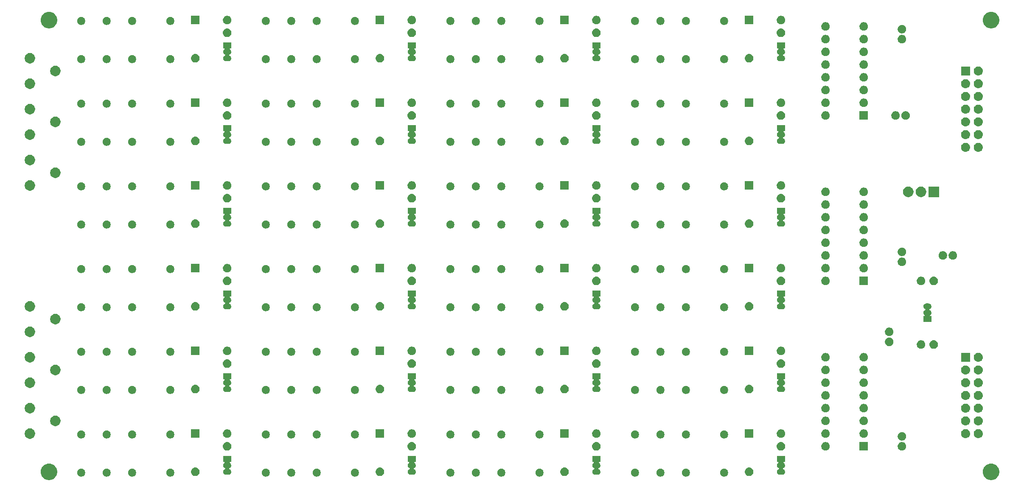
<source format=gbr>
%TF.GenerationSoftware,KiCad,Pcbnew,5.0.2-1.fc29*%
%TF.CreationDate,2018-12-27T16:56:32+02:00*%
%TF.ProjectId,audiorouter-board,61756469-6f72-46f7-9574-65722d626f61,rev?*%
%TF.SameCoordinates,Original*%
%TF.FileFunction,Soldermask,Bot*%
%TF.FilePolarity,Negative*%
%FSLAX46Y46*%
G04 Gerber Fmt 4.6, Leading zero omitted, Abs format (unit mm)*
G04 Created by KiCad (PCBNEW 5.0.2-1.fc29) date N 27 dets  2018 16:56:32 EET*
%MOMM*%
%LPD*%
G01*
G04 APERTURE LIST*
%ADD10C,0.100000*%
G04 APERTURE END LIST*
D10*
G36*
X218815256Y-131741298D02*
X218921579Y-131762447D01*
X219134037Y-131850450D01*
X219153491Y-131858508D01*
X219222042Y-131886903D01*
X219342041Y-131967084D01*
X219492454Y-132067587D01*
X219722413Y-132297546D01*
X219722415Y-132297549D01*
X219903097Y-132567958D01*
X220027553Y-132868421D01*
X220041937Y-132940736D01*
X220091000Y-133187389D01*
X220091000Y-133512611D01*
X220073837Y-133598893D01*
X220027553Y-133831579D01*
X219903097Y-134132042D01*
X219797407Y-134290218D01*
X219722413Y-134402454D01*
X219492454Y-134632413D01*
X219492451Y-134632415D01*
X219222042Y-134813097D01*
X218921579Y-134937553D01*
X218815256Y-134958702D01*
X218602611Y-135001000D01*
X218277389Y-135001000D01*
X218064744Y-134958702D01*
X217958421Y-134937553D01*
X217657958Y-134813097D01*
X217387549Y-134632415D01*
X217387546Y-134632413D01*
X217157587Y-134402454D01*
X217082593Y-134290218D01*
X216976903Y-134132042D01*
X216852447Y-133831579D01*
X216806163Y-133598893D01*
X216789000Y-133512611D01*
X216789000Y-133187389D01*
X216838063Y-132940736D01*
X216852447Y-132868421D01*
X216976903Y-132567958D01*
X217157585Y-132297549D01*
X217157587Y-132297546D01*
X217387546Y-132067587D01*
X217537959Y-131967084D01*
X217657958Y-131886903D01*
X217726510Y-131858508D01*
X217745963Y-131850450D01*
X217958421Y-131762447D01*
X218064744Y-131741298D01*
X218277389Y-131699000D01*
X218602611Y-131699000D01*
X218815256Y-131741298D01*
X218815256Y-131741298D01*
G37*
G36*
X30855256Y-131741298D02*
X30961579Y-131762447D01*
X31174037Y-131850450D01*
X31193491Y-131858508D01*
X31262042Y-131886903D01*
X31382041Y-131967084D01*
X31532454Y-132067587D01*
X31762413Y-132297546D01*
X31762415Y-132297549D01*
X31943097Y-132567958D01*
X32067553Y-132868421D01*
X32081937Y-132940736D01*
X32131000Y-133187389D01*
X32131000Y-133512611D01*
X32113837Y-133598893D01*
X32067553Y-133831579D01*
X31943097Y-134132042D01*
X31837407Y-134290218D01*
X31762413Y-134402454D01*
X31532454Y-134632413D01*
X31532451Y-134632415D01*
X31262042Y-134813097D01*
X30961579Y-134937553D01*
X30855256Y-134958702D01*
X30642611Y-135001000D01*
X30317389Y-135001000D01*
X30104744Y-134958702D01*
X29998421Y-134937553D01*
X29697958Y-134813097D01*
X29427549Y-134632415D01*
X29427546Y-134632413D01*
X29197587Y-134402454D01*
X29122593Y-134290218D01*
X29016903Y-134132042D01*
X28892447Y-133831579D01*
X28846163Y-133598893D01*
X28829000Y-133512611D01*
X28829000Y-133187389D01*
X28878063Y-132940736D01*
X28892447Y-132868421D01*
X29016903Y-132567958D01*
X29197585Y-132297549D01*
X29197587Y-132297546D01*
X29427546Y-132067587D01*
X29577959Y-131967084D01*
X29697958Y-131886903D01*
X29766510Y-131858508D01*
X29785963Y-131850450D01*
X29998421Y-131762447D01*
X30104744Y-131741298D01*
X30317389Y-131699000D01*
X30642611Y-131699000D01*
X30855256Y-131741298D01*
X30855256Y-131741298D01*
G37*
G36*
X152703643Y-132749781D02*
X152849415Y-132810162D01*
X152980611Y-132897824D01*
X153092176Y-133009389D01*
X153179838Y-133140585D01*
X153240219Y-133286357D01*
X153271000Y-133441107D01*
X153271000Y-133598893D01*
X153240219Y-133753643D01*
X153179838Y-133899415D01*
X153092176Y-134030611D01*
X152980611Y-134142176D01*
X152849415Y-134229838D01*
X152703643Y-134290219D01*
X152548893Y-134321000D01*
X152391107Y-134321000D01*
X152236357Y-134290219D01*
X152090585Y-134229838D01*
X151959389Y-134142176D01*
X151847824Y-134030611D01*
X151760162Y-133899415D01*
X151699781Y-133753643D01*
X151669000Y-133598893D01*
X151669000Y-133441107D01*
X151699781Y-133286357D01*
X151760162Y-133140585D01*
X151847824Y-133009389D01*
X151959389Y-132897824D01*
X152090585Y-132810162D01*
X152236357Y-132749781D01*
X152391107Y-132719000D01*
X152548893Y-132719000D01*
X152703643Y-132749781D01*
X152703643Y-132749781D01*
G37*
G36*
X37133643Y-132749781D02*
X37279415Y-132810162D01*
X37410611Y-132897824D01*
X37522176Y-133009389D01*
X37609838Y-133140585D01*
X37670219Y-133286357D01*
X37701000Y-133441107D01*
X37701000Y-133598893D01*
X37670219Y-133753643D01*
X37609838Y-133899415D01*
X37522176Y-134030611D01*
X37410611Y-134142176D01*
X37279415Y-134229838D01*
X37133643Y-134290219D01*
X36978893Y-134321000D01*
X36821107Y-134321000D01*
X36666357Y-134290219D01*
X36520585Y-134229838D01*
X36389389Y-134142176D01*
X36277824Y-134030611D01*
X36190162Y-133899415D01*
X36129781Y-133753643D01*
X36099000Y-133598893D01*
X36099000Y-133441107D01*
X36129781Y-133286357D01*
X36190162Y-133140585D01*
X36277824Y-133009389D01*
X36389389Y-132897824D01*
X36520585Y-132810162D01*
X36666357Y-132749781D01*
X36821107Y-132719000D01*
X36978893Y-132719000D01*
X37133643Y-132749781D01*
X37133643Y-132749781D01*
G37*
G36*
X165403643Y-132749781D02*
X165549415Y-132810162D01*
X165680611Y-132897824D01*
X165792176Y-133009389D01*
X165879838Y-133140585D01*
X165940219Y-133286357D01*
X165971000Y-133441107D01*
X165971000Y-133598893D01*
X165940219Y-133753643D01*
X165879838Y-133899415D01*
X165792176Y-134030611D01*
X165680611Y-134142176D01*
X165549415Y-134229838D01*
X165403643Y-134290219D01*
X165248893Y-134321000D01*
X165091107Y-134321000D01*
X164936357Y-134290219D01*
X164790585Y-134229838D01*
X164659389Y-134142176D01*
X164547824Y-134030611D01*
X164460162Y-133899415D01*
X164399781Y-133753643D01*
X164369000Y-133598893D01*
X164369000Y-133441107D01*
X164399781Y-133286357D01*
X164460162Y-133140585D01*
X164547824Y-133009389D01*
X164659389Y-132897824D01*
X164790585Y-132810162D01*
X164936357Y-132749781D01*
X165091107Y-132719000D01*
X165248893Y-132719000D01*
X165403643Y-132749781D01*
X165403643Y-132749781D01*
G37*
G36*
X157783643Y-132749781D02*
X157929415Y-132810162D01*
X158060611Y-132897824D01*
X158172176Y-133009389D01*
X158259838Y-133140585D01*
X158320219Y-133286357D01*
X158351000Y-133441107D01*
X158351000Y-133598893D01*
X158320219Y-133753643D01*
X158259838Y-133899415D01*
X158172176Y-134030611D01*
X158060611Y-134142176D01*
X157929415Y-134229838D01*
X157783643Y-134290219D01*
X157628893Y-134321000D01*
X157471107Y-134321000D01*
X157316357Y-134290219D01*
X157170585Y-134229838D01*
X157039389Y-134142176D01*
X156927824Y-134030611D01*
X156840162Y-133899415D01*
X156779781Y-133753643D01*
X156749000Y-133598893D01*
X156749000Y-133441107D01*
X156779781Y-133286357D01*
X156840162Y-133140585D01*
X156927824Y-133009389D01*
X157039389Y-132897824D01*
X157170585Y-132810162D01*
X157316357Y-132749781D01*
X157471107Y-132719000D01*
X157628893Y-132719000D01*
X157783643Y-132749781D01*
X157783643Y-132749781D01*
G37*
G36*
X147623643Y-132749781D02*
X147769415Y-132810162D01*
X147900611Y-132897824D01*
X148012176Y-133009389D01*
X148099838Y-133140585D01*
X148160219Y-133286357D01*
X148191000Y-133441107D01*
X148191000Y-133598893D01*
X148160219Y-133753643D01*
X148099838Y-133899415D01*
X148012176Y-134030611D01*
X147900611Y-134142176D01*
X147769415Y-134229838D01*
X147623643Y-134290219D01*
X147468893Y-134321000D01*
X147311107Y-134321000D01*
X147156357Y-134290219D01*
X147010585Y-134229838D01*
X146879389Y-134142176D01*
X146767824Y-134030611D01*
X146680162Y-133899415D01*
X146619781Y-133753643D01*
X146589000Y-133598893D01*
X146589000Y-133441107D01*
X146619781Y-133286357D01*
X146680162Y-133140585D01*
X146767824Y-133009389D01*
X146879389Y-132897824D01*
X147010585Y-132810162D01*
X147156357Y-132749781D01*
X147311107Y-132719000D01*
X147468893Y-132719000D01*
X147623643Y-132749781D01*
X147623643Y-132749781D01*
G37*
G36*
X110793643Y-132749781D02*
X110939415Y-132810162D01*
X111070611Y-132897824D01*
X111182176Y-133009389D01*
X111269838Y-133140585D01*
X111330219Y-133286357D01*
X111361000Y-133441107D01*
X111361000Y-133598893D01*
X111330219Y-133753643D01*
X111269838Y-133899415D01*
X111182176Y-134030611D01*
X111070611Y-134142176D01*
X110939415Y-134229838D01*
X110793643Y-134290219D01*
X110638893Y-134321000D01*
X110481107Y-134321000D01*
X110326357Y-134290219D01*
X110180585Y-134229838D01*
X110049389Y-134142176D01*
X109937824Y-134030611D01*
X109850162Y-133899415D01*
X109789781Y-133753643D01*
X109759000Y-133598893D01*
X109759000Y-133441107D01*
X109789781Y-133286357D01*
X109850162Y-133140585D01*
X109937824Y-133009389D01*
X110049389Y-132897824D01*
X110180585Y-132810162D01*
X110326357Y-132749781D01*
X110481107Y-132719000D01*
X110638893Y-132719000D01*
X110793643Y-132749781D01*
X110793643Y-132749781D01*
G37*
G36*
X115873643Y-132749781D02*
X116019415Y-132810162D01*
X116150611Y-132897824D01*
X116262176Y-133009389D01*
X116349838Y-133140585D01*
X116410219Y-133286357D01*
X116441000Y-133441107D01*
X116441000Y-133598893D01*
X116410219Y-133753643D01*
X116349838Y-133899415D01*
X116262176Y-134030611D01*
X116150611Y-134142176D01*
X116019415Y-134229838D01*
X115873643Y-134290219D01*
X115718893Y-134321000D01*
X115561107Y-134321000D01*
X115406357Y-134290219D01*
X115260585Y-134229838D01*
X115129389Y-134142176D01*
X115017824Y-134030611D01*
X114930162Y-133899415D01*
X114869781Y-133753643D01*
X114839000Y-133598893D01*
X114839000Y-133441107D01*
X114869781Y-133286357D01*
X114930162Y-133140585D01*
X115017824Y-133009389D01*
X115129389Y-132897824D01*
X115260585Y-132810162D01*
X115406357Y-132749781D01*
X115561107Y-132719000D01*
X115718893Y-132719000D01*
X115873643Y-132749781D01*
X115873643Y-132749781D01*
G37*
G36*
X120953643Y-132749781D02*
X121099415Y-132810162D01*
X121230611Y-132897824D01*
X121342176Y-133009389D01*
X121429838Y-133140585D01*
X121490219Y-133286357D01*
X121521000Y-133441107D01*
X121521000Y-133598893D01*
X121490219Y-133753643D01*
X121429838Y-133899415D01*
X121342176Y-134030611D01*
X121230611Y-134142176D01*
X121099415Y-134229838D01*
X120953643Y-134290219D01*
X120798893Y-134321000D01*
X120641107Y-134321000D01*
X120486357Y-134290219D01*
X120340585Y-134229838D01*
X120209389Y-134142176D01*
X120097824Y-134030611D01*
X120010162Y-133899415D01*
X119949781Y-133753643D01*
X119919000Y-133598893D01*
X119919000Y-133441107D01*
X119949781Y-133286357D01*
X120010162Y-133140585D01*
X120097824Y-133009389D01*
X120209389Y-132897824D01*
X120340585Y-132810162D01*
X120486357Y-132749781D01*
X120641107Y-132719000D01*
X120798893Y-132719000D01*
X120953643Y-132749781D01*
X120953643Y-132749781D01*
G37*
G36*
X128573643Y-132749781D02*
X128719415Y-132810162D01*
X128850611Y-132897824D01*
X128962176Y-133009389D01*
X129049838Y-133140585D01*
X129110219Y-133286357D01*
X129141000Y-133441107D01*
X129141000Y-133598893D01*
X129110219Y-133753643D01*
X129049838Y-133899415D01*
X128962176Y-134030611D01*
X128850611Y-134142176D01*
X128719415Y-134229838D01*
X128573643Y-134290219D01*
X128418893Y-134321000D01*
X128261107Y-134321000D01*
X128106357Y-134290219D01*
X127960585Y-134229838D01*
X127829389Y-134142176D01*
X127717824Y-134030611D01*
X127630162Y-133899415D01*
X127569781Y-133753643D01*
X127539000Y-133598893D01*
X127539000Y-133441107D01*
X127569781Y-133286357D01*
X127630162Y-133140585D01*
X127717824Y-133009389D01*
X127829389Y-132897824D01*
X127960585Y-132810162D01*
X128106357Y-132749781D01*
X128261107Y-132719000D01*
X128418893Y-132719000D01*
X128573643Y-132749781D01*
X128573643Y-132749781D01*
G37*
G36*
X79043643Y-132749781D02*
X79189415Y-132810162D01*
X79320611Y-132897824D01*
X79432176Y-133009389D01*
X79519838Y-133140585D01*
X79580219Y-133286357D01*
X79611000Y-133441107D01*
X79611000Y-133598893D01*
X79580219Y-133753643D01*
X79519838Y-133899415D01*
X79432176Y-134030611D01*
X79320611Y-134142176D01*
X79189415Y-134229838D01*
X79043643Y-134290219D01*
X78888893Y-134321000D01*
X78731107Y-134321000D01*
X78576357Y-134290219D01*
X78430585Y-134229838D01*
X78299389Y-134142176D01*
X78187824Y-134030611D01*
X78100162Y-133899415D01*
X78039781Y-133753643D01*
X78009000Y-133598893D01*
X78009000Y-133441107D01*
X78039781Y-133286357D01*
X78100162Y-133140585D01*
X78187824Y-133009389D01*
X78299389Y-132897824D01*
X78430585Y-132810162D01*
X78576357Y-132749781D01*
X78731107Y-132719000D01*
X78888893Y-132719000D01*
X79043643Y-132749781D01*
X79043643Y-132749781D01*
G37*
G36*
X73963643Y-132749781D02*
X74109415Y-132810162D01*
X74240611Y-132897824D01*
X74352176Y-133009389D01*
X74439838Y-133140585D01*
X74500219Y-133286357D01*
X74531000Y-133441107D01*
X74531000Y-133598893D01*
X74500219Y-133753643D01*
X74439838Y-133899415D01*
X74352176Y-134030611D01*
X74240611Y-134142176D01*
X74109415Y-134229838D01*
X73963643Y-134290219D01*
X73808893Y-134321000D01*
X73651107Y-134321000D01*
X73496357Y-134290219D01*
X73350585Y-134229838D01*
X73219389Y-134142176D01*
X73107824Y-134030611D01*
X73020162Y-133899415D01*
X72959781Y-133753643D01*
X72929000Y-133598893D01*
X72929000Y-133441107D01*
X72959781Y-133286357D01*
X73020162Y-133140585D01*
X73107824Y-133009389D01*
X73219389Y-132897824D01*
X73350585Y-132810162D01*
X73496357Y-132749781D01*
X73651107Y-132719000D01*
X73808893Y-132719000D01*
X73963643Y-132749781D01*
X73963643Y-132749781D01*
G37*
G36*
X42213643Y-132749781D02*
X42359415Y-132810162D01*
X42490611Y-132897824D01*
X42602176Y-133009389D01*
X42689838Y-133140585D01*
X42750219Y-133286357D01*
X42781000Y-133441107D01*
X42781000Y-133598893D01*
X42750219Y-133753643D01*
X42689838Y-133899415D01*
X42602176Y-134030611D01*
X42490611Y-134142176D01*
X42359415Y-134229838D01*
X42213643Y-134290219D01*
X42058893Y-134321000D01*
X41901107Y-134321000D01*
X41746357Y-134290219D01*
X41600585Y-134229838D01*
X41469389Y-134142176D01*
X41357824Y-134030611D01*
X41270162Y-133899415D01*
X41209781Y-133753643D01*
X41179000Y-133598893D01*
X41179000Y-133441107D01*
X41209781Y-133286357D01*
X41270162Y-133140585D01*
X41357824Y-133009389D01*
X41469389Y-132897824D01*
X41600585Y-132810162D01*
X41746357Y-132749781D01*
X41901107Y-132719000D01*
X42058893Y-132719000D01*
X42213643Y-132749781D01*
X42213643Y-132749781D01*
G37*
G36*
X47293643Y-132749781D02*
X47439415Y-132810162D01*
X47570611Y-132897824D01*
X47682176Y-133009389D01*
X47769838Y-133140585D01*
X47830219Y-133286357D01*
X47861000Y-133441107D01*
X47861000Y-133598893D01*
X47830219Y-133753643D01*
X47769838Y-133899415D01*
X47682176Y-134030611D01*
X47570611Y-134142176D01*
X47439415Y-134229838D01*
X47293643Y-134290219D01*
X47138893Y-134321000D01*
X46981107Y-134321000D01*
X46826357Y-134290219D01*
X46680585Y-134229838D01*
X46549389Y-134142176D01*
X46437824Y-134030611D01*
X46350162Y-133899415D01*
X46289781Y-133753643D01*
X46259000Y-133598893D01*
X46259000Y-133441107D01*
X46289781Y-133286357D01*
X46350162Y-133140585D01*
X46437824Y-133009389D01*
X46549389Y-132897824D01*
X46680585Y-132810162D01*
X46826357Y-132749781D01*
X46981107Y-132719000D01*
X47138893Y-132719000D01*
X47293643Y-132749781D01*
X47293643Y-132749781D01*
G37*
G36*
X91743643Y-132749781D02*
X91889415Y-132810162D01*
X92020611Y-132897824D01*
X92132176Y-133009389D01*
X92219838Y-133140585D01*
X92280219Y-133286357D01*
X92311000Y-133441107D01*
X92311000Y-133598893D01*
X92280219Y-133753643D01*
X92219838Y-133899415D01*
X92132176Y-134030611D01*
X92020611Y-134142176D01*
X91889415Y-134229838D01*
X91743643Y-134290219D01*
X91588893Y-134321000D01*
X91431107Y-134321000D01*
X91276357Y-134290219D01*
X91130585Y-134229838D01*
X90999389Y-134142176D01*
X90887824Y-134030611D01*
X90800162Y-133899415D01*
X90739781Y-133753643D01*
X90709000Y-133598893D01*
X90709000Y-133441107D01*
X90739781Y-133286357D01*
X90800162Y-133140585D01*
X90887824Y-133009389D01*
X90999389Y-132897824D01*
X91130585Y-132810162D01*
X91276357Y-132749781D01*
X91431107Y-132719000D01*
X91588893Y-132719000D01*
X91743643Y-132749781D01*
X91743643Y-132749781D01*
G37*
G36*
X84123643Y-132749781D02*
X84269415Y-132810162D01*
X84400611Y-132897824D01*
X84512176Y-133009389D01*
X84599838Y-133140585D01*
X84660219Y-133286357D01*
X84691000Y-133441107D01*
X84691000Y-133598893D01*
X84660219Y-133753643D01*
X84599838Y-133899415D01*
X84512176Y-134030611D01*
X84400611Y-134142176D01*
X84269415Y-134229838D01*
X84123643Y-134290219D01*
X83968893Y-134321000D01*
X83811107Y-134321000D01*
X83656357Y-134290219D01*
X83510585Y-134229838D01*
X83379389Y-134142176D01*
X83267824Y-134030611D01*
X83180162Y-133899415D01*
X83119781Y-133753643D01*
X83089000Y-133598893D01*
X83089000Y-133441107D01*
X83119781Y-133286357D01*
X83180162Y-133140585D01*
X83267824Y-133009389D01*
X83379389Y-132897824D01*
X83510585Y-132810162D01*
X83656357Y-132749781D01*
X83811107Y-132719000D01*
X83968893Y-132719000D01*
X84123643Y-132749781D01*
X84123643Y-132749781D01*
G37*
G36*
X54913643Y-132749781D02*
X55059415Y-132810162D01*
X55190611Y-132897824D01*
X55302176Y-133009389D01*
X55389838Y-133140585D01*
X55450219Y-133286357D01*
X55481000Y-133441107D01*
X55481000Y-133598893D01*
X55450219Y-133753643D01*
X55389838Y-133899415D01*
X55302176Y-134030611D01*
X55190611Y-134142176D01*
X55059415Y-134229838D01*
X54913643Y-134290219D01*
X54758893Y-134321000D01*
X54601107Y-134321000D01*
X54446357Y-134290219D01*
X54300585Y-134229838D01*
X54169389Y-134142176D01*
X54057824Y-134030611D01*
X53970162Y-133899415D01*
X53909781Y-133753643D01*
X53879000Y-133598893D01*
X53879000Y-133441107D01*
X53909781Y-133286357D01*
X53970162Y-133140585D01*
X54057824Y-133009389D01*
X54169389Y-132897824D01*
X54300585Y-132810162D01*
X54446357Y-132749781D01*
X54601107Y-132719000D01*
X54758893Y-132719000D01*
X54913643Y-132749781D01*
X54913643Y-132749781D01*
G37*
G36*
X59856821Y-132511313D02*
X59856824Y-132511314D01*
X59856825Y-132511314D01*
X60017239Y-132559975D01*
X60017241Y-132559976D01*
X60017244Y-132559977D01*
X60165078Y-132638995D01*
X60294659Y-132745341D01*
X60401005Y-132874922D01*
X60480023Y-133022756D01*
X60480024Y-133022759D01*
X60480025Y-133022761D01*
X60512101Y-133128503D01*
X60528687Y-133183179D01*
X60545117Y-133350000D01*
X60528687Y-133516821D01*
X60528686Y-133516824D01*
X60528686Y-133516825D01*
X60481749Y-133671557D01*
X60480023Y-133677244D01*
X60401005Y-133825078D01*
X60294659Y-133954659D01*
X60165078Y-134061005D01*
X60017244Y-134140023D01*
X60017241Y-134140024D01*
X60017239Y-134140025D01*
X59856825Y-134188686D01*
X59856824Y-134188686D01*
X59856821Y-134188687D01*
X59731804Y-134201000D01*
X59648196Y-134201000D01*
X59523179Y-134188687D01*
X59523176Y-134188686D01*
X59523175Y-134188686D01*
X59362761Y-134140025D01*
X59362759Y-134140024D01*
X59362756Y-134140023D01*
X59214922Y-134061005D01*
X59085341Y-133954659D01*
X58978995Y-133825078D01*
X58899977Y-133677244D01*
X58898252Y-133671557D01*
X58851314Y-133516825D01*
X58851314Y-133516824D01*
X58851313Y-133516821D01*
X58834883Y-133350000D01*
X58851313Y-133183179D01*
X58867899Y-133128503D01*
X58899975Y-133022761D01*
X58899976Y-133022759D01*
X58899977Y-133022756D01*
X58978995Y-132874922D01*
X59085341Y-132745341D01*
X59214922Y-132638995D01*
X59362756Y-132559977D01*
X59362759Y-132559976D01*
X59362761Y-132559975D01*
X59523175Y-132511314D01*
X59523176Y-132511314D01*
X59523179Y-132511313D01*
X59648196Y-132499000D01*
X59731804Y-132499000D01*
X59856821Y-132511313D01*
X59856821Y-132511313D01*
G37*
G36*
X96686821Y-132511313D02*
X96686824Y-132511314D01*
X96686825Y-132511314D01*
X96847239Y-132559975D01*
X96847241Y-132559976D01*
X96847244Y-132559977D01*
X96995078Y-132638995D01*
X97124659Y-132745341D01*
X97231005Y-132874922D01*
X97310023Y-133022756D01*
X97310024Y-133022759D01*
X97310025Y-133022761D01*
X97342101Y-133128503D01*
X97358687Y-133183179D01*
X97375117Y-133350000D01*
X97358687Y-133516821D01*
X97358686Y-133516824D01*
X97358686Y-133516825D01*
X97311749Y-133671557D01*
X97310023Y-133677244D01*
X97231005Y-133825078D01*
X97124659Y-133954659D01*
X96995078Y-134061005D01*
X96847244Y-134140023D01*
X96847241Y-134140024D01*
X96847239Y-134140025D01*
X96686825Y-134188686D01*
X96686824Y-134188686D01*
X96686821Y-134188687D01*
X96561804Y-134201000D01*
X96478196Y-134201000D01*
X96353179Y-134188687D01*
X96353176Y-134188686D01*
X96353175Y-134188686D01*
X96192761Y-134140025D01*
X96192759Y-134140024D01*
X96192756Y-134140023D01*
X96044922Y-134061005D01*
X95915341Y-133954659D01*
X95808995Y-133825078D01*
X95729977Y-133677244D01*
X95728252Y-133671557D01*
X95681314Y-133516825D01*
X95681314Y-133516824D01*
X95681313Y-133516821D01*
X95664883Y-133350000D01*
X95681313Y-133183179D01*
X95697899Y-133128503D01*
X95729975Y-133022761D01*
X95729976Y-133022759D01*
X95729977Y-133022756D01*
X95808995Y-132874922D01*
X95915341Y-132745341D01*
X96044922Y-132638995D01*
X96192756Y-132559977D01*
X96192759Y-132559976D01*
X96192761Y-132559975D01*
X96353175Y-132511314D01*
X96353176Y-132511314D01*
X96353179Y-132511313D01*
X96478196Y-132499000D01*
X96561804Y-132499000D01*
X96686821Y-132511313D01*
X96686821Y-132511313D01*
G37*
G36*
X133516821Y-132511313D02*
X133516824Y-132511314D01*
X133516825Y-132511314D01*
X133677239Y-132559975D01*
X133677241Y-132559976D01*
X133677244Y-132559977D01*
X133825078Y-132638995D01*
X133954659Y-132745341D01*
X134061005Y-132874922D01*
X134140023Y-133022756D01*
X134140024Y-133022759D01*
X134140025Y-133022761D01*
X134172101Y-133128503D01*
X134188687Y-133183179D01*
X134205117Y-133350000D01*
X134188687Y-133516821D01*
X134188686Y-133516824D01*
X134188686Y-133516825D01*
X134141749Y-133671557D01*
X134140023Y-133677244D01*
X134061005Y-133825078D01*
X133954659Y-133954659D01*
X133825078Y-134061005D01*
X133677244Y-134140023D01*
X133677241Y-134140024D01*
X133677239Y-134140025D01*
X133516825Y-134188686D01*
X133516824Y-134188686D01*
X133516821Y-134188687D01*
X133391804Y-134201000D01*
X133308196Y-134201000D01*
X133183179Y-134188687D01*
X133183176Y-134188686D01*
X133183175Y-134188686D01*
X133022761Y-134140025D01*
X133022759Y-134140024D01*
X133022756Y-134140023D01*
X132874922Y-134061005D01*
X132745341Y-133954659D01*
X132638995Y-133825078D01*
X132559977Y-133677244D01*
X132558252Y-133671557D01*
X132511314Y-133516825D01*
X132511314Y-133516824D01*
X132511313Y-133516821D01*
X132494883Y-133350000D01*
X132511313Y-133183179D01*
X132527899Y-133128503D01*
X132559975Y-133022761D01*
X132559976Y-133022759D01*
X132559977Y-133022756D01*
X132638995Y-132874922D01*
X132745341Y-132745341D01*
X132874922Y-132638995D01*
X133022756Y-132559977D01*
X133022759Y-132559976D01*
X133022761Y-132559975D01*
X133183175Y-132511314D01*
X133183176Y-132511314D01*
X133183179Y-132511313D01*
X133308196Y-132499000D01*
X133391804Y-132499000D01*
X133516821Y-132511313D01*
X133516821Y-132511313D01*
G37*
G36*
X170346821Y-132511313D02*
X170346824Y-132511314D01*
X170346825Y-132511314D01*
X170507239Y-132559975D01*
X170507241Y-132559976D01*
X170507244Y-132559977D01*
X170655078Y-132638995D01*
X170784659Y-132745341D01*
X170891005Y-132874922D01*
X170970023Y-133022756D01*
X170970024Y-133022759D01*
X170970025Y-133022761D01*
X171002101Y-133128503D01*
X171018687Y-133183179D01*
X171035117Y-133350000D01*
X171018687Y-133516821D01*
X171018686Y-133516824D01*
X171018686Y-133516825D01*
X170971749Y-133671557D01*
X170970023Y-133677244D01*
X170891005Y-133825078D01*
X170784659Y-133954659D01*
X170655078Y-134061005D01*
X170507244Y-134140023D01*
X170507241Y-134140024D01*
X170507239Y-134140025D01*
X170346825Y-134188686D01*
X170346824Y-134188686D01*
X170346821Y-134188687D01*
X170221804Y-134201000D01*
X170138196Y-134201000D01*
X170013179Y-134188687D01*
X170013176Y-134188686D01*
X170013175Y-134188686D01*
X169852761Y-134140025D01*
X169852759Y-134140024D01*
X169852756Y-134140023D01*
X169704922Y-134061005D01*
X169575341Y-133954659D01*
X169468995Y-133825078D01*
X169389977Y-133677244D01*
X169388252Y-133671557D01*
X169341314Y-133516825D01*
X169341314Y-133516824D01*
X169341313Y-133516821D01*
X169324883Y-133350000D01*
X169341313Y-133183179D01*
X169357899Y-133128503D01*
X169389975Y-133022761D01*
X169389976Y-133022759D01*
X169389977Y-133022756D01*
X169468995Y-132874922D01*
X169575341Y-132745341D01*
X169704922Y-132638995D01*
X169852756Y-132559977D01*
X169852759Y-132559976D01*
X169852761Y-132559975D01*
X170013175Y-132511314D01*
X170013176Y-132511314D01*
X170013179Y-132511313D01*
X170138196Y-132499000D01*
X170221804Y-132499000D01*
X170346821Y-132511313D01*
X170346821Y-132511313D01*
G37*
G36*
X177331000Y-131386000D02*
X177166664Y-131386000D01*
X177142278Y-131388402D01*
X177118829Y-131395515D01*
X177097218Y-131407066D01*
X177078276Y-131422612D01*
X177062730Y-131441554D01*
X177051179Y-131463165D01*
X177044066Y-131486614D01*
X177041664Y-131511000D01*
X177044066Y-131535386D01*
X177051179Y-131558835D01*
X177062730Y-131580446D01*
X177087365Y-131607626D01*
X177164264Y-131670736D01*
X177236244Y-131758443D01*
X177289729Y-131858508D01*
X177322666Y-131967084D01*
X177333787Y-132080000D01*
X177322666Y-132192916D01*
X177289729Y-132301492D01*
X177289726Y-132301497D01*
X177236244Y-132401557D01*
X177164264Y-132489264D01*
X177076557Y-132561244D01*
X176995143Y-132604760D01*
X176974768Y-132618373D01*
X176957441Y-132635701D01*
X176943827Y-132656075D01*
X176934450Y-132678714D01*
X176929669Y-132702747D01*
X176929669Y-132727252D01*
X176934449Y-132751285D01*
X176943827Y-132773924D01*
X176957440Y-132794299D01*
X176974768Y-132811626D01*
X176995143Y-132825240D01*
X177076557Y-132868756D01*
X177164264Y-132940736D01*
X177236244Y-133028443D01*
X177289729Y-133128508D01*
X177322666Y-133237084D01*
X177333787Y-133350000D01*
X177322666Y-133462916D01*
X177289729Y-133571492D01*
X177236244Y-133671557D01*
X177164264Y-133759264D01*
X177076557Y-133831244D01*
X176976492Y-133884729D01*
X176867916Y-133917666D01*
X176783298Y-133926000D01*
X176276702Y-133926000D01*
X176192084Y-133917666D01*
X176083508Y-133884729D01*
X175983443Y-133831244D01*
X175895736Y-133759264D01*
X175823756Y-133671557D01*
X175770271Y-133571492D01*
X175737334Y-133462916D01*
X175726213Y-133350000D01*
X175737334Y-133237084D01*
X175770271Y-133128508D01*
X175823756Y-133028443D01*
X175895736Y-132940736D01*
X175983443Y-132868756D01*
X176064857Y-132825240D01*
X176085232Y-132811627D01*
X176102559Y-132794299D01*
X176116173Y-132773925D01*
X176125550Y-132751286D01*
X176130331Y-132727253D01*
X176130331Y-132702748D01*
X176125551Y-132678715D01*
X176116173Y-132656076D01*
X176102560Y-132635701D01*
X176085232Y-132618374D01*
X176064857Y-132604760D01*
X175983443Y-132561244D01*
X175895736Y-132489264D01*
X175823756Y-132401557D01*
X175770274Y-132301497D01*
X175770271Y-132301492D01*
X175737334Y-132192916D01*
X175726213Y-132080000D01*
X175737334Y-131967084D01*
X175770271Y-131858508D01*
X175823756Y-131758443D01*
X175895736Y-131670736D01*
X175972635Y-131607626D01*
X175989962Y-131590299D01*
X176003576Y-131569924D01*
X176012954Y-131547285D01*
X176017734Y-131523252D01*
X176017734Y-131498748D01*
X176012953Y-131474714D01*
X176003576Y-131452075D01*
X175989962Y-131431701D01*
X175972635Y-131414374D01*
X175952260Y-131400760D01*
X175929621Y-131391382D01*
X175893336Y-131386000D01*
X175729000Y-131386000D01*
X175729000Y-130234000D01*
X177331000Y-130234000D01*
X177331000Y-131386000D01*
X177331000Y-131386000D01*
G37*
G36*
X140501000Y-131386000D02*
X140336664Y-131386000D01*
X140312278Y-131388402D01*
X140288829Y-131395515D01*
X140267218Y-131407066D01*
X140248276Y-131422612D01*
X140232730Y-131441554D01*
X140221179Y-131463165D01*
X140214066Y-131486614D01*
X140211664Y-131511000D01*
X140214066Y-131535386D01*
X140221179Y-131558835D01*
X140232730Y-131580446D01*
X140257365Y-131607626D01*
X140334264Y-131670736D01*
X140406244Y-131758443D01*
X140459729Y-131858508D01*
X140492666Y-131967084D01*
X140503787Y-132080000D01*
X140492666Y-132192916D01*
X140459729Y-132301492D01*
X140459726Y-132301497D01*
X140406244Y-132401557D01*
X140334264Y-132489264D01*
X140246557Y-132561244D01*
X140165143Y-132604760D01*
X140144768Y-132618373D01*
X140127441Y-132635701D01*
X140113827Y-132656075D01*
X140104450Y-132678714D01*
X140099669Y-132702747D01*
X140099669Y-132727252D01*
X140104449Y-132751285D01*
X140113827Y-132773924D01*
X140127440Y-132794299D01*
X140144768Y-132811626D01*
X140165143Y-132825240D01*
X140246557Y-132868756D01*
X140334264Y-132940736D01*
X140406244Y-133028443D01*
X140459729Y-133128508D01*
X140492666Y-133237084D01*
X140503787Y-133350000D01*
X140492666Y-133462916D01*
X140459729Y-133571492D01*
X140406244Y-133671557D01*
X140334264Y-133759264D01*
X140246557Y-133831244D01*
X140146492Y-133884729D01*
X140037916Y-133917666D01*
X139953298Y-133926000D01*
X139446702Y-133926000D01*
X139362084Y-133917666D01*
X139253508Y-133884729D01*
X139153443Y-133831244D01*
X139065736Y-133759264D01*
X138993756Y-133671557D01*
X138940271Y-133571492D01*
X138907334Y-133462916D01*
X138896213Y-133350000D01*
X138907334Y-133237084D01*
X138940271Y-133128508D01*
X138993756Y-133028443D01*
X139065736Y-132940736D01*
X139153443Y-132868756D01*
X139234857Y-132825240D01*
X139255232Y-132811627D01*
X139272559Y-132794299D01*
X139286173Y-132773925D01*
X139295550Y-132751286D01*
X139300331Y-132727253D01*
X139300331Y-132702748D01*
X139295551Y-132678715D01*
X139286173Y-132656076D01*
X139272560Y-132635701D01*
X139255232Y-132618374D01*
X139234857Y-132604760D01*
X139153443Y-132561244D01*
X139065736Y-132489264D01*
X138993756Y-132401557D01*
X138940274Y-132301497D01*
X138940271Y-132301492D01*
X138907334Y-132192916D01*
X138896213Y-132080000D01*
X138907334Y-131967084D01*
X138940271Y-131858508D01*
X138993756Y-131758443D01*
X139065736Y-131670736D01*
X139142635Y-131607626D01*
X139159962Y-131590299D01*
X139173576Y-131569924D01*
X139182954Y-131547285D01*
X139187734Y-131523252D01*
X139187734Y-131498748D01*
X139182953Y-131474714D01*
X139173576Y-131452075D01*
X139159962Y-131431701D01*
X139142635Y-131414374D01*
X139122260Y-131400760D01*
X139099621Y-131391382D01*
X139063336Y-131386000D01*
X138899000Y-131386000D01*
X138899000Y-130234000D01*
X140501000Y-130234000D01*
X140501000Y-131386000D01*
X140501000Y-131386000D01*
G37*
G36*
X103671000Y-131386000D02*
X103506664Y-131386000D01*
X103482278Y-131388402D01*
X103458829Y-131395515D01*
X103437218Y-131407066D01*
X103418276Y-131422612D01*
X103402730Y-131441554D01*
X103391179Y-131463165D01*
X103384066Y-131486614D01*
X103381664Y-131511000D01*
X103384066Y-131535386D01*
X103391179Y-131558835D01*
X103402730Y-131580446D01*
X103427365Y-131607626D01*
X103504264Y-131670736D01*
X103576244Y-131758443D01*
X103629729Y-131858508D01*
X103662666Y-131967084D01*
X103673787Y-132080000D01*
X103662666Y-132192916D01*
X103629729Y-132301492D01*
X103629726Y-132301497D01*
X103576244Y-132401557D01*
X103504264Y-132489264D01*
X103416557Y-132561244D01*
X103335143Y-132604760D01*
X103314768Y-132618373D01*
X103297441Y-132635701D01*
X103283827Y-132656075D01*
X103274450Y-132678714D01*
X103269669Y-132702747D01*
X103269669Y-132727252D01*
X103274449Y-132751285D01*
X103283827Y-132773924D01*
X103297440Y-132794299D01*
X103314768Y-132811626D01*
X103335143Y-132825240D01*
X103416557Y-132868756D01*
X103504264Y-132940736D01*
X103576244Y-133028443D01*
X103629729Y-133128508D01*
X103662666Y-133237084D01*
X103673787Y-133350000D01*
X103662666Y-133462916D01*
X103629729Y-133571492D01*
X103576244Y-133671557D01*
X103504264Y-133759264D01*
X103416557Y-133831244D01*
X103316492Y-133884729D01*
X103207916Y-133917666D01*
X103123298Y-133926000D01*
X102616702Y-133926000D01*
X102532084Y-133917666D01*
X102423508Y-133884729D01*
X102323443Y-133831244D01*
X102235736Y-133759264D01*
X102163756Y-133671557D01*
X102110271Y-133571492D01*
X102077334Y-133462916D01*
X102066213Y-133350000D01*
X102077334Y-133237084D01*
X102110271Y-133128508D01*
X102163756Y-133028443D01*
X102235736Y-132940736D01*
X102323443Y-132868756D01*
X102404857Y-132825240D01*
X102425232Y-132811627D01*
X102442559Y-132794299D01*
X102456173Y-132773925D01*
X102465550Y-132751286D01*
X102470331Y-132727253D01*
X102470331Y-132702748D01*
X102465551Y-132678715D01*
X102456173Y-132656076D01*
X102442560Y-132635701D01*
X102425232Y-132618374D01*
X102404857Y-132604760D01*
X102323443Y-132561244D01*
X102235736Y-132489264D01*
X102163756Y-132401557D01*
X102110274Y-132301497D01*
X102110271Y-132301492D01*
X102077334Y-132192916D01*
X102066213Y-132080000D01*
X102077334Y-131967084D01*
X102110271Y-131858508D01*
X102163756Y-131758443D01*
X102235736Y-131670736D01*
X102312635Y-131607626D01*
X102329962Y-131590299D01*
X102343576Y-131569924D01*
X102352954Y-131547285D01*
X102357734Y-131523252D01*
X102357734Y-131498748D01*
X102352953Y-131474714D01*
X102343576Y-131452075D01*
X102329962Y-131431701D01*
X102312635Y-131414374D01*
X102292260Y-131400760D01*
X102269621Y-131391382D01*
X102233336Y-131386000D01*
X102069000Y-131386000D01*
X102069000Y-130234000D01*
X103671000Y-130234000D01*
X103671000Y-131386000D01*
X103671000Y-131386000D01*
G37*
G36*
X66841000Y-131386000D02*
X66676664Y-131386000D01*
X66652278Y-131388402D01*
X66628829Y-131395515D01*
X66607218Y-131407066D01*
X66588276Y-131422612D01*
X66572730Y-131441554D01*
X66561179Y-131463165D01*
X66554066Y-131486614D01*
X66551664Y-131511000D01*
X66554066Y-131535386D01*
X66561179Y-131558835D01*
X66572730Y-131580446D01*
X66597365Y-131607626D01*
X66674264Y-131670736D01*
X66746244Y-131758443D01*
X66799729Y-131858508D01*
X66832666Y-131967084D01*
X66843787Y-132080000D01*
X66832666Y-132192916D01*
X66799729Y-132301492D01*
X66799726Y-132301497D01*
X66746244Y-132401557D01*
X66674264Y-132489264D01*
X66586557Y-132561244D01*
X66505143Y-132604760D01*
X66484768Y-132618373D01*
X66467441Y-132635701D01*
X66453827Y-132656075D01*
X66444450Y-132678714D01*
X66439669Y-132702747D01*
X66439669Y-132727252D01*
X66444449Y-132751285D01*
X66453827Y-132773924D01*
X66467440Y-132794299D01*
X66484768Y-132811626D01*
X66505143Y-132825240D01*
X66586557Y-132868756D01*
X66674264Y-132940736D01*
X66746244Y-133028443D01*
X66799729Y-133128508D01*
X66832666Y-133237084D01*
X66843787Y-133350000D01*
X66832666Y-133462916D01*
X66799729Y-133571492D01*
X66746244Y-133671557D01*
X66674264Y-133759264D01*
X66586557Y-133831244D01*
X66486492Y-133884729D01*
X66377916Y-133917666D01*
X66293298Y-133926000D01*
X65786702Y-133926000D01*
X65702084Y-133917666D01*
X65593508Y-133884729D01*
X65493443Y-133831244D01*
X65405736Y-133759264D01*
X65333756Y-133671557D01*
X65280271Y-133571492D01*
X65247334Y-133462916D01*
X65236213Y-133350000D01*
X65247334Y-133237084D01*
X65280271Y-133128508D01*
X65333756Y-133028443D01*
X65405736Y-132940736D01*
X65493443Y-132868756D01*
X65574857Y-132825240D01*
X65595232Y-132811627D01*
X65612559Y-132794299D01*
X65626173Y-132773925D01*
X65635550Y-132751286D01*
X65640331Y-132727253D01*
X65640331Y-132702748D01*
X65635551Y-132678715D01*
X65626173Y-132656076D01*
X65612560Y-132635701D01*
X65595232Y-132618374D01*
X65574857Y-132604760D01*
X65493443Y-132561244D01*
X65405736Y-132489264D01*
X65333756Y-132401557D01*
X65280274Y-132301497D01*
X65280271Y-132301492D01*
X65247334Y-132192916D01*
X65236213Y-132080000D01*
X65247334Y-131967084D01*
X65280271Y-131858508D01*
X65333756Y-131758443D01*
X65405736Y-131670736D01*
X65482635Y-131607626D01*
X65499962Y-131590299D01*
X65513576Y-131569924D01*
X65522954Y-131547285D01*
X65527734Y-131523252D01*
X65527734Y-131498748D01*
X65522953Y-131474714D01*
X65513576Y-131452075D01*
X65499962Y-131431701D01*
X65482635Y-131414374D01*
X65462260Y-131400760D01*
X65439621Y-131391382D01*
X65403336Y-131386000D01*
X65239000Y-131386000D01*
X65239000Y-130234000D01*
X66841000Y-130234000D01*
X66841000Y-131386000D01*
X66841000Y-131386000D01*
G37*
G36*
X66206821Y-127431313D02*
X66206824Y-127431314D01*
X66206825Y-127431314D01*
X66367239Y-127479975D01*
X66367241Y-127479976D01*
X66367244Y-127479977D01*
X66515078Y-127558995D01*
X66644659Y-127665341D01*
X66751005Y-127794922D01*
X66830023Y-127942756D01*
X66830024Y-127942759D01*
X66830025Y-127942761D01*
X66878686Y-128103175D01*
X66878687Y-128103179D01*
X66895117Y-128270000D01*
X66878687Y-128436821D01*
X66878686Y-128436824D01*
X66878686Y-128436825D01*
X66853993Y-128518228D01*
X66830023Y-128597244D01*
X66751005Y-128745078D01*
X66644659Y-128874659D01*
X66515078Y-128981005D01*
X66367244Y-129060023D01*
X66367241Y-129060024D01*
X66367239Y-129060025D01*
X66206825Y-129108686D01*
X66206824Y-129108686D01*
X66206821Y-129108687D01*
X66081804Y-129121000D01*
X65998196Y-129121000D01*
X65873179Y-129108687D01*
X65873176Y-129108686D01*
X65873175Y-129108686D01*
X65712761Y-129060025D01*
X65712759Y-129060024D01*
X65712756Y-129060023D01*
X65564922Y-128981005D01*
X65435341Y-128874659D01*
X65328995Y-128745078D01*
X65249977Y-128597244D01*
X65226008Y-128518228D01*
X65201314Y-128436825D01*
X65201314Y-128436824D01*
X65201313Y-128436821D01*
X65184883Y-128270000D01*
X65201313Y-128103179D01*
X65201314Y-128103175D01*
X65249975Y-127942761D01*
X65249976Y-127942759D01*
X65249977Y-127942756D01*
X65328995Y-127794922D01*
X65435341Y-127665341D01*
X65564922Y-127558995D01*
X65712756Y-127479977D01*
X65712759Y-127479976D01*
X65712761Y-127479975D01*
X65873175Y-127431314D01*
X65873176Y-127431314D01*
X65873179Y-127431313D01*
X65998196Y-127419000D01*
X66081804Y-127419000D01*
X66206821Y-127431313D01*
X66206821Y-127431313D01*
G37*
G36*
X103036821Y-127431313D02*
X103036824Y-127431314D01*
X103036825Y-127431314D01*
X103197239Y-127479975D01*
X103197241Y-127479976D01*
X103197244Y-127479977D01*
X103345078Y-127558995D01*
X103474659Y-127665341D01*
X103581005Y-127794922D01*
X103660023Y-127942756D01*
X103660024Y-127942759D01*
X103660025Y-127942761D01*
X103708686Y-128103175D01*
X103708687Y-128103179D01*
X103725117Y-128270000D01*
X103708687Y-128436821D01*
X103708686Y-128436824D01*
X103708686Y-128436825D01*
X103683993Y-128518228D01*
X103660023Y-128597244D01*
X103581005Y-128745078D01*
X103474659Y-128874659D01*
X103345078Y-128981005D01*
X103197244Y-129060023D01*
X103197241Y-129060024D01*
X103197239Y-129060025D01*
X103036825Y-129108686D01*
X103036824Y-129108686D01*
X103036821Y-129108687D01*
X102911804Y-129121000D01*
X102828196Y-129121000D01*
X102703179Y-129108687D01*
X102703176Y-129108686D01*
X102703175Y-129108686D01*
X102542761Y-129060025D01*
X102542759Y-129060024D01*
X102542756Y-129060023D01*
X102394922Y-128981005D01*
X102265341Y-128874659D01*
X102158995Y-128745078D01*
X102079977Y-128597244D01*
X102056008Y-128518228D01*
X102031314Y-128436825D01*
X102031314Y-128436824D01*
X102031313Y-128436821D01*
X102014883Y-128270000D01*
X102031313Y-128103179D01*
X102031314Y-128103175D01*
X102079975Y-127942761D01*
X102079976Y-127942759D01*
X102079977Y-127942756D01*
X102158995Y-127794922D01*
X102265341Y-127665341D01*
X102394922Y-127558995D01*
X102542756Y-127479977D01*
X102542759Y-127479976D01*
X102542761Y-127479975D01*
X102703175Y-127431314D01*
X102703176Y-127431314D01*
X102703179Y-127431313D01*
X102828196Y-127419000D01*
X102911804Y-127419000D01*
X103036821Y-127431313D01*
X103036821Y-127431313D01*
G37*
G36*
X139866821Y-127431313D02*
X139866824Y-127431314D01*
X139866825Y-127431314D01*
X140027239Y-127479975D01*
X140027241Y-127479976D01*
X140027244Y-127479977D01*
X140175078Y-127558995D01*
X140304659Y-127665341D01*
X140411005Y-127794922D01*
X140490023Y-127942756D01*
X140490024Y-127942759D01*
X140490025Y-127942761D01*
X140538686Y-128103175D01*
X140538687Y-128103179D01*
X140555117Y-128270000D01*
X140538687Y-128436821D01*
X140538686Y-128436824D01*
X140538686Y-128436825D01*
X140513993Y-128518228D01*
X140490023Y-128597244D01*
X140411005Y-128745078D01*
X140304659Y-128874659D01*
X140175078Y-128981005D01*
X140027244Y-129060023D01*
X140027241Y-129060024D01*
X140027239Y-129060025D01*
X139866825Y-129108686D01*
X139866824Y-129108686D01*
X139866821Y-129108687D01*
X139741804Y-129121000D01*
X139658196Y-129121000D01*
X139533179Y-129108687D01*
X139533176Y-129108686D01*
X139533175Y-129108686D01*
X139372761Y-129060025D01*
X139372759Y-129060024D01*
X139372756Y-129060023D01*
X139224922Y-128981005D01*
X139095341Y-128874659D01*
X138988995Y-128745078D01*
X138909977Y-128597244D01*
X138886008Y-128518228D01*
X138861314Y-128436825D01*
X138861314Y-128436824D01*
X138861313Y-128436821D01*
X138844883Y-128270000D01*
X138861313Y-128103179D01*
X138861314Y-128103175D01*
X138909975Y-127942761D01*
X138909976Y-127942759D01*
X138909977Y-127942756D01*
X138988995Y-127794922D01*
X139095341Y-127665341D01*
X139224922Y-127558995D01*
X139372756Y-127479977D01*
X139372759Y-127479976D01*
X139372761Y-127479975D01*
X139533175Y-127431314D01*
X139533176Y-127431314D01*
X139533179Y-127431313D01*
X139658196Y-127419000D01*
X139741804Y-127419000D01*
X139866821Y-127431313D01*
X139866821Y-127431313D01*
G37*
G36*
X176696821Y-127431313D02*
X176696824Y-127431314D01*
X176696825Y-127431314D01*
X176857239Y-127479975D01*
X176857241Y-127479976D01*
X176857244Y-127479977D01*
X177005078Y-127558995D01*
X177134659Y-127665341D01*
X177241005Y-127794922D01*
X177320023Y-127942756D01*
X177320024Y-127942759D01*
X177320025Y-127942761D01*
X177368686Y-128103175D01*
X177368687Y-128103179D01*
X177385117Y-128270000D01*
X177368687Y-128436821D01*
X177368686Y-128436824D01*
X177368686Y-128436825D01*
X177343993Y-128518228D01*
X177320023Y-128597244D01*
X177241005Y-128745078D01*
X177134659Y-128874659D01*
X177005078Y-128981005D01*
X176857244Y-129060023D01*
X176857241Y-129060024D01*
X176857239Y-129060025D01*
X176696825Y-129108686D01*
X176696824Y-129108686D01*
X176696821Y-129108687D01*
X176571804Y-129121000D01*
X176488196Y-129121000D01*
X176363179Y-129108687D01*
X176363176Y-129108686D01*
X176363175Y-129108686D01*
X176202761Y-129060025D01*
X176202759Y-129060024D01*
X176202756Y-129060023D01*
X176054922Y-128981005D01*
X175925341Y-128874659D01*
X175818995Y-128745078D01*
X175739977Y-128597244D01*
X175716008Y-128518228D01*
X175691314Y-128436825D01*
X175691314Y-128436824D01*
X175691313Y-128436821D01*
X175674883Y-128270000D01*
X175691313Y-128103179D01*
X175691314Y-128103175D01*
X175739975Y-127942761D01*
X175739976Y-127942759D01*
X175739977Y-127942756D01*
X175818995Y-127794922D01*
X175925341Y-127665341D01*
X176054922Y-127558995D01*
X176202756Y-127479977D01*
X176202759Y-127479976D01*
X176202761Y-127479975D01*
X176363175Y-127431314D01*
X176363176Y-127431314D01*
X176363179Y-127431313D01*
X176488196Y-127419000D01*
X176571804Y-127419000D01*
X176696821Y-127431313D01*
X176696821Y-127431313D01*
G37*
G36*
X193891000Y-129121000D02*
X192189000Y-129121000D01*
X192189000Y-127419000D01*
X193891000Y-127419000D01*
X193891000Y-129121000D01*
X193891000Y-129121000D01*
G37*
G36*
X185668228Y-127451703D02*
X185823100Y-127515853D01*
X185962481Y-127608985D01*
X186081015Y-127727519D01*
X186174147Y-127866900D01*
X186238297Y-128021772D01*
X186271000Y-128186184D01*
X186271000Y-128353816D01*
X186238297Y-128518228D01*
X186174147Y-128673100D01*
X186081015Y-128812481D01*
X185962481Y-128931015D01*
X185823100Y-129024147D01*
X185668228Y-129088297D01*
X185503816Y-129121000D01*
X185336184Y-129121000D01*
X185171772Y-129088297D01*
X185016900Y-129024147D01*
X184877519Y-128931015D01*
X184758985Y-128812481D01*
X184665853Y-128673100D01*
X184601703Y-128518228D01*
X184569000Y-128353816D01*
X184569000Y-128186184D01*
X184601703Y-128021772D01*
X184665853Y-127866900D01*
X184758985Y-127727519D01*
X184877519Y-127608985D01*
X185016900Y-127515853D01*
X185171772Y-127451703D01*
X185336184Y-127419000D01*
X185503816Y-127419000D01*
X185668228Y-127451703D01*
X185668228Y-127451703D01*
G37*
G36*
X200908228Y-127451703D02*
X201063100Y-127515853D01*
X201202481Y-127608985D01*
X201321015Y-127727519D01*
X201414147Y-127866900D01*
X201478297Y-128021772D01*
X201511000Y-128186184D01*
X201511000Y-128353816D01*
X201478297Y-128518228D01*
X201414147Y-128673100D01*
X201321015Y-128812481D01*
X201202481Y-128931015D01*
X201063100Y-129024147D01*
X200908228Y-129088297D01*
X200743816Y-129121000D01*
X200576184Y-129121000D01*
X200411772Y-129088297D01*
X200256900Y-129024147D01*
X200117519Y-128931015D01*
X199998985Y-128812481D01*
X199905853Y-128673100D01*
X199841703Y-128518228D01*
X199809000Y-128353816D01*
X199809000Y-128186184D01*
X199841703Y-128021772D01*
X199905853Y-127866900D01*
X199998985Y-127727519D01*
X200117519Y-127608985D01*
X200256900Y-127515853D01*
X200411772Y-127451703D01*
X200576184Y-127419000D01*
X200743816Y-127419000D01*
X200908228Y-127451703D01*
X200908228Y-127451703D01*
G37*
G36*
X200908228Y-125451703D02*
X201063100Y-125515853D01*
X201202481Y-125608985D01*
X201321015Y-125727519D01*
X201414147Y-125866900D01*
X201478297Y-126021772D01*
X201511000Y-126186184D01*
X201511000Y-126353816D01*
X201478297Y-126518228D01*
X201414147Y-126673100D01*
X201321015Y-126812481D01*
X201202481Y-126931015D01*
X201063100Y-127024147D01*
X200908228Y-127088297D01*
X200743816Y-127121000D01*
X200576184Y-127121000D01*
X200411772Y-127088297D01*
X200256900Y-127024147D01*
X200117519Y-126931015D01*
X199998985Y-126812481D01*
X199905853Y-126673100D01*
X199841703Y-126518228D01*
X199809000Y-126353816D01*
X199809000Y-126186184D01*
X199841703Y-126021772D01*
X199905853Y-125866900D01*
X199998985Y-125727519D01*
X200117519Y-125608985D01*
X200256900Y-125515853D01*
X200411772Y-125451703D01*
X200576184Y-125419000D01*
X200743816Y-125419000D01*
X200908228Y-125451703D01*
X200908228Y-125451703D01*
G37*
G36*
X26973765Y-124728620D02*
X27163289Y-124807123D01*
X27333855Y-124921092D01*
X27478908Y-125066145D01*
X27592877Y-125236711D01*
X27671380Y-125426235D01*
X27711400Y-125627430D01*
X27711400Y-125832570D01*
X27671380Y-126033765D01*
X27592877Y-126223289D01*
X27478908Y-126393855D01*
X27333855Y-126538908D01*
X27163289Y-126652877D01*
X26973765Y-126731380D01*
X26772570Y-126771400D01*
X26567430Y-126771400D01*
X26366235Y-126731380D01*
X26176711Y-126652877D01*
X26006145Y-126538908D01*
X25861092Y-126393855D01*
X25747123Y-126223289D01*
X25668620Y-126033765D01*
X25628600Y-125832570D01*
X25628600Y-125627430D01*
X25668620Y-125426235D01*
X25747123Y-125236711D01*
X25861092Y-125066145D01*
X26006145Y-124921092D01*
X26176711Y-124807123D01*
X26366235Y-124728620D01*
X26567430Y-124688600D01*
X26772570Y-124688600D01*
X26973765Y-124728620D01*
X26973765Y-124728620D01*
G37*
G36*
X37133643Y-125129781D02*
X37279415Y-125190162D01*
X37410611Y-125277824D01*
X37522176Y-125389389D01*
X37609838Y-125520585D01*
X37670219Y-125666357D01*
X37701000Y-125821107D01*
X37701000Y-125978893D01*
X37670219Y-126133643D01*
X37609838Y-126279415D01*
X37522176Y-126410611D01*
X37410611Y-126522176D01*
X37279415Y-126609838D01*
X37133643Y-126670219D01*
X36978893Y-126701000D01*
X36821107Y-126701000D01*
X36666357Y-126670219D01*
X36520585Y-126609838D01*
X36389389Y-126522176D01*
X36277824Y-126410611D01*
X36190162Y-126279415D01*
X36129781Y-126133643D01*
X36099000Y-125978893D01*
X36099000Y-125821107D01*
X36129781Y-125666357D01*
X36190162Y-125520585D01*
X36277824Y-125389389D01*
X36389389Y-125277824D01*
X36520585Y-125190162D01*
X36666357Y-125129781D01*
X36821107Y-125099000D01*
X36978893Y-125099000D01*
X37133643Y-125129781D01*
X37133643Y-125129781D01*
G37*
G36*
X165403643Y-125129781D02*
X165549415Y-125190162D01*
X165680611Y-125277824D01*
X165792176Y-125389389D01*
X165879838Y-125520585D01*
X165940219Y-125666357D01*
X165971000Y-125821107D01*
X165971000Y-125978893D01*
X165940219Y-126133643D01*
X165879838Y-126279415D01*
X165792176Y-126410611D01*
X165680611Y-126522176D01*
X165549415Y-126609838D01*
X165403643Y-126670219D01*
X165248893Y-126701000D01*
X165091107Y-126701000D01*
X164936357Y-126670219D01*
X164790585Y-126609838D01*
X164659389Y-126522176D01*
X164547824Y-126410611D01*
X164460162Y-126279415D01*
X164399781Y-126133643D01*
X164369000Y-125978893D01*
X164369000Y-125821107D01*
X164399781Y-125666357D01*
X164460162Y-125520585D01*
X164547824Y-125389389D01*
X164659389Y-125277824D01*
X164790585Y-125190162D01*
X164936357Y-125129781D01*
X165091107Y-125099000D01*
X165248893Y-125099000D01*
X165403643Y-125129781D01*
X165403643Y-125129781D01*
G37*
G36*
X152703643Y-125129781D02*
X152849415Y-125190162D01*
X152980611Y-125277824D01*
X153092176Y-125389389D01*
X153179838Y-125520585D01*
X153240219Y-125666357D01*
X153271000Y-125821107D01*
X153271000Y-125978893D01*
X153240219Y-126133643D01*
X153179838Y-126279415D01*
X153092176Y-126410611D01*
X152980611Y-126522176D01*
X152849415Y-126609838D01*
X152703643Y-126670219D01*
X152548893Y-126701000D01*
X152391107Y-126701000D01*
X152236357Y-126670219D01*
X152090585Y-126609838D01*
X151959389Y-126522176D01*
X151847824Y-126410611D01*
X151760162Y-126279415D01*
X151699781Y-126133643D01*
X151669000Y-125978893D01*
X151669000Y-125821107D01*
X151699781Y-125666357D01*
X151760162Y-125520585D01*
X151847824Y-125389389D01*
X151959389Y-125277824D01*
X152090585Y-125190162D01*
X152236357Y-125129781D01*
X152391107Y-125099000D01*
X152548893Y-125099000D01*
X152703643Y-125129781D01*
X152703643Y-125129781D01*
G37*
G36*
X147623643Y-125129781D02*
X147769415Y-125190162D01*
X147900611Y-125277824D01*
X148012176Y-125389389D01*
X148099838Y-125520585D01*
X148160219Y-125666357D01*
X148191000Y-125821107D01*
X148191000Y-125978893D01*
X148160219Y-126133643D01*
X148099838Y-126279415D01*
X148012176Y-126410611D01*
X147900611Y-126522176D01*
X147769415Y-126609838D01*
X147623643Y-126670219D01*
X147468893Y-126701000D01*
X147311107Y-126701000D01*
X147156357Y-126670219D01*
X147010585Y-126609838D01*
X146879389Y-126522176D01*
X146767824Y-126410611D01*
X146680162Y-126279415D01*
X146619781Y-126133643D01*
X146589000Y-125978893D01*
X146589000Y-125821107D01*
X146619781Y-125666357D01*
X146680162Y-125520585D01*
X146767824Y-125389389D01*
X146879389Y-125277824D01*
X147010585Y-125190162D01*
X147156357Y-125129781D01*
X147311107Y-125099000D01*
X147468893Y-125099000D01*
X147623643Y-125129781D01*
X147623643Y-125129781D01*
G37*
G36*
X128573643Y-125129781D02*
X128719415Y-125190162D01*
X128850611Y-125277824D01*
X128962176Y-125389389D01*
X129049838Y-125520585D01*
X129110219Y-125666357D01*
X129141000Y-125821107D01*
X129141000Y-125978893D01*
X129110219Y-126133643D01*
X129049838Y-126279415D01*
X128962176Y-126410611D01*
X128850611Y-126522176D01*
X128719415Y-126609838D01*
X128573643Y-126670219D01*
X128418893Y-126701000D01*
X128261107Y-126701000D01*
X128106357Y-126670219D01*
X127960585Y-126609838D01*
X127829389Y-126522176D01*
X127717824Y-126410611D01*
X127630162Y-126279415D01*
X127569781Y-126133643D01*
X127539000Y-125978893D01*
X127539000Y-125821107D01*
X127569781Y-125666357D01*
X127630162Y-125520585D01*
X127717824Y-125389389D01*
X127829389Y-125277824D01*
X127960585Y-125190162D01*
X128106357Y-125129781D01*
X128261107Y-125099000D01*
X128418893Y-125099000D01*
X128573643Y-125129781D01*
X128573643Y-125129781D01*
G37*
G36*
X120953643Y-125129781D02*
X121099415Y-125190162D01*
X121230611Y-125277824D01*
X121342176Y-125389389D01*
X121429838Y-125520585D01*
X121490219Y-125666357D01*
X121521000Y-125821107D01*
X121521000Y-125978893D01*
X121490219Y-126133643D01*
X121429838Y-126279415D01*
X121342176Y-126410611D01*
X121230611Y-126522176D01*
X121099415Y-126609838D01*
X120953643Y-126670219D01*
X120798893Y-126701000D01*
X120641107Y-126701000D01*
X120486357Y-126670219D01*
X120340585Y-126609838D01*
X120209389Y-126522176D01*
X120097824Y-126410611D01*
X120010162Y-126279415D01*
X119949781Y-126133643D01*
X119919000Y-125978893D01*
X119919000Y-125821107D01*
X119949781Y-125666357D01*
X120010162Y-125520585D01*
X120097824Y-125389389D01*
X120209389Y-125277824D01*
X120340585Y-125190162D01*
X120486357Y-125129781D01*
X120641107Y-125099000D01*
X120798893Y-125099000D01*
X120953643Y-125129781D01*
X120953643Y-125129781D01*
G37*
G36*
X157783643Y-125129781D02*
X157929415Y-125190162D01*
X158060611Y-125277824D01*
X158172176Y-125389389D01*
X158259838Y-125520585D01*
X158320219Y-125666357D01*
X158351000Y-125821107D01*
X158351000Y-125978893D01*
X158320219Y-126133643D01*
X158259838Y-126279415D01*
X158172176Y-126410611D01*
X158060611Y-126522176D01*
X157929415Y-126609838D01*
X157783643Y-126670219D01*
X157628893Y-126701000D01*
X157471107Y-126701000D01*
X157316357Y-126670219D01*
X157170585Y-126609838D01*
X157039389Y-126522176D01*
X156927824Y-126410611D01*
X156840162Y-126279415D01*
X156779781Y-126133643D01*
X156749000Y-125978893D01*
X156749000Y-125821107D01*
X156779781Y-125666357D01*
X156840162Y-125520585D01*
X156927824Y-125389389D01*
X157039389Y-125277824D01*
X157170585Y-125190162D01*
X157316357Y-125129781D01*
X157471107Y-125099000D01*
X157628893Y-125099000D01*
X157783643Y-125129781D01*
X157783643Y-125129781D01*
G37*
G36*
X110793643Y-125129781D02*
X110939415Y-125190162D01*
X111070611Y-125277824D01*
X111182176Y-125389389D01*
X111269838Y-125520585D01*
X111330219Y-125666357D01*
X111361000Y-125821107D01*
X111361000Y-125978893D01*
X111330219Y-126133643D01*
X111269838Y-126279415D01*
X111182176Y-126410611D01*
X111070611Y-126522176D01*
X110939415Y-126609838D01*
X110793643Y-126670219D01*
X110638893Y-126701000D01*
X110481107Y-126701000D01*
X110326357Y-126670219D01*
X110180585Y-126609838D01*
X110049389Y-126522176D01*
X109937824Y-126410611D01*
X109850162Y-126279415D01*
X109789781Y-126133643D01*
X109759000Y-125978893D01*
X109759000Y-125821107D01*
X109789781Y-125666357D01*
X109850162Y-125520585D01*
X109937824Y-125389389D01*
X110049389Y-125277824D01*
X110180585Y-125190162D01*
X110326357Y-125129781D01*
X110481107Y-125099000D01*
X110638893Y-125099000D01*
X110793643Y-125129781D01*
X110793643Y-125129781D01*
G37*
G36*
X91743643Y-125129781D02*
X91889415Y-125190162D01*
X92020611Y-125277824D01*
X92132176Y-125389389D01*
X92219838Y-125520585D01*
X92280219Y-125666357D01*
X92311000Y-125821107D01*
X92311000Y-125978893D01*
X92280219Y-126133643D01*
X92219838Y-126279415D01*
X92132176Y-126410611D01*
X92020611Y-126522176D01*
X91889415Y-126609838D01*
X91743643Y-126670219D01*
X91588893Y-126701000D01*
X91431107Y-126701000D01*
X91276357Y-126670219D01*
X91130585Y-126609838D01*
X90999389Y-126522176D01*
X90887824Y-126410611D01*
X90800162Y-126279415D01*
X90739781Y-126133643D01*
X90709000Y-125978893D01*
X90709000Y-125821107D01*
X90739781Y-125666357D01*
X90800162Y-125520585D01*
X90887824Y-125389389D01*
X90999389Y-125277824D01*
X91130585Y-125190162D01*
X91276357Y-125129781D01*
X91431107Y-125099000D01*
X91588893Y-125099000D01*
X91743643Y-125129781D01*
X91743643Y-125129781D01*
G37*
G36*
X84123643Y-125129781D02*
X84269415Y-125190162D01*
X84400611Y-125277824D01*
X84512176Y-125389389D01*
X84599838Y-125520585D01*
X84660219Y-125666357D01*
X84691000Y-125821107D01*
X84691000Y-125978893D01*
X84660219Y-126133643D01*
X84599838Y-126279415D01*
X84512176Y-126410611D01*
X84400611Y-126522176D01*
X84269415Y-126609838D01*
X84123643Y-126670219D01*
X83968893Y-126701000D01*
X83811107Y-126701000D01*
X83656357Y-126670219D01*
X83510585Y-126609838D01*
X83379389Y-126522176D01*
X83267824Y-126410611D01*
X83180162Y-126279415D01*
X83119781Y-126133643D01*
X83089000Y-125978893D01*
X83089000Y-125821107D01*
X83119781Y-125666357D01*
X83180162Y-125520585D01*
X83267824Y-125389389D01*
X83379389Y-125277824D01*
X83510585Y-125190162D01*
X83656357Y-125129781D01*
X83811107Y-125099000D01*
X83968893Y-125099000D01*
X84123643Y-125129781D01*
X84123643Y-125129781D01*
G37*
G36*
X79043643Y-125129781D02*
X79189415Y-125190162D01*
X79320611Y-125277824D01*
X79432176Y-125389389D01*
X79519838Y-125520585D01*
X79580219Y-125666357D01*
X79611000Y-125821107D01*
X79611000Y-125978893D01*
X79580219Y-126133643D01*
X79519838Y-126279415D01*
X79432176Y-126410611D01*
X79320611Y-126522176D01*
X79189415Y-126609838D01*
X79043643Y-126670219D01*
X78888893Y-126701000D01*
X78731107Y-126701000D01*
X78576357Y-126670219D01*
X78430585Y-126609838D01*
X78299389Y-126522176D01*
X78187824Y-126410611D01*
X78100162Y-126279415D01*
X78039781Y-126133643D01*
X78009000Y-125978893D01*
X78009000Y-125821107D01*
X78039781Y-125666357D01*
X78100162Y-125520585D01*
X78187824Y-125389389D01*
X78299389Y-125277824D01*
X78430585Y-125190162D01*
X78576357Y-125129781D01*
X78731107Y-125099000D01*
X78888893Y-125099000D01*
X79043643Y-125129781D01*
X79043643Y-125129781D01*
G37*
G36*
X73963643Y-125129781D02*
X74109415Y-125190162D01*
X74240611Y-125277824D01*
X74352176Y-125389389D01*
X74439838Y-125520585D01*
X74500219Y-125666357D01*
X74531000Y-125821107D01*
X74531000Y-125978893D01*
X74500219Y-126133643D01*
X74439838Y-126279415D01*
X74352176Y-126410611D01*
X74240611Y-126522176D01*
X74109415Y-126609838D01*
X73963643Y-126670219D01*
X73808893Y-126701000D01*
X73651107Y-126701000D01*
X73496357Y-126670219D01*
X73350585Y-126609838D01*
X73219389Y-126522176D01*
X73107824Y-126410611D01*
X73020162Y-126279415D01*
X72959781Y-126133643D01*
X72929000Y-125978893D01*
X72929000Y-125821107D01*
X72959781Y-125666357D01*
X73020162Y-125520585D01*
X73107824Y-125389389D01*
X73219389Y-125277824D01*
X73350585Y-125190162D01*
X73496357Y-125129781D01*
X73651107Y-125099000D01*
X73808893Y-125099000D01*
X73963643Y-125129781D01*
X73963643Y-125129781D01*
G37*
G36*
X54913643Y-125129781D02*
X55059415Y-125190162D01*
X55190611Y-125277824D01*
X55302176Y-125389389D01*
X55389838Y-125520585D01*
X55450219Y-125666357D01*
X55481000Y-125821107D01*
X55481000Y-125978893D01*
X55450219Y-126133643D01*
X55389838Y-126279415D01*
X55302176Y-126410611D01*
X55190611Y-126522176D01*
X55059415Y-126609838D01*
X54913643Y-126670219D01*
X54758893Y-126701000D01*
X54601107Y-126701000D01*
X54446357Y-126670219D01*
X54300585Y-126609838D01*
X54169389Y-126522176D01*
X54057824Y-126410611D01*
X53970162Y-126279415D01*
X53909781Y-126133643D01*
X53879000Y-125978893D01*
X53879000Y-125821107D01*
X53909781Y-125666357D01*
X53970162Y-125520585D01*
X54057824Y-125389389D01*
X54169389Y-125277824D01*
X54300585Y-125190162D01*
X54446357Y-125129781D01*
X54601107Y-125099000D01*
X54758893Y-125099000D01*
X54913643Y-125129781D01*
X54913643Y-125129781D01*
G37*
G36*
X42213643Y-125129781D02*
X42359415Y-125190162D01*
X42490611Y-125277824D01*
X42602176Y-125389389D01*
X42689838Y-125520585D01*
X42750219Y-125666357D01*
X42781000Y-125821107D01*
X42781000Y-125978893D01*
X42750219Y-126133643D01*
X42689838Y-126279415D01*
X42602176Y-126410611D01*
X42490611Y-126522176D01*
X42359415Y-126609838D01*
X42213643Y-126670219D01*
X42058893Y-126701000D01*
X41901107Y-126701000D01*
X41746357Y-126670219D01*
X41600585Y-126609838D01*
X41469389Y-126522176D01*
X41357824Y-126410611D01*
X41270162Y-126279415D01*
X41209781Y-126133643D01*
X41179000Y-125978893D01*
X41179000Y-125821107D01*
X41209781Y-125666357D01*
X41270162Y-125520585D01*
X41357824Y-125389389D01*
X41469389Y-125277824D01*
X41600585Y-125190162D01*
X41746357Y-125129781D01*
X41901107Y-125099000D01*
X42058893Y-125099000D01*
X42213643Y-125129781D01*
X42213643Y-125129781D01*
G37*
G36*
X47293643Y-125129781D02*
X47439415Y-125190162D01*
X47570611Y-125277824D01*
X47682176Y-125389389D01*
X47769838Y-125520585D01*
X47830219Y-125666357D01*
X47861000Y-125821107D01*
X47861000Y-125978893D01*
X47830219Y-126133643D01*
X47769838Y-126279415D01*
X47682176Y-126410611D01*
X47570611Y-126522176D01*
X47439415Y-126609838D01*
X47293643Y-126670219D01*
X47138893Y-126701000D01*
X46981107Y-126701000D01*
X46826357Y-126670219D01*
X46680585Y-126609838D01*
X46549389Y-126522176D01*
X46437824Y-126410611D01*
X46350162Y-126279415D01*
X46289781Y-126133643D01*
X46259000Y-125978893D01*
X46259000Y-125821107D01*
X46289781Y-125666357D01*
X46350162Y-125520585D01*
X46437824Y-125389389D01*
X46549389Y-125277824D01*
X46680585Y-125190162D01*
X46826357Y-125129781D01*
X46981107Y-125099000D01*
X47138893Y-125099000D01*
X47293643Y-125129781D01*
X47293643Y-125129781D01*
G37*
G36*
X115873643Y-125129781D02*
X116019415Y-125190162D01*
X116150611Y-125277824D01*
X116262176Y-125389389D01*
X116349838Y-125520585D01*
X116410219Y-125666357D01*
X116441000Y-125821107D01*
X116441000Y-125978893D01*
X116410219Y-126133643D01*
X116349838Y-126279415D01*
X116262176Y-126410611D01*
X116150611Y-126522176D01*
X116019415Y-126609838D01*
X115873643Y-126670219D01*
X115718893Y-126701000D01*
X115561107Y-126701000D01*
X115406357Y-126670219D01*
X115260585Y-126609838D01*
X115129389Y-126522176D01*
X115017824Y-126410611D01*
X114930162Y-126279415D01*
X114869781Y-126133643D01*
X114839000Y-125978893D01*
X114839000Y-125821107D01*
X114869781Y-125666357D01*
X114930162Y-125520585D01*
X115017824Y-125389389D01*
X115129389Y-125277824D01*
X115260585Y-125190162D01*
X115406357Y-125129781D01*
X115561107Y-125099000D01*
X115718893Y-125099000D01*
X115873643Y-125129781D01*
X115873643Y-125129781D01*
G37*
G36*
X216010443Y-124835519D02*
X216076627Y-124842037D01*
X216189853Y-124876384D01*
X216246467Y-124893557D01*
X216385087Y-124967652D01*
X216402991Y-124977222D01*
X216438729Y-125006552D01*
X216540186Y-125089814D01*
X216620369Y-125187519D01*
X216652778Y-125227009D01*
X216652779Y-125227011D01*
X216736443Y-125383533D01*
X216749396Y-125426235D01*
X216787963Y-125553373D01*
X216805359Y-125730000D01*
X216787963Y-125906627D01*
X216766041Y-125978893D01*
X216736443Y-126076467D01*
X216705881Y-126133643D01*
X216652778Y-126232991D01*
X216623448Y-126268729D01*
X216540186Y-126370186D01*
X216438729Y-126453448D01*
X216402991Y-126482778D01*
X216402989Y-126482779D01*
X216246467Y-126566443D01*
X216198478Y-126581000D01*
X216076627Y-126617963D01*
X216010442Y-126624482D01*
X215944260Y-126631000D01*
X215855740Y-126631000D01*
X215789558Y-126624482D01*
X215723373Y-126617963D01*
X215601522Y-126581000D01*
X215553533Y-126566443D01*
X215397011Y-126482779D01*
X215397009Y-126482778D01*
X215361271Y-126453448D01*
X215259814Y-126370186D01*
X215176552Y-126268729D01*
X215147222Y-126232991D01*
X215094119Y-126133643D01*
X215063557Y-126076467D01*
X215033959Y-125978893D01*
X215012037Y-125906627D01*
X214994641Y-125730000D01*
X215012037Y-125553373D01*
X215050604Y-125426235D01*
X215063557Y-125383533D01*
X215147221Y-125227011D01*
X215147222Y-125227009D01*
X215179631Y-125187519D01*
X215259814Y-125089814D01*
X215361271Y-125006552D01*
X215397009Y-124977222D01*
X215414913Y-124967652D01*
X215553533Y-124893557D01*
X215610147Y-124876384D01*
X215723373Y-124842037D01*
X215789557Y-124835519D01*
X215855740Y-124829000D01*
X215944260Y-124829000D01*
X216010443Y-124835519D01*
X216010443Y-124835519D01*
G37*
G36*
X213470443Y-124835519D02*
X213536627Y-124842037D01*
X213649853Y-124876384D01*
X213706467Y-124893557D01*
X213845087Y-124967652D01*
X213862991Y-124977222D01*
X213898729Y-125006552D01*
X214000186Y-125089814D01*
X214080369Y-125187519D01*
X214112778Y-125227009D01*
X214112779Y-125227011D01*
X214196443Y-125383533D01*
X214209396Y-125426235D01*
X214247963Y-125553373D01*
X214265359Y-125730000D01*
X214247963Y-125906627D01*
X214226041Y-125978893D01*
X214196443Y-126076467D01*
X214165881Y-126133643D01*
X214112778Y-126232991D01*
X214083448Y-126268729D01*
X214000186Y-126370186D01*
X213898729Y-126453448D01*
X213862991Y-126482778D01*
X213862989Y-126482779D01*
X213706467Y-126566443D01*
X213658478Y-126581000D01*
X213536627Y-126617963D01*
X213470442Y-126624482D01*
X213404260Y-126631000D01*
X213315740Y-126631000D01*
X213249558Y-126624482D01*
X213183373Y-126617963D01*
X213061522Y-126581000D01*
X213013533Y-126566443D01*
X212857011Y-126482779D01*
X212857009Y-126482778D01*
X212821271Y-126453448D01*
X212719814Y-126370186D01*
X212636552Y-126268729D01*
X212607222Y-126232991D01*
X212554119Y-126133643D01*
X212523557Y-126076467D01*
X212493959Y-125978893D01*
X212472037Y-125906627D01*
X212454641Y-125730000D01*
X212472037Y-125553373D01*
X212510604Y-125426235D01*
X212523557Y-125383533D01*
X212607221Y-125227011D01*
X212607222Y-125227009D01*
X212639631Y-125187519D01*
X212719814Y-125089814D01*
X212821271Y-125006552D01*
X212857009Y-124977222D01*
X212874913Y-124967652D01*
X213013533Y-124893557D01*
X213070147Y-124876384D01*
X213183373Y-124842037D01*
X213249557Y-124835519D01*
X213315740Y-124829000D01*
X213404260Y-124829000D01*
X213470443Y-124835519D01*
X213470443Y-124835519D01*
G37*
G36*
X171031000Y-126581000D02*
X169329000Y-126581000D01*
X169329000Y-124879000D01*
X171031000Y-124879000D01*
X171031000Y-126581000D01*
X171031000Y-126581000D01*
G37*
G36*
X134201000Y-126581000D02*
X132499000Y-126581000D01*
X132499000Y-124879000D01*
X134201000Y-124879000D01*
X134201000Y-126581000D01*
X134201000Y-126581000D01*
G37*
G36*
X185668228Y-124911703D02*
X185823100Y-124975853D01*
X185962481Y-125068985D01*
X186081015Y-125187519D01*
X186174147Y-125326900D01*
X186238297Y-125481772D01*
X186271000Y-125646184D01*
X186271000Y-125813816D01*
X186238297Y-125978228D01*
X186174147Y-126133100D01*
X186081015Y-126272481D01*
X185962481Y-126391015D01*
X185823100Y-126484147D01*
X185668228Y-126548297D01*
X185503816Y-126581000D01*
X185336184Y-126581000D01*
X185171772Y-126548297D01*
X185016900Y-126484147D01*
X184877519Y-126391015D01*
X184758985Y-126272481D01*
X184665853Y-126133100D01*
X184601703Y-125978228D01*
X184569000Y-125813816D01*
X184569000Y-125646184D01*
X184601703Y-125481772D01*
X184665853Y-125326900D01*
X184758985Y-125187519D01*
X184877519Y-125068985D01*
X185016900Y-124975853D01*
X185171772Y-124911703D01*
X185336184Y-124879000D01*
X185503816Y-124879000D01*
X185668228Y-124911703D01*
X185668228Y-124911703D01*
G37*
G36*
X193288228Y-124911703D02*
X193443100Y-124975853D01*
X193582481Y-125068985D01*
X193701015Y-125187519D01*
X193794147Y-125326900D01*
X193858297Y-125481772D01*
X193891000Y-125646184D01*
X193891000Y-125813816D01*
X193858297Y-125978228D01*
X193794147Y-126133100D01*
X193701015Y-126272481D01*
X193582481Y-126391015D01*
X193443100Y-126484147D01*
X193288228Y-126548297D01*
X193123816Y-126581000D01*
X192956184Y-126581000D01*
X192791772Y-126548297D01*
X192636900Y-126484147D01*
X192497519Y-126391015D01*
X192378985Y-126272481D01*
X192285853Y-126133100D01*
X192221703Y-125978228D01*
X192189000Y-125813816D01*
X192189000Y-125646184D01*
X192221703Y-125481772D01*
X192285853Y-125326900D01*
X192378985Y-125187519D01*
X192497519Y-125068985D01*
X192636900Y-124975853D01*
X192791772Y-124911703D01*
X192956184Y-124879000D01*
X193123816Y-124879000D01*
X193288228Y-124911703D01*
X193288228Y-124911703D01*
G37*
G36*
X176778228Y-124911703D02*
X176933100Y-124975853D01*
X177072481Y-125068985D01*
X177191015Y-125187519D01*
X177284147Y-125326900D01*
X177348297Y-125481772D01*
X177381000Y-125646184D01*
X177381000Y-125813816D01*
X177348297Y-125978228D01*
X177284147Y-126133100D01*
X177191015Y-126272481D01*
X177072481Y-126391015D01*
X176933100Y-126484147D01*
X176778228Y-126548297D01*
X176613816Y-126581000D01*
X176446184Y-126581000D01*
X176281772Y-126548297D01*
X176126900Y-126484147D01*
X175987519Y-126391015D01*
X175868985Y-126272481D01*
X175775853Y-126133100D01*
X175711703Y-125978228D01*
X175679000Y-125813816D01*
X175679000Y-125646184D01*
X175711703Y-125481772D01*
X175775853Y-125326900D01*
X175868985Y-125187519D01*
X175987519Y-125068985D01*
X176126900Y-124975853D01*
X176281772Y-124911703D01*
X176446184Y-124879000D01*
X176613816Y-124879000D01*
X176778228Y-124911703D01*
X176778228Y-124911703D01*
G37*
G36*
X139948228Y-124911703D02*
X140103100Y-124975853D01*
X140242481Y-125068985D01*
X140361015Y-125187519D01*
X140454147Y-125326900D01*
X140518297Y-125481772D01*
X140551000Y-125646184D01*
X140551000Y-125813816D01*
X140518297Y-125978228D01*
X140454147Y-126133100D01*
X140361015Y-126272481D01*
X140242481Y-126391015D01*
X140103100Y-126484147D01*
X139948228Y-126548297D01*
X139783816Y-126581000D01*
X139616184Y-126581000D01*
X139451772Y-126548297D01*
X139296900Y-126484147D01*
X139157519Y-126391015D01*
X139038985Y-126272481D01*
X138945853Y-126133100D01*
X138881703Y-125978228D01*
X138849000Y-125813816D01*
X138849000Y-125646184D01*
X138881703Y-125481772D01*
X138945853Y-125326900D01*
X139038985Y-125187519D01*
X139157519Y-125068985D01*
X139296900Y-124975853D01*
X139451772Y-124911703D01*
X139616184Y-124879000D01*
X139783816Y-124879000D01*
X139948228Y-124911703D01*
X139948228Y-124911703D01*
G37*
G36*
X97371000Y-126581000D02*
X95669000Y-126581000D01*
X95669000Y-124879000D01*
X97371000Y-124879000D01*
X97371000Y-126581000D01*
X97371000Y-126581000D01*
G37*
G36*
X66288228Y-124911703D02*
X66443100Y-124975853D01*
X66582481Y-125068985D01*
X66701015Y-125187519D01*
X66794147Y-125326900D01*
X66858297Y-125481772D01*
X66891000Y-125646184D01*
X66891000Y-125813816D01*
X66858297Y-125978228D01*
X66794147Y-126133100D01*
X66701015Y-126272481D01*
X66582481Y-126391015D01*
X66443100Y-126484147D01*
X66288228Y-126548297D01*
X66123816Y-126581000D01*
X65956184Y-126581000D01*
X65791772Y-126548297D01*
X65636900Y-126484147D01*
X65497519Y-126391015D01*
X65378985Y-126272481D01*
X65285853Y-126133100D01*
X65221703Y-125978228D01*
X65189000Y-125813816D01*
X65189000Y-125646184D01*
X65221703Y-125481772D01*
X65285853Y-125326900D01*
X65378985Y-125187519D01*
X65497519Y-125068985D01*
X65636900Y-124975853D01*
X65791772Y-124911703D01*
X65956184Y-124879000D01*
X66123816Y-124879000D01*
X66288228Y-124911703D01*
X66288228Y-124911703D01*
G37*
G36*
X103118228Y-124911703D02*
X103273100Y-124975853D01*
X103412481Y-125068985D01*
X103531015Y-125187519D01*
X103624147Y-125326900D01*
X103688297Y-125481772D01*
X103721000Y-125646184D01*
X103721000Y-125813816D01*
X103688297Y-125978228D01*
X103624147Y-126133100D01*
X103531015Y-126272481D01*
X103412481Y-126391015D01*
X103273100Y-126484147D01*
X103118228Y-126548297D01*
X102953816Y-126581000D01*
X102786184Y-126581000D01*
X102621772Y-126548297D01*
X102466900Y-126484147D01*
X102327519Y-126391015D01*
X102208985Y-126272481D01*
X102115853Y-126133100D01*
X102051703Y-125978228D01*
X102019000Y-125813816D01*
X102019000Y-125646184D01*
X102051703Y-125481772D01*
X102115853Y-125326900D01*
X102208985Y-125187519D01*
X102327519Y-125068985D01*
X102466900Y-124975853D01*
X102621772Y-124911703D01*
X102786184Y-124879000D01*
X102953816Y-124879000D01*
X103118228Y-124911703D01*
X103118228Y-124911703D01*
G37*
G36*
X60541000Y-126581000D02*
X58839000Y-126581000D01*
X58839000Y-124879000D01*
X60541000Y-124879000D01*
X60541000Y-126581000D01*
X60541000Y-126581000D01*
G37*
G36*
X32053765Y-122188620D02*
X32243289Y-122267123D01*
X32413855Y-122381092D01*
X32558908Y-122526145D01*
X32672877Y-122696711D01*
X32751380Y-122886235D01*
X32791400Y-123087430D01*
X32791400Y-123292570D01*
X32751380Y-123493765D01*
X32672877Y-123683289D01*
X32558908Y-123853855D01*
X32413855Y-123998908D01*
X32243289Y-124112877D01*
X32053765Y-124191380D01*
X31852570Y-124231400D01*
X31647430Y-124231400D01*
X31446235Y-124191380D01*
X31256711Y-124112877D01*
X31086145Y-123998908D01*
X30941092Y-123853855D01*
X30827123Y-123683289D01*
X30748620Y-123493765D01*
X30708600Y-123292570D01*
X30708600Y-123087430D01*
X30748620Y-122886235D01*
X30827123Y-122696711D01*
X30941092Y-122526145D01*
X31086145Y-122381092D01*
X31256711Y-122267123D01*
X31446235Y-122188620D01*
X31647430Y-122148600D01*
X31852570Y-122148600D01*
X32053765Y-122188620D01*
X32053765Y-122188620D01*
G37*
G36*
X213470443Y-122295519D02*
X213536627Y-122302037D01*
X213649853Y-122336384D01*
X213706467Y-122353557D01*
X213845087Y-122427652D01*
X213862991Y-122437222D01*
X213898729Y-122466552D01*
X214000186Y-122549814D01*
X214080369Y-122647519D01*
X214112778Y-122687009D01*
X214112779Y-122687011D01*
X214196443Y-122843533D01*
X214196443Y-122843534D01*
X214247963Y-123013373D01*
X214265359Y-123190000D01*
X214247963Y-123366627D01*
X214226243Y-123438228D01*
X214196443Y-123536467D01*
X214122348Y-123675087D01*
X214112778Y-123692991D01*
X214083448Y-123728729D01*
X214000186Y-123830186D01*
X213898729Y-123913448D01*
X213862991Y-123942778D01*
X213862989Y-123942779D01*
X213706467Y-124026443D01*
X213658478Y-124041000D01*
X213536627Y-124077963D01*
X213470442Y-124084482D01*
X213404260Y-124091000D01*
X213315740Y-124091000D01*
X213249558Y-124084482D01*
X213183373Y-124077963D01*
X213061522Y-124041000D01*
X213013533Y-124026443D01*
X212857011Y-123942779D01*
X212857009Y-123942778D01*
X212821271Y-123913448D01*
X212719814Y-123830186D01*
X212636552Y-123728729D01*
X212607222Y-123692991D01*
X212597652Y-123675087D01*
X212523557Y-123536467D01*
X212493757Y-123438228D01*
X212472037Y-123366627D01*
X212454641Y-123190000D01*
X212472037Y-123013373D01*
X212523557Y-122843534D01*
X212523557Y-122843533D01*
X212607221Y-122687011D01*
X212607222Y-122687009D01*
X212639631Y-122647519D01*
X212719814Y-122549814D01*
X212821271Y-122466552D01*
X212857009Y-122437222D01*
X212874913Y-122427652D01*
X213013533Y-122353557D01*
X213070147Y-122336384D01*
X213183373Y-122302037D01*
X213249557Y-122295519D01*
X213315740Y-122289000D01*
X213404260Y-122289000D01*
X213470443Y-122295519D01*
X213470443Y-122295519D01*
G37*
G36*
X216010443Y-122295519D02*
X216076627Y-122302037D01*
X216189853Y-122336384D01*
X216246467Y-122353557D01*
X216385087Y-122427652D01*
X216402991Y-122437222D01*
X216438729Y-122466552D01*
X216540186Y-122549814D01*
X216620369Y-122647519D01*
X216652778Y-122687009D01*
X216652779Y-122687011D01*
X216736443Y-122843533D01*
X216736443Y-122843534D01*
X216787963Y-123013373D01*
X216805359Y-123190000D01*
X216787963Y-123366627D01*
X216766243Y-123438228D01*
X216736443Y-123536467D01*
X216662348Y-123675087D01*
X216652778Y-123692991D01*
X216623448Y-123728729D01*
X216540186Y-123830186D01*
X216438729Y-123913448D01*
X216402991Y-123942778D01*
X216402989Y-123942779D01*
X216246467Y-124026443D01*
X216198478Y-124041000D01*
X216076627Y-124077963D01*
X216010442Y-124084482D01*
X215944260Y-124091000D01*
X215855740Y-124091000D01*
X215789558Y-124084482D01*
X215723373Y-124077963D01*
X215601522Y-124041000D01*
X215553533Y-124026443D01*
X215397011Y-123942779D01*
X215397009Y-123942778D01*
X215361271Y-123913448D01*
X215259814Y-123830186D01*
X215176552Y-123728729D01*
X215147222Y-123692991D01*
X215137652Y-123675087D01*
X215063557Y-123536467D01*
X215033757Y-123438228D01*
X215012037Y-123366627D01*
X214994641Y-123190000D01*
X215012037Y-123013373D01*
X215063557Y-122843534D01*
X215063557Y-122843533D01*
X215147221Y-122687011D01*
X215147222Y-122687009D01*
X215179631Y-122647519D01*
X215259814Y-122549814D01*
X215361271Y-122466552D01*
X215397009Y-122437222D01*
X215414913Y-122427652D01*
X215553533Y-122353557D01*
X215610147Y-122336384D01*
X215723373Y-122302037D01*
X215789557Y-122295519D01*
X215855740Y-122289000D01*
X215944260Y-122289000D01*
X216010443Y-122295519D01*
X216010443Y-122295519D01*
G37*
G36*
X193288228Y-122371703D02*
X193443100Y-122435853D01*
X193582481Y-122528985D01*
X193701015Y-122647519D01*
X193794147Y-122786900D01*
X193858297Y-122941772D01*
X193891000Y-123106184D01*
X193891000Y-123273816D01*
X193858297Y-123438228D01*
X193794147Y-123593100D01*
X193701015Y-123732481D01*
X193582481Y-123851015D01*
X193443100Y-123944147D01*
X193288228Y-124008297D01*
X193123816Y-124041000D01*
X192956184Y-124041000D01*
X192791772Y-124008297D01*
X192636900Y-123944147D01*
X192497519Y-123851015D01*
X192378985Y-123732481D01*
X192285853Y-123593100D01*
X192221703Y-123438228D01*
X192189000Y-123273816D01*
X192189000Y-123106184D01*
X192221703Y-122941772D01*
X192285853Y-122786900D01*
X192378985Y-122647519D01*
X192497519Y-122528985D01*
X192636900Y-122435853D01*
X192791772Y-122371703D01*
X192956184Y-122339000D01*
X193123816Y-122339000D01*
X193288228Y-122371703D01*
X193288228Y-122371703D01*
G37*
G36*
X185668228Y-122371703D02*
X185823100Y-122435853D01*
X185962481Y-122528985D01*
X186081015Y-122647519D01*
X186174147Y-122786900D01*
X186238297Y-122941772D01*
X186271000Y-123106184D01*
X186271000Y-123273816D01*
X186238297Y-123438228D01*
X186174147Y-123593100D01*
X186081015Y-123732481D01*
X185962481Y-123851015D01*
X185823100Y-123944147D01*
X185668228Y-124008297D01*
X185503816Y-124041000D01*
X185336184Y-124041000D01*
X185171772Y-124008297D01*
X185016900Y-123944147D01*
X184877519Y-123851015D01*
X184758985Y-123732481D01*
X184665853Y-123593100D01*
X184601703Y-123438228D01*
X184569000Y-123273816D01*
X184569000Y-123106184D01*
X184601703Y-122941772D01*
X184665853Y-122786900D01*
X184758985Y-122647519D01*
X184877519Y-122528985D01*
X185016900Y-122435853D01*
X185171772Y-122371703D01*
X185336184Y-122339000D01*
X185503816Y-122339000D01*
X185668228Y-122371703D01*
X185668228Y-122371703D01*
G37*
G36*
X26973765Y-119648620D02*
X27163289Y-119727123D01*
X27333855Y-119841092D01*
X27478908Y-119986145D01*
X27592877Y-120156711D01*
X27671380Y-120346235D01*
X27711400Y-120547430D01*
X27711400Y-120752570D01*
X27671380Y-120953765D01*
X27592877Y-121143289D01*
X27478908Y-121313855D01*
X27333855Y-121458908D01*
X27163289Y-121572877D01*
X26973765Y-121651380D01*
X26772570Y-121691400D01*
X26567430Y-121691400D01*
X26366235Y-121651380D01*
X26176711Y-121572877D01*
X26006145Y-121458908D01*
X25861092Y-121313855D01*
X25747123Y-121143289D01*
X25668620Y-120953765D01*
X25628600Y-120752570D01*
X25628600Y-120547430D01*
X25668620Y-120346235D01*
X25747123Y-120156711D01*
X25861092Y-119986145D01*
X26006145Y-119841092D01*
X26176711Y-119727123D01*
X26366235Y-119648620D01*
X26567430Y-119608600D01*
X26772570Y-119608600D01*
X26973765Y-119648620D01*
X26973765Y-119648620D01*
G37*
G36*
X216010442Y-119755518D02*
X216076627Y-119762037D01*
X216189853Y-119796384D01*
X216246467Y-119813557D01*
X216385087Y-119887652D01*
X216402991Y-119897222D01*
X216438729Y-119926552D01*
X216540186Y-120009814D01*
X216620369Y-120107519D01*
X216652778Y-120147009D01*
X216652779Y-120147011D01*
X216736443Y-120303533D01*
X216736443Y-120303534D01*
X216787963Y-120473373D01*
X216805359Y-120650000D01*
X216787963Y-120826627D01*
X216766243Y-120898228D01*
X216736443Y-120996467D01*
X216662348Y-121135087D01*
X216652778Y-121152991D01*
X216623448Y-121188729D01*
X216540186Y-121290186D01*
X216438729Y-121373448D01*
X216402991Y-121402778D01*
X216402989Y-121402779D01*
X216246467Y-121486443D01*
X216198478Y-121501000D01*
X216076627Y-121537963D01*
X216010443Y-121544481D01*
X215944260Y-121551000D01*
X215855740Y-121551000D01*
X215789557Y-121544481D01*
X215723373Y-121537963D01*
X215601522Y-121501000D01*
X215553533Y-121486443D01*
X215397011Y-121402779D01*
X215397009Y-121402778D01*
X215361271Y-121373448D01*
X215259814Y-121290186D01*
X215176552Y-121188729D01*
X215147222Y-121152991D01*
X215137652Y-121135087D01*
X215063557Y-120996467D01*
X215033757Y-120898228D01*
X215012037Y-120826627D01*
X214994641Y-120650000D01*
X215012037Y-120473373D01*
X215063557Y-120303534D01*
X215063557Y-120303533D01*
X215147221Y-120147011D01*
X215147222Y-120147009D01*
X215179631Y-120107519D01*
X215259814Y-120009814D01*
X215361271Y-119926552D01*
X215397009Y-119897222D01*
X215414913Y-119887652D01*
X215553533Y-119813557D01*
X215610147Y-119796384D01*
X215723373Y-119762037D01*
X215789558Y-119755518D01*
X215855740Y-119749000D01*
X215944260Y-119749000D01*
X216010442Y-119755518D01*
X216010442Y-119755518D01*
G37*
G36*
X213470442Y-119755518D02*
X213536627Y-119762037D01*
X213649853Y-119796384D01*
X213706467Y-119813557D01*
X213845087Y-119887652D01*
X213862991Y-119897222D01*
X213898729Y-119926552D01*
X214000186Y-120009814D01*
X214080369Y-120107519D01*
X214112778Y-120147009D01*
X214112779Y-120147011D01*
X214196443Y-120303533D01*
X214196443Y-120303534D01*
X214247963Y-120473373D01*
X214265359Y-120650000D01*
X214247963Y-120826627D01*
X214226243Y-120898228D01*
X214196443Y-120996467D01*
X214122348Y-121135087D01*
X214112778Y-121152991D01*
X214083448Y-121188729D01*
X214000186Y-121290186D01*
X213898729Y-121373448D01*
X213862991Y-121402778D01*
X213862989Y-121402779D01*
X213706467Y-121486443D01*
X213658478Y-121501000D01*
X213536627Y-121537963D01*
X213470443Y-121544481D01*
X213404260Y-121551000D01*
X213315740Y-121551000D01*
X213249557Y-121544481D01*
X213183373Y-121537963D01*
X213061522Y-121501000D01*
X213013533Y-121486443D01*
X212857011Y-121402779D01*
X212857009Y-121402778D01*
X212821271Y-121373448D01*
X212719814Y-121290186D01*
X212636552Y-121188729D01*
X212607222Y-121152991D01*
X212597652Y-121135087D01*
X212523557Y-120996467D01*
X212493757Y-120898228D01*
X212472037Y-120826627D01*
X212454641Y-120650000D01*
X212472037Y-120473373D01*
X212523557Y-120303534D01*
X212523557Y-120303533D01*
X212607221Y-120147011D01*
X212607222Y-120147009D01*
X212639631Y-120107519D01*
X212719814Y-120009814D01*
X212821271Y-119926552D01*
X212857009Y-119897222D01*
X212874913Y-119887652D01*
X213013533Y-119813557D01*
X213070147Y-119796384D01*
X213183373Y-119762037D01*
X213249558Y-119755518D01*
X213315740Y-119749000D01*
X213404260Y-119749000D01*
X213470442Y-119755518D01*
X213470442Y-119755518D01*
G37*
G36*
X193288228Y-119831703D02*
X193443100Y-119895853D01*
X193582481Y-119988985D01*
X193701015Y-120107519D01*
X193794147Y-120246900D01*
X193858297Y-120401772D01*
X193891000Y-120566184D01*
X193891000Y-120733816D01*
X193858297Y-120898228D01*
X193794147Y-121053100D01*
X193701015Y-121192481D01*
X193582481Y-121311015D01*
X193443100Y-121404147D01*
X193288228Y-121468297D01*
X193123816Y-121501000D01*
X192956184Y-121501000D01*
X192791772Y-121468297D01*
X192636900Y-121404147D01*
X192497519Y-121311015D01*
X192378985Y-121192481D01*
X192285853Y-121053100D01*
X192221703Y-120898228D01*
X192189000Y-120733816D01*
X192189000Y-120566184D01*
X192221703Y-120401772D01*
X192285853Y-120246900D01*
X192378985Y-120107519D01*
X192497519Y-119988985D01*
X192636900Y-119895853D01*
X192791772Y-119831703D01*
X192956184Y-119799000D01*
X193123816Y-119799000D01*
X193288228Y-119831703D01*
X193288228Y-119831703D01*
G37*
G36*
X185668228Y-119831703D02*
X185823100Y-119895853D01*
X185962481Y-119988985D01*
X186081015Y-120107519D01*
X186174147Y-120246900D01*
X186238297Y-120401772D01*
X186271000Y-120566184D01*
X186271000Y-120733816D01*
X186238297Y-120898228D01*
X186174147Y-121053100D01*
X186081015Y-121192481D01*
X185962481Y-121311015D01*
X185823100Y-121404147D01*
X185668228Y-121468297D01*
X185503816Y-121501000D01*
X185336184Y-121501000D01*
X185171772Y-121468297D01*
X185016900Y-121404147D01*
X184877519Y-121311015D01*
X184758985Y-121192481D01*
X184665853Y-121053100D01*
X184601703Y-120898228D01*
X184569000Y-120733816D01*
X184569000Y-120566184D01*
X184601703Y-120401772D01*
X184665853Y-120246900D01*
X184758985Y-120107519D01*
X184877519Y-119988985D01*
X185016900Y-119895853D01*
X185171772Y-119831703D01*
X185336184Y-119799000D01*
X185503816Y-119799000D01*
X185668228Y-119831703D01*
X185668228Y-119831703D01*
G37*
G36*
X213470443Y-117215519D02*
X213536627Y-117222037D01*
X213649853Y-117256384D01*
X213706467Y-117273557D01*
X213845087Y-117347652D01*
X213862991Y-117357222D01*
X213884323Y-117374729D01*
X214000186Y-117469814D01*
X214080369Y-117567519D01*
X214112778Y-117607009D01*
X214112779Y-117607011D01*
X214196443Y-117763533D01*
X214210842Y-117811000D01*
X214247963Y-117933373D01*
X214265359Y-118110000D01*
X214247963Y-118286627D01*
X214226243Y-118358228D01*
X214196443Y-118456467D01*
X214122348Y-118595087D01*
X214112778Y-118612991D01*
X214083448Y-118648729D01*
X214000186Y-118750186D01*
X213898729Y-118833448D01*
X213862991Y-118862778D01*
X213862989Y-118862779D01*
X213706467Y-118946443D01*
X213658478Y-118961000D01*
X213536627Y-118997963D01*
X213470443Y-119004481D01*
X213404260Y-119011000D01*
X213315740Y-119011000D01*
X213249557Y-119004481D01*
X213183373Y-118997963D01*
X213061522Y-118961000D01*
X213013533Y-118946443D01*
X212857011Y-118862779D01*
X212857009Y-118862778D01*
X212821271Y-118833448D01*
X212719814Y-118750186D01*
X212636552Y-118648729D01*
X212607222Y-118612991D01*
X212597652Y-118595087D01*
X212523557Y-118456467D01*
X212493757Y-118358228D01*
X212472037Y-118286627D01*
X212454641Y-118110000D01*
X212472037Y-117933373D01*
X212509158Y-117811000D01*
X212523557Y-117763533D01*
X212607221Y-117607011D01*
X212607222Y-117607009D01*
X212639631Y-117567519D01*
X212719814Y-117469814D01*
X212835677Y-117374729D01*
X212857009Y-117357222D01*
X212874913Y-117347652D01*
X213013533Y-117273557D01*
X213070147Y-117256384D01*
X213183373Y-117222037D01*
X213249557Y-117215519D01*
X213315740Y-117209000D01*
X213404260Y-117209000D01*
X213470443Y-117215519D01*
X213470443Y-117215519D01*
G37*
G36*
X216010443Y-117215519D02*
X216076627Y-117222037D01*
X216189853Y-117256384D01*
X216246467Y-117273557D01*
X216385087Y-117347652D01*
X216402991Y-117357222D01*
X216424323Y-117374729D01*
X216540186Y-117469814D01*
X216620369Y-117567519D01*
X216652778Y-117607009D01*
X216652779Y-117607011D01*
X216736443Y-117763533D01*
X216750842Y-117811000D01*
X216787963Y-117933373D01*
X216805359Y-118110000D01*
X216787963Y-118286627D01*
X216766243Y-118358228D01*
X216736443Y-118456467D01*
X216662348Y-118595087D01*
X216652778Y-118612991D01*
X216623448Y-118648729D01*
X216540186Y-118750186D01*
X216438729Y-118833448D01*
X216402991Y-118862778D01*
X216402989Y-118862779D01*
X216246467Y-118946443D01*
X216198478Y-118961000D01*
X216076627Y-118997963D01*
X216010443Y-119004481D01*
X215944260Y-119011000D01*
X215855740Y-119011000D01*
X215789557Y-119004481D01*
X215723373Y-118997963D01*
X215601522Y-118961000D01*
X215553533Y-118946443D01*
X215397011Y-118862779D01*
X215397009Y-118862778D01*
X215361271Y-118833448D01*
X215259814Y-118750186D01*
X215176552Y-118648729D01*
X215147222Y-118612991D01*
X215137652Y-118595087D01*
X215063557Y-118456467D01*
X215033757Y-118358228D01*
X215012037Y-118286627D01*
X214994641Y-118110000D01*
X215012037Y-117933373D01*
X215049158Y-117811000D01*
X215063557Y-117763533D01*
X215147221Y-117607011D01*
X215147222Y-117607009D01*
X215179631Y-117567519D01*
X215259814Y-117469814D01*
X215375677Y-117374729D01*
X215397009Y-117357222D01*
X215414913Y-117347652D01*
X215553533Y-117273557D01*
X215610147Y-117256384D01*
X215723373Y-117222037D01*
X215789557Y-117215519D01*
X215855740Y-117209000D01*
X215944260Y-117209000D01*
X216010443Y-117215519D01*
X216010443Y-117215519D01*
G37*
G36*
X185668228Y-117291703D02*
X185823100Y-117355853D01*
X185962481Y-117448985D01*
X186081015Y-117567519D01*
X186174147Y-117706900D01*
X186238297Y-117861772D01*
X186271000Y-118026184D01*
X186271000Y-118193816D01*
X186238297Y-118358228D01*
X186174147Y-118513100D01*
X186081015Y-118652481D01*
X185962481Y-118771015D01*
X185823100Y-118864147D01*
X185668228Y-118928297D01*
X185503816Y-118961000D01*
X185336184Y-118961000D01*
X185171772Y-118928297D01*
X185016900Y-118864147D01*
X184877519Y-118771015D01*
X184758985Y-118652481D01*
X184665853Y-118513100D01*
X184601703Y-118358228D01*
X184569000Y-118193816D01*
X184569000Y-118026184D01*
X184601703Y-117861772D01*
X184665853Y-117706900D01*
X184758985Y-117567519D01*
X184877519Y-117448985D01*
X185016900Y-117355853D01*
X185171772Y-117291703D01*
X185336184Y-117259000D01*
X185503816Y-117259000D01*
X185668228Y-117291703D01*
X185668228Y-117291703D01*
G37*
G36*
X193288228Y-117291703D02*
X193443100Y-117355853D01*
X193582481Y-117448985D01*
X193701015Y-117567519D01*
X193794147Y-117706900D01*
X193858297Y-117861772D01*
X193891000Y-118026184D01*
X193891000Y-118193816D01*
X193858297Y-118358228D01*
X193794147Y-118513100D01*
X193701015Y-118652481D01*
X193582481Y-118771015D01*
X193443100Y-118864147D01*
X193288228Y-118928297D01*
X193123816Y-118961000D01*
X192956184Y-118961000D01*
X192791772Y-118928297D01*
X192636900Y-118864147D01*
X192497519Y-118771015D01*
X192378985Y-118652481D01*
X192285853Y-118513100D01*
X192221703Y-118358228D01*
X192189000Y-118193816D01*
X192189000Y-118026184D01*
X192221703Y-117861772D01*
X192285853Y-117706900D01*
X192378985Y-117567519D01*
X192497519Y-117448985D01*
X192636900Y-117355853D01*
X192791772Y-117291703D01*
X192956184Y-117259000D01*
X193123816Y-117259000D01*
X193288228Y-117291703D01*
X193288228Y-117291703D01*
G37*
G36*
X91743643Y-116239781D02*
X91889415Y-116300162D01*
X92020611Y-116387824D01*
X92132176Y-116499389D01*
X92219838Y-116630585D01*
X92280219Y-116776357D01*
X92311000Y-116931107D01*
X92311000Y-117088893D01*
X92280219Y-117243643D01*
X92219838Y-117389415D01*
X92132176Y-117520611D01*
X92020611Y-117632176D01*
X91889415Y-117719838D01*
X91743643Y-117780219D01*
X91588893Y-117811000D01*
X91431107Y-117811000D01*
X91276357Y-117780219D01*
X91130585Y-117719838D01*
X90999389Y-117632176D01*
X90887824Y-117520611D01*
X90800162Y-117389415D01*
X90739781Y-117243643D01*
X90709000Y-117088893D01*
X90709000Y-116931107D01*
X90739781Y-116776357D01*
X90800162Y-116630585D01*
X90887824Y-116499389D01*
X90999389Y-116387824D01*
X91130585Y-116300162D01*
X91276357Y-116239781D01*
X91431107Y-116209000D01*
X91588893Y-116209000D01*
X91743643Y-116239781D01*
X91743643Y-116239781D01*
G37*
G36*
X84123643Y-116239781D02*
X84269415Y-116300162D01*
X84400611Y-116387824D01*
X84512176Y-116499389D01*
X84599838Y-116630585D01*
X84660219Y-116776357D01*
X84691000Y-116931107D01*
X84691000Y-117088893D01*
X84660219Y-117243643D01*
X84599838Y-117389415D01*
X84512176Y-117520611D01*
X84400611Y-117632176D01*
X84269415Y-117719838D01*
X84123643Y-117780219D01*
X83968893Y-117811000D01*
X83811107Y-117811000D01*
X83656357Y-117780219D01*
X83510585Y-117719838D01*
X83379389Y-117632176D01*
X83267824Y-117520611D01*
X83180162Y-117389415D01*
X83119781Y-117243643D01*
X83089000Y-117088893D01*
X83089000Y-116931107D01*
X83119781Y-116776357D01*
X83180162Y-116630585D01*
X83267824Y-116499389D01*
X83379389Y-116387824D01*
X83510585Y-116300162D01*
X83656357Y-116239781D01*
X83811107Y-116209000D01*
X83968893Y-116209000D01*
X84123643Y-116239781D01*
X84123643Y-116239781D01*
G37*
G36*
X79043643Y-116239781D02*
X79189415Y-116300162D01*
X79320611Y-116387824D01*
X79432176Y-116499389D01*
X79519838Y-116630585D01*
X79580219Y-116776357D01*
X79611000Y-116931107D01*
X79611000Y-117088893D01*
X79580219Y-117243643D01*
X79519838Y-117389415D01*
X79432176Y-117520611D01*
X79320611Y-117632176D01*
X79189415Y-117719838D01*
X79043643Y-117780219D01*
X78888893Y-117811000D01*
X78731107Y-117811000D01*
X78576357Y-117780219D01*
X78430585Y-117719838D01*
X78299389Y-117632176D01*
X78187824Y-117520611D01*
X78100162Y-117389415D01*
X78039781Y-117243643D01*
X78009000Y-117088893D01*
X78009000Y-116931107D01*
X78039781Y-116776357D01*
X78100162Y-116630585D01*
X78187824Y-116499389D01*
X78299389Y-116387824D01*
X78430585Y-116300162D01*
X78576357Y-116239781D01*
X78731107Y-116209000D01*
X78888893Y-116209000D01*
X79043643Y-116239781D01*
X79043643Y-116239781D01*
G37*
G36*
X110793643Y-116239781D02*
X110939415Y-116300162D01*
X111070611Y-116387824D01*
X111182176Y-116499389D01*
X111269838Y-116630585D01*
X111330219Y-116776357D01*
X111361000Y-116931107D01*
X111361000Y-117088893D01*
X111330219Y-117243643D01*
X111269838Y-117389415D01*
X111182176Y-117520611D01*
X111070611Y-117632176D01*
X110939415Y-117719838D01*
X110793643Y-117780219D01*
X110638893Y-117811000D01*
X110481107Y-117811000D01*
X110326357Y-117780219D01*
X110180585Y-117719838D01*
X110049389Y-117632176D01*
X109937824Y-117520611D01*
X109850162Y-117389415D01*
X109789781Y-117243643D01*
X109759000Y-117088893D01*
X109759000Y-116931107D01*
X109789781Y-116776357D01*
X109850162Y-116630585D01*
X109937824Y-116499389D01*
X110049389Y-116387824D01*
X110180585Y-116300162D01*
X110326357Y-116239781D01*
X110481107Y-116209000D01*
X110638893Y-116209000D01*
X110793643Y-116239781D01*
X110793643Y-116239781D01*
G37*
G36*
X115873643Y-116239781D02*
X116019415Y-116300162D01*
X116150611Y-116387824D01*
X116262176Y-116499389D01*
X116349838Y-116630585D01*
X116410219Y-116776357D01*
X116441000Y-116931107D01*
X116441000Y-117088893D01*
X116410219Y-117243643D01*
X116349838Y-117389415D01*
X116262176Y-117520611D01*
X116150611Y-117632176D01*
X116019415Y-117719838D01*
X115873643Y-117780219D01*
X115718893Y-117811000D01*
X115561107Y-117811000D01*
X115406357Y-117780219D01*
X115260585Y-117719838D01*
X115129389Y-117632176D01*
X115017824Y-117520611D01*
X114930162Y-117389415D01*
X114869781Y-117243643D01*
X114839000Y-117088893D01*
X114839000Y-116931107D01*
X114869781Y-116776357D01*
X114930162Y-116630585D01*
X115017824Y-116499389D01*
X115129389Y-116387824D01*
X115260585Y-116300162D01*
X115406357Y-116239781D01*
X115561107Y-116209000D01*
X115718893Y-116209000D01*
X115873643Y-116239781D01*
X115873643Y-116239781D01*
G37*
G36*
X120953643Y-116239781D02*
X121099415Y-116300162D01*
X121230611Y-116387824D01*
X121342176Y-116499389D01*
X121429838Y-116630585D01*
X121490219Y-116776357D01*
X121521000Y-116931107D01*
X121521000Y-117088893D01*
X121490219Y-117243643D01*
X121429838Y-117389415D01*
X121342176Y-117520611D01*
X121230611Y-117632176D01*
X121099415Y-117719838D01*
X120953643Y-117780219D01*
X120798893Y-117811000D01*
X120641107Y-117811000D01*
X120486357Y-117780219D01*
X120340585Y-117719838D01*
X120209389Y-117632176D01*
X120097824Y-117520611D01*
X120010162Y-117389415D01*
X119949781Y-117243643D01*
X119919000Y-117088893D01*
X119919000Y-116931107D01*
X119949781Y-116776357D01*
X120010162Y-116630585D01*
X120097824Y-116499389D01*
X120209389Y-116387824D01*
X120340585Y-116300162D01*
X120486357Y-116239781D01*
X120641107Y-116209000D01*
X120798893Y-116209000D01*
X120953643Y-116239781D01*
X120953643Y-116239781D01*
G37*
G36*
X128573643Y-116239781D02*
X128719415Y-116300162D01*
X128850611Y-116387824D01*
X128962176Y-116499389D01*
X129049838Y-116630585D01*
X129110219Y-116776357D01*
X129141000Y-116931107D01*
X129141000Y-117088893D01*
X129110219Y-117243643D01*
X129049838Y-117389415D01*
X128962176Y-117520611D01*
X128850611Y-117632176D01*
X128719415Y-117719838D01*
X128573643Y-117780219D01*
X128418893Y-117811000D01*
X128261107Y-117811000D01*
X128106357Y-117780219D01*
X127960585Y-117719838D01*
X127829389Y-117632176D01*
X127717824Y-117520611D01*
X127630162Y-117389415D01*
X127569781Y-117243643D01*
X127539000Y-117088893D01*
X127539000Y-116931107D01*
X127569781Y-116776357D01*
X127630162Y-116630585D01*
X127717824Y-116499389D01*
X127829389Y-116387824D01*
X127960585Y-116300162D01*
X128106357Y-116239781D01*
X128261107Y-116209000D01*
X128418893Y-116209000D01*
X128573643Y-116239781D01*
X128573643Y-116239781D01*
G37*
G36*
X152703643Y-116239781D02*
X152849415Y-116300162D01*
X152980611Y-116387824D01*
X153092176Y-116499389D01*
X153179838Y-116630585D01*
X153240219Y-116776357D01*
X153271000Y-116931107D01*
X153271000Y-117088893D01*
X153240219Y-117243643D01*
X153179838Y-117389415D01*
X153092176Y-117520611D01*
X152980611Y-117632176D01*
X152849415Y-117719838D01*
X152703643Y-117780219D01*
X152548893Y-117811000D01*
X152391107Y-117811000D01*
X152236357Y-117780219D01*
X152090585Y-117719838D01*
X151959389Y-117632176D01*
X151847824Y-117520611D01*
X151760162Y-117389415D01*
X151699781Y-117243643D01*
X151669000Y-117088893D01*
X151669000Y-116931107D01*
X151699781Y-116776357D01*
X151760162Y-116630585D01*
X151847824Y-116499389D01*
X151959389Y-116387824D01*
X152090585Y-116300162D01*
X152236357Y-116239781D01*
X152391107Y-116209000D01*
X152548893Y-116209000D01*
X152703643Y-116239781D01*
X152703643Y-116239781D01*
G37*
G36*
X147623643Y-116239781D02*
X147769415Y-116300162D01*
X147900611Y-116387824D01*
X148012176Y-116499389D01*
X148099838Y-116630585D01*
X148160219Y-116776357D01*
X148191000Y-116931107D01*
X148191000Y-117088893D01*
X148160219Y-117243643D01*
X148099838Y-117389415D01*
X148012176Y-117520611D01*
X147900611Y-117632176D01*
X147769415Y-117719838D01*
X147623643Y-117780219D01*
X147468893Y-117811000D01*
X147311107Y-117811000D01*
X147156357Y-117780219D01*
X147010585Y-117719838D01*
X146879389Y-117632176D01*
X146767824Y-117520611D01*
X146680162Y-117389415D01*
X146619781Y-117243643D01*
X146589000Y-117088893D01*
X146589000Y-116931107D01*
X146619781Y-116776357D01*
X146680162Y-116630585D01*
X146767824Y-116499389D01*
X146879389Y-116387824D01*
X147010585Y-116300162D01*
X147156357Y-116239781D01*
X147311107Y-116209000D01*
X147468893Y-116209000D01*
X147623643Y-116239781D01*
X147623643Y-116239781D01*
G37*
G36*
X37133643Y-116239781D02*
X37279415Y-116300162D01*
X37410611Y-116387824D01*
X37522176Y-116499389D01*
X37609838Y-116630585D01*
X37670219Y-116776357D01*
X37701000Y-116931107D01*
X37701000Y-117088893D01*
X37670219Y-117243643D01*
X37609838Y-117389415D01*
X37522176Y-117520611D01*
X37410611Y-117632176D01*
X37279415Y-117719838D01*
X37133643Y-117780219D01*
X36978893Y-117811000D01*
X36821107Y-117811000D01*
X36666357Y-117780219D01*
X36520585Y-117719838D01*
X36389389Y-117632176D01*
X36277824Y-117520611D01*
X36190162Y-117389415D01*
X36129781Y-117243643D01*
X36099000Y-117088893D01*
X36099000Y-116931107D01*
X36129781Y-116776357D01*
X36190162Y-116630585D01*
X36277824Y-116499389D01*
X36389389Y-116387824D01*
X36520585Y-116300162D01*
X36666357Y-116239781D01*
X36821107Y-116209000D01*
X36978893Y-116209000D01*
X37133643Y-116239781D01*
X37133643Y-116239781D01*
G37*
G36*
X42213643Y-116239781D02*
X42359415Y-116300162D01*
X42490611Y-116387824D01*
X42602176Y-116499389D01*
X42689838Y-116630585D01*
X42750219Y-116776357D01*
X42781000Y-116931107D01*
X42781000Y-117088893D01*
X42750219Y-117243643D01*
X42689838Y-117389415D01*
X42602176Y-117520611D01*
X42490611Y-117632176D01*
X42359415Y-117719838D01*
X42213643Y-117780219D01*
X42058893Y-117811000D01*
X41901107Y-117811000D01*
X41746357Y-117780219D01*
X41600585Y-117719838D01*
X41469389Y-117632176D01*
X41357824Y-117520611D01*
X41270162Y-117389415D01*
X41209781Y-117243643D01*
X41179000Y-117088893D01*
X41179000Y-116931107D01*
X41209781Y-116776357D01*
X41270162Y-116630585D01*
X41357824Y-116499389D01*
X41469389Y-116387824D01*
X41600585Y-116300162D01*
X41746357Y-116239781D01*
X41901107Y-116209000D01*
X42058893Y-116209000D01*
X42213643Y-116239781D01*
X42213643Y-116239781D01*
G37*
G36*
X47293643Y-116239781D02*
X47439415Y-116300162D01*
X47570611Y-116387824D01*
X47682176Y-116499389D01*
X47769838Y-116630585D01*
X47830219Y-116776357D01*
X47861000Y-116931107D01*
X47861000Y-117088893D01*
X47830219Y-117243643D01*
X47769838Y-117389415D01*
X47682176Y-117520611D01*
X47570611Y-117632176D01*
X47439415Y-117719838D01*
X47293643Y-117780219D01*
X47138893Y-117811000D01*
X46981107Y-117811000D01*
X46826357Y-117780219D01*
X46680585Y-117719838D01*
X46549389Y-117632176D01*
X46437824Y-117520611D01*
X46350162Y-117389415D01*
X46289781Y-117243643D01*
X46259000Y-117088893D01*
X46259000Y-116931107D01*
X46289781Y-116776357D01*
X46350162Y-116630585D01*
X46437824Y-116499389D01*
X46549389Y-116387824D01*
X46680585Y-116300162D01*
X46826357Y-116239781D01*
X46981107Y-116209000D01*
X47138893Y-116209000D01*
X47293643Y-116239781D01*
X47293643Y-116239781D01*
G37*
G36*
X54913643Y-116239781D02*
X55059415Y-116300162D01*
X55190611Y-116387824D01*
X55302176Y-116499389D01*
X55389838Y-116630585D01*
X55450219Y-116776357D01*
X55481000Y-116931107D01*
X55481000Y-117088893D01*
X55450219Y-117243643D01*
X55389838Y-117389415D01*
X55302176Y-117520611D01*
X55190611Y-117632176D01*
X55059415Y-117719838D01*
X54913643Y-117780219D01*
X54758893Y-117811000D01*
X54601107Y-117811000D01*
X54446357Y-117780219D01*
X54300585Y-117719838D01*
X54169389Y-117632176D01*
X54057824Y-117520611D01*
X53970162Y-117389415D01*
X53909781Y-117243643D01*
X53879000Y-117088893D01*
X53879000Y-116931107D01*
X53909781Y-116776357D01*
X53970162Y-116630585D01*
X54057824Y-116499389D01*
X54169389Y-116387824D01*
X54300585Y-116300162D01*
X54446357Y-116239781D01*
X54601107Y-116209000D01*
X54758893Y-116209000D01*
X54913643Y-116239781D01*
X54913643Y-116239781D01*
G37*
G36*
X165403643Y-116239781D02*
X165549415Y-116300162D01*
X165680611Y-116387824D01*
X165792176Y-116499389D01*
X165879838Y-116630585D01*
X165940219Y-116776357D01*
X165971000Y-116931107D01*
X165971000Y-117088893D01*
X165940219Y-117243643D01*
X165879838Y-117389415D01*
X165792176Y-117520611D01*
X165680611Y-117632176D01*
X165549415Y-117719838D01*
X165403643Y-117780219D01*
X165248893Y-117811000D01*
X165091107Y-117811000D01*
X164936357Y-117780219D01*
X164790585Y-117719838D01*
X164659389Y-117632176D01*
X164547824Y-117520611D01*
X164460162Y-117389415D01*
X164399781Y-117243643D01*
X164369000Y-117088893D01*
X164369000Y-116931107D01*
X164399781Y-116776357D01*
X164460162Y-116630585D01*
X164547824Y-116499389D01*
X164659389Y-116387824D01*
X164790585Y-116300162D01*
X164936357Y-116239781D01*
X165091107Y-116209000D01*
X165248893Y-116209000D01*
X165403643Y-116239781D01*
X165403643Y-116239781D01*
G37*
G36*
X73963643Y-116239781D02*
X74109415Y-116300162D01*
X74240611Y-116387824D01*
X74352176Y-116499389D01*
X74439838Y-116630585D01*
X74500219Y-116776357D01*
X74531000Y-116931107D01*
X74531000Y-117088893D01*
X74500219Y-117243643D01*
X74439838Y-117389415D01*
X74352176Y-117520611D01*
X74240611Y-117632176D01*
X74109415Y-117719838D01*
X73963643Y-117780219D01*
X73808893Y-117811000D01*
X73651107Y-117811000D01*
X73496357Y-117780219D01*
X73350585Y-117719838D01*
X73219389Y-117632176D01*
X73107824Y-117520611D01*
X73020162Y-117389415D01*
X72959781Y-117243643D01*
X72929000Y-117088893D01*
X72929000Y-116931107D01*
X72959781Y-116776357D01*
X73020162Y-116630585D01*
X73107824Y-116499389D01*
X73219389Y-116387824D01*
X73350585Y-116300162D01*
X73496357Y-116239781D01*
X73651107Y-116209000D01*
X73808893Y-116209000D01*
X73963643Y-116239781D01*
X73963643Y-116239781D01*
G37*
G36*
X157783643Y-116239781D02*
X157929415Y-116300162D01*
X158060611Y-116387824D01*
X158172176Y-116499389D01*
X158259838Y-116630585D01*
X158320219Y-116776357D01*
X158351000Y-116931107D01*
X158351000Y-117088893D01*
X158320219Y-117243643D01*
X158259838Y-117389415D01*
X158172176Y-117520611D01*
X158060611Y-117632176D01*
X157929415Y-117719838D01*
X157783643Y-117780219D01*
X157628893Y-117811000D01*
X157471107Y-117811000D01*
X157316357Y-117780219D01*
X157170585Y-117719838D01*
X157039389Y-117632176D01*
X156927824Y-117520611D01*
X156840162Y-117389415D01*
X156779781Y-117243643D01*
X156749000Y-117088893D01*
X156749000Y-116931107D01*
X156779781Y-116776357D01*
X156840162Y-116630585D01*
X156927824Y-116499389D01*
X157039389Y-116387824D01*
X157170585Y-116300162D01*
X157316357Y-116239781D01*
X157471107Y-116209000D01*
X157628893Y-116209000D01*
X157783643Y-116239781D01*
X157783643Y-116239781D01*
G37*
G36*
X170346821Y-116001313D02*
X170346824Y-116001314D01*
X170346825Y-116001314D01*
X170507239Y-116049975D01*
X170507241Y-116049976D01*
X170507244Y-116049977D01*
X170655078Y-116128995D01*
X170784659Y-116235341D01*
X170891005Y-116364922D01*
X170970023Y-116512756D01*
X170970024Y-116512759D01*
X170970025Y-116512761D01*
X171002101Y-116618503D01*
X171018687Y-116673179D01*
X171035117Y-116840000D01*
X171018687Y-117006821D01*
X171018686Y-117006824D01*
X171018686Y-117006825D01*
X170971749Y-117161557D01*
X170970023Y-117167244D01*
X170891005Y-117315078D01*
X170784659Y-117444659D01*
X170655078Y-117551005D01*
X170507244Y-117630023D01*
X170507241Y-117630024D01*
X170507239Y-117630025D01*
X170346825Y-117678686D01*
X170346824Y-117678686D01*
X170346821Y-117678687D01*
X170221804Y-117691000D01*
X170138196Y-117691000D01*
X170013179Y-117678687D01*
X170013176Y-117678686D01*
X170013175Y-117678686D01*
X169852761Y-117630025D01*
X169852759Y-117630024D01*
X169852756Y-117630023D01*
X169704922Y-117551005D01*
X169575341Y-117444659D01*
X169468995Y-117315078D01*
X169389977Y-117167244D01*
X169388252Y-117161557D01*
X169341314Y-117006825D01*
X169341314Y-117006824D01*
X169341313Y-117006821D01*
X169324883Y-116840000D01*
X169341313Y-116673179D01*
X169357899Y-116618503D01*
X169389975Y-116512761D01*
X169389976Y-116512759D01*
X169389977Y-116512756D01*
X169468995Y-116364922D01*
X169575341Y-116235341D01*
X169704922Y-116128995D01*
X169852756Y-116049977D01*
X169852759Y-116049976D01*
X169852761Y-116049975D01*
X170013175Y-116001314D01*
X170013176Y-116001314D01*
X170013179Y-116001313D01*
X170138196Y-115989000D01*
X170221804Y-115989000D01*
X170346821Y-116001313D01*
X170346821Y-116001313D01*
G37*
G36*
X59856821Y-116001313D02*
X59856824Y-116001314D01*
X59856825Y-116001314D01*
X60017239Y-116049975D01*
X60017241Y-116049976D01*
X60017244Y-116049977D01*
X60165078Y-116128995D01*
X60294659Y-116235341D01*
X60401005Y-116364922D01*
X60480023Y-116512756D01*
X60480024Y-116512759D01*
X60480025Y-116512761D01*
X60512101Y-116618503D01*
X60528687Y-116673179D01*
X60545117Y-116840000D01*
X60528687Y-117006821D01*
X60528686Y-117006824D01*
X60528686Y-117006825D01*
X60481749Y-117161557D01*
X60480023Y-117167244D01*
X60401005Y-117315078D01*
X60294659Y-117444659D01*
X60165078Y-117551005D01*
X60017244Y-117630023D01*
X60017241Y-117630024D01*
X60017239Y-117630025D01*
X59856825Y-117678686D01*
X59856824Y-117678686D01*
X59856821Y-117678687D01*
X59731804Y-117691000D01*
X59648196Y-117691000D01*
X59523179Y-117678687D01*
X59523176Y-117678686D01*
X59523175Y-117678686D01*
X59362761Y-117630025D01*
X59362759Y-117630024D01*
X59362756Y-117630023D01*
X59214922Y-117551005D01*
X59085341Y-117444659D01*
X58978995Y-117315078D01*
X58899977Y-117167244D01*
X58898252Y-117161557D01*
X58851314Y-117006825D01*
X58851314Y-117006824D01*
X58851313Y-117006821D01*
X58834883Y-116840000D01*
X58851313Y-116673179D01*
X58867899Y-116618503D01*
X58899975Y-116512761D01*
X58899976Y-116512759D01*
X58899977Y-116512756D01*
X58978995Y-116364922D01*
X59085341Y-116235341D01*
X59214922Y-116128995D01*
X59362756Y-116049977D01*
X59362759Y-116049976D01*
X59362761Y-116049975D01*
X59523175Y-116001314D01*
X59523176Y-116001314D01*
X59523179Y-116001313D01*
X59648196Y-115989000D01*
X59731804Y-115989000D01*
X59856821Y-116001313D01*
X59856821Y-116001313D01*
G37*
G36*
X96686821Y-116001313D02*
X96686824Y-116001314D01*
X96686825Y-116001314D01*
X96847239Y-116049975D01*
X96847241Y-116049976D01*
X96847244Y-116049977D01*
X96995078Y-116128995D01*
X97124659Y-116235341D01*
X97231005Y-116364922D01*
X97310023Y-116512756D01*
X97310024Y-116512759D01*
X97310025Y-116512761D01*
X97342101Y-116618503D01*
X97358687Y-116673179D01*
X97375117Y-116840000D01*
X97358687Y-117006821D01*
X97358686Y-117006824D01*
X97358686Y-117006825D01*
X97311749Y-117161557D01*
X97310023Y-117167244D01*
X97231005Y-117315078D01*
X97124659Y-117444659D01*
X96995078Y-117551005D01*
X96847244Y-117630023D01*
X96847241Y-117630024D01*
X96847239Y-117630025D01*
X96686825Y-117678686D01*
X96686824Y-117678686D01*
X96686821Y-117678687D01*
X96561804Y-117691000D01*
X96478196Y-117691000D01*
X96353179Y-117678687D01*
X96353176Y-117678686D01*
X96353175Y-117678686D01*
X96192761Y-117630025D01*
X96192759Y-117630024D01*
X96192756Y-117630023D01*
X96044922Y-117551005D01*
X95915341Y-117444659D01*
X95808995Y-117315078D01*
X95729977Y-117167244D01*
X95728252Y-117161557D01*
X95681314Y-117006825D01*
X95681314Y-117006824D01*
X95681313Y-117006821D01*
X95664883Y-116840000D01*
X95681313Y-116673179D01*
X95697899Y-116618503D01*
X95729975Y-116512761D01*
X95729976Y-116512759D01*
X95729977Y-116512756D01*
X95808995Y-116364922D01*
X95915341Y-116235341D01*
X96044922Y-116128995D01*
X96192756Y-116049977D01*
X96192759Y-116049976D01*
X96192761Y-116049975D01*
X96353175Y-116001314D01*
X96353176Y-116001314D01*
X96353179Y-116001313D01*
X96478196Y-115989000D01*
X96561804Y-115989000D01*
X96686821Y-116001313D01*
X96686821Y-116001313D01*
G37*
G36*
X133516821Y-116001313D02*
X133516824Y-116001314D01*
X133516825Y-116001314D01*
X133677239Y-116049975D01*
X133677241Y-116049976D01*
X133677244Y-116049977D01*
X133825078Y-116128995D01*
X133954659Y-116235341D01*
X134061005Y-116364922D01*
X134140023Y-116512756D01*
X134140024Y-116512759D01*
X134140025Y-116512761D01*
X134172101Y-116618503D01*
X134188687Y-116673179D01*
X134205117Y-116840000D01*
X134188687Y-117006821D01*
X134188686Y-117006824D01*
X134188686Y-117006825D01*
X134141749Y-117161557D01*
X134140023Y-117167244D01*
X134061005Y-117315078D01*
X133954659Y-117444659D01*
X133825078Y-117551005D01*
X133677244Y-117630023D01*
X133677241Y-117630024D01*
X133677239Y-117630025D01*
X133516825Y-117678686D01*
X133516824Y-117678686D01*
X133516821Y-117678687D01*
X133391804Y-117691000D01*
X133308196Y-117691000D01*
X133183179Y-117678687D01*
X133183176Y-117678686D01*
X133183175Y-117678686D01*
X133022761Y-117630025D01*
X133022759Y-117630024D01*
X133022756Y-117630023D01*
X132874922Y-117551005D01*
X132745341Y-117444659D01*
X132638995Y-117315078D01*
X132559977Y-117167244D01*
X132558252Y-117161557D01*
X132511314Y-117006825D01*
X132511314Y-117006824D01*
X132511313Y-117006821D01*
X132494883Y-116840000D01*
X132511313Y-116673179D01*
X132527899Y-116618503D01*
X132559975Y-116512761D01*
X132559976Y-116512759D01*
X132559977Y-116512756D01*
X132638995Y-116364922D01*
X132745341Y-116235341D01*
X132874922Y-116128995D01*
X133022756Y-116049977D01*
X133022759Y-116049976D01*
X133022761Y-116049975D01*
X133183175Y-116001314D01*
X133183176Y-116001314D01*
X133183179Y-116001313D01*
X133308196Y-115989000D01*
X133391804Y-115989000D01*
X133516821Y-116001313D01*
X133516821Y-116001313D01*
G37*
G36*
X177331000Y-114876000D02*
X177166664Y-114876000D01*
X177142278Y-114878402D01*
X177118829Y-114885515D01*
X177097218Y-114897066D01*
X177078276Y-114912612D01*
X177062730Y-114931554D01*
X177051179Y-114953165D01*
X177044066Y-114976614D01*
X177041664Y-115001000D01*
X177044066Y-115025386D01*
X177051179Y-115048835D01*
X177062730Y-115070446D01*
X177087365Y-115097626D01*
X177164264Y-115160736D01*
X177236244Y-115248443D01*
X177289729Y-115348508D01*
X177322666Y-115457084D01*
X177333787Y-115570000D01*
X177322666Y-115682916D01*
X177289729Y-115791492D01*
X177245754Y-115873765D01*
X177236244Y-115891557D01*
X177164264Y-115979264D01*
X177076557Y-116051244D01*
X176995143Y-116094760D01*
X176974768Y-116108373D01*
X176957441Y-116125701D01*
X176943827Y-116146075D01*
X176934450Y-116168714D01*
X176929669Y-116192747D01*
X176929669Y-116217252D01*
X176934449Y-116241285D01*
X176943827Y-116263924D01*
X176957440Y-116284299D01*
X176974768Y-116301626D01*
X176995143Y-116315240D01*
X177076557Y-116358756D01*
X177164264Y-116430736D01*
X177236244Y-116518443D01*
X177289729Y-116618508D01*
X177322666Y-116727084D01*
X177333787Y-116840000D01*
X177322666Y-116952916D01*
X177289729Y-117061492D01*
X177236244Y-117161557D01*
X177164264Y-117249264D01*
X177076557Y-117321244D01*
X176976492Y-117374729D01*
X176867916Y-117407666D01*
X176783298Y-117416000D01*
X176276702Y-117416000D01*
X176192084Y-117407666D01*
X176083508Y-117374729D01*
X175983443Y-117321244D01*
X175895736Y-117249264D01*
X175823756Y-117161557D01*
X175770271Y-117061492D01*
X175737334Y-116952916D01*
X175726213Y-116840000D01*
X175737334Y-116727084D01*
X175770271Y-116618508D01*
X175823756Y-116518443D01*
X175895736Y-116430736D01*
X175983443Y-116358756D01*
X176064857Y-116315240D01*
X176085232Y-116301627D01*
X176102559Y-116284299D01*
X176116173Y-116263925D01*
X176125550Y-116241286D01*
X176130331Y-116217253D01*
X176130331Y-116192748D01*
X176125551Y-116168715D01*
X176116173Y-116146076D01*
X176102560Y-116125701D01*
X176085232Y-116108374D01*
X176064857Y-116094760D01*
X175983443Y-116051244D01*
X175895736Y-115979264D01*
X175823756Y-115891557D01*
X175814246Y-115873765D01*
X175770271Y-115791492D01*
X175737334Y-115682916D01*
X175726213Y-115570000D01*
X175737334Y-115457084D01*
X175770271Y-115348508D01*
X175823756Y-115248443D01*
X175895736Y-115160736D01*
X175972635Y-115097626D01*
X175989962Y-115080299D01*
X176003576Y-115059924D01*
X176012954Y-115037285D01*
X176017734Y-115013252D01*
X176017734Y-114988748D01*
X176012953Y-114964714D01*
X176003576Y-114942075D01*
X175989962Y-114921701D01*
X175972635Y-114904374D01*
X175952260Y-114890760D01*
X175929621Y-114881382D01*
X175893336Y-114876000D01*
X175729000Y-114876000D01*
X175729000Y-113724000D01*
X177331000Y-113724000D01*
X177331000Y-114876000D01*
X177331000Y-114876000D01*
G37*
G36*
X66841000Y-114876000D02*
X66676664Y-114876000D01*
X66652278Y-114878402D01*
X66628829Y-114885515D01*
X66607218Y-114897066D01*
X66588276Y-114912612D01*
X66572730Y-114931554D01*
X66561179Y-114953165D01*
X66554066Y-114976614D01*
X66551664Y-115001000D01*
X66554066Y-115025386D01*
X66561179Y-115048835D01*
X66572730Y-115070446D01*
X66597365Y-115097626D01*
X66674264Y-115160736D01*
X66746244Y-115248443D01*
X66799729Y-115348508D01*
X66832666Y-115457084D01*
X66843787Y-115570000D01*
X66832666Y-115682916D01*
X66799729Y-115791492D01*
X66755754Y-115873765D01*
X66746244Y-115891557D01*
X66674264Y-115979264D01*
X66586557Y-116051244D01*
X66505143Y-116094760D01*
X66484768Y-116108373D01*
X66467441Y-116125701D01*
X66453827Y-116146075D01*
X66444450Y-116168714D01*
X66439669Y-116192747D01*
X66439669Y-116217252D01*
X66444449Y-116241285D01*
X66453827Y-116263924D01*
X66467440Y-116284299D01*
X66484768Y-116301626D01*
X66505143Y-116315240D01*
X66586557Y-116358756D01*
X66674264Y-116430736D01*
X66746244Y-116518443D01*
X66799729Y-116618508D01*
X66832666Y-116727084D01*
X66843787Y-116840000D01*
X66832666Y-116952916D01*
X66799729Y-117061492D01*
X66746244Y-117161557D01*
X66674264Y-117249264D01*
X66586557Y-117321244D01*
X66486492Y-117374729D01*
X66377916Y-117407666D01*
X66293298Y-117416000D01*
X65786702Y-117416000D01*
X65702084Y-117407666D01*
X65593508Y-117374729D01*
X65493443Y-117321244D01*
X65405736Y-117249264D01*
X65333756Y-117161557D01*
X65280271Y-117061492D01*
X65247334Y-116952916D01*
X65236213Y-116840000D01*
X65247334Y-116727084D01*
X65280271Y-116618508D01*
X65333756Y-116518443D01*
X65405736Y-116430736D01*
X65493443Y-116358756D01*
X65574857Y-116315240D01*
X65595232Y-116301627D01*
X65612559Y-116284299D01*
X65626173Y-116263925D01*
X65635550Y-116241286D01*
X65640331Y-116217253D01*
X65640331Y-116192748D01*
X65635551Y-116168715D01*
X65626173Y-116146076D01*
X65612560Y-116125701D01*
X65595232Y-116108374D01*
X65574857Y-116094760D01*
X65493443Y-116051244D01*
X65405736Y-115979264D01*
X65333756Y-115891557D01*
X65324246Y-115873765D01*
X65280271Y-115791492D01*
X65247334Y-115682916D01*
X65236213Y-115570000D01*
X65247334Y-115457084D01*
X65280271Y-115348508D01*
X65333756Y-115248443D01*
X65405736Y-115160736D01*
X65482635Y-115097626D01*
X65499962Y-115080299D01*
X65513576Y-115059924D01*
X65522954Y-115037285D01*
X65527734Y-115013252D01*
X65527734Y-114988748D01*
X65522953Y-114964714D01*
X65513576Y-114942075D01*
X65499962Y-114921701D01*
X65482635Y-114904374D01*
X65462260Y-114890760D01*
X65439621Y-114881382D01*
X65403336Y-114876000D01*
X65239000Y-114876000D01*
X65239000Y-113724000D01*
X66841000Y-113724000D01*
X66841000Y-114876000D01*
X66841000Y-114876000D01*
G37*
G36*
X103671000Y-114876000D02*
X103506664Y-114876000D01*
X103482278Y-114878402D01*
X103458829Y-114885515D01*
X103437218Y-114897066D01*
X103418276Y-114912612D01*
X103402730Y-114931554D01*
X103391179Y-114953165D01*
X103384066Y-114976614D01*
X103381664Y-115001000D01*
X103384066Y-115025386D01*
X103391179Y-115048835D01*
X103402730Y-115070446D01*
X103427365Y-115097626D01*
X103504264Y-115160736D01*
X103576244Y-115248443D01*
X103629729Y-115348508D01*
X103662666Y-115457084D01*
X103673787Y-115570000D01*
X103662666Y-115682916D01*
X103629729Y-115791492D01*
X103585754Y-115873765D01*
X103576244Y-115891557D01*
X103504264Y-115979264D01*
X103416557Y-116051244D01*
X103335143Y-116094760D01*
X103314768Y-116108373D01*
X103297441Y-116125701D01*
X103283827Y-116146075D01*
X103274450Y-116168714D01*
X103269669Y-116192747D01*
X103269669Y-116217252D01*
X103274449Y-116241285D01*
X103283827Y-116263924D01*
X103297440Y-116284299D01*
X103314768Y-116301626D01*
X103335143Y-116315240D01*
X103416557Y-116358756D01*
X103504264Y-116430736D01*
X103576244Y-116518443D01*
X103629729Y-116618508D01*
X103662666Y-116727084D01*
X103673787Y-116840000D01*
X103662666Y-116952916D01*
X103629729Y-117061492D01*
X103576244Y-117161557D01*
X103504264Y-117249264D01*
X103416557Y-117321244D01*
X103316492Y-117374729D01*
X103207916Y-117407666D01*
X103123298Y-117416000D01*
X102616702Y-117416000D01*
X102532084Y-117407666D01*
X102423508Y-117374729D01*
X102323443Y-117321244D01*
X102235736Y-117249264D01*
X102163756Y-117161557D01*
X102110271Y-117061492D01*
X102077334Y-116952916D01*
X102066213Y-116840000D01*
X102077334Y-116727084D01*
X102110271Y-116618508D01*
X102163756Y-116518443D01*
X102235736Y-116430736D01*
X102323443Y-116358756D01*
X102404857Y-116315240D01*
X102425232Y-116301627D01*
X102442559Y-116284299D01*
X102456173Y-116263925D01*
X102465550Y-116241286D01*
X102470331Y-116217253D01*
X102470331Y-116192748D01*
X102465551Y-116168715D01*
X102456173Y-116146076D01*
X102442560Y-116125701D01*
X102425232Y-116108374D01*
X102404857Y-116094760D01*
X102323443Y-116051244D01*
X102235736Y-115979264D01*
X102163756Y-115891557D01*
X102154246Y-115873765D01*
X102110271Y-115791492D01*
X102077334Y-115682916D01*
X102066213Y-115570000D01*
X102077334Y-115457084D01*
X102110271Y-115348508D01*
X102163756Y-115248443D01*
X102235736Y-115160736D01*
X102312635Y-115097626D01*
X102329962Y-115080299D01*
X102343576Y-115059924D01*
X102352954Y-115037285D01*
X102357734Y-115013252D01*
X102357734Y-114988748D01*
X102352953Y-114964714D01*
X102343576Y-114942075D01*
X102329962Y-114921701D01*
X102312635Y-114904374D01*
X102292260Y-114890760D01*
X102269621Y-114881382D01*
X102233336Y-114876000D01*
X102069000Y-114876000D01*
X102069000Y-113724000D01*
X103671000Y-113724000D01*
X103671000Y-114876000D01*
X103671000Y-114876000D01*
G37*
G36*
X140501000Y-114876000D02*
X140336664Y-114876000D01*
X140312278Y-114878402D01*
X140288829Y-114885515D01*
X140267218Y-114897066D01*
X140248276Y-114912612D01*
X140232730Y-114931554D01*
X140221179Y-114953165D01*
X140214066Y-114976614D01*
X140211664Y-115001000D01*
X140214066Y-115025386D01*
X140221179Y-115048835D01*
X140232730Y-115070446D01*
X140257365Y-115097626D01*
X140334264Y-115160736D01*
X140406244Y-115248443D01*
X140459729Y-115348508D01*
X140492666Y-115457084D01*
X140503787Y-115570000D01*
X140492666Y-115682916D01*
X140459729Y-115791492D01*
X140415754Y-115873765D01*
X140406244Y-115891557D01*
X140334264Y-115979264D01*
X140246557Y-116051244D01*
X140165143Y-116094760D01*
X140144768Y-116108373D01*
X140127441Y-116125701D01*
X140113827Y-116146075D01*
X140104450Y-116168714D01*
X140099669Y-116192747D01*
X140099669Y-116217252D01*
X140104449Y-116241285D01*
X140113827Y-116263924D01*
X140127440Y-116284299D01*
X140144768Y-116301626D01*
X140165143Y-116315240D01*
X140246557Y-116358756D01*
X140334264Y-116430736D01*
X140406244Y-116518443D01*
X140459729Y-116618508D01*
X140492666Y-116727084D01*
X140503787Y-116840000D01*
X140492666Y-116952916D01*
X140459729Y-117061492D01*
X140406244Y-117161557D01*
X140334264Y-117249264D01*
X140246557Y-117321244D01*
X140146492Y-117374729D01*
X140037916Y-117407666D01*
X139953298Y-117416000D01*
X139446702Y-117416000D01*
X139362084Y-117407666D01*
X139253508Y-117374729D01*
X139153443Y-117321244D01*
X139065736Y-117249264D01*
X138993756Y-117161557D01*
X138940271Y-117061492D01*
X138907334Y-116952916D01*
X138896213Y-116840000D01*
X138907334Y-116727084D01*
X138940271Y-116618508D01*
X138993756Y-116518443D01*
X139065736Y-116430736D01*
X139153443Y-116358756D01*
X139234857Y-116315240D01*
X139255232Y-116301627D01*
X139272559Y-116284299D01*
X139286173Y-116263925D01*
X139295550Y-116241286D01*
X139300331Y-116217253D01*
X139300331Y-116192748D01*
X139295551Y-116168715D01*
X139286173Y-116146076D01*
X139272560Y-116125701D01*
X139255232Y-116108374D01*
X139234857Y-116094760D01*
X139153443Y-116051244D01*
X139065736Y-115979264D01*
X138993756Y-115891557D01*
X138984246Y-115873765D01*
X138940271Y-115791492D01*
X138907334Y-115682916D01*
X138896213Y-115570000D01*
X138907334Y-115457084D01*
X138940271Y-115348508D01*
X138993756Y-115248443D01*
X139065736Y-115160736D01*
X139142635Y-115097626D01*
X139159962Y-115080299D01*
X139173576Y-115059924D01*
X139182954Y-115037285D01*
X139187734Y-115013252D01*
X139187734Y-114988748D01*
X139182953Y-114964714D01*
X139173576Y-114942075D01*
X139159962Y-114921701D01*
X139142635Y-114904374D01*
X139122260Y-114890760D01*
X139099621Y-114881382D01*
X139063336Y-114876000D01*
X138899000Y-114876000D01*
X138899000Y-113724000D01*
X140501000Y-113724000D01*
X140501000Y-114876000D01*
X140501000Y-114876000D01*
G37*
G36*
X26973765Y-114568620D02*
X27163289Y-114647123D01*
X27333855Y-114761092D01*
X27478908Y-114906145D01*
X27592877Y-115076711D01*
X27671380Y-115266235D01*
X27711400Y-115467430D01*
X27711400Y-115672570D01*
X27671380Y-115873765D01*
X27592877Y-116063289D01*
X27478908Y-116233855D01*
X27333855Y-116378908D01*
X27163289Y-116492877D01*
X26973765Y-116571380D01*
X26772570Y-116611400D01*
X26567430Y-116611400D01*
X26366235Y-116571380D01*
X26176711Y-116492877D01*
X26006145Y-116378908D01*
X25861092Y-116233855D01*
X25747123Y-116063289D01*
X25668620Y-115873765D01*
X25628600Y-115672570D01*
X25628600Y-115467430D01*
X25668620Y-115266235D01*
X25747123Y-115076711D01*
X25861092Y-114906145D01*
X26006145Y-114761092D01*
X26176711Y-114647123D01*
X26366235Y-114568620D01*
X26567430Y-114528600D01*
X26772570Y-114528600D01*
X26973765Y-114568620D01*
X26973765Y-114568620D01*
G37*
G36*
X216010443Y-114675519D02*
X216076627Y-114682037D01*
X216189853Y-114716384D01*
X216246467Y-114733557D01*
X216385087Y-114807652D01*
X216402991Y-114817222D01*
X216438729Y-114846552D01*
X216540186Y-114929814D01*
X216618619Y-115025386D01*
X216652778Y-115067009D01*
X216652779Y-115067011D01*
X216736443Y-115223533D01*
X216736443Y-115223534D01*
X216787963Y-115393373D01*
X216805359Y-115570000D01*
X216787963Y-115746627D01*
X216766243Y-115818228D01*
X216736443Y-115916467D01*
X216665080Y-116049975D01*
X216652778Y-116072991D01*
X216626731Y-116104729D01*
X216540186Y-116210186D01*
X216438729Y-116293448D01*
X216402991Y-116322778D01*
X216402989Y-116322779D01*
X216246467Y-116406443D01*
X216198478Y-116421000D01*
X216076627Y-116457963D01*
X216010442Y-116464482D01*
X215944260Y-116471000D01*
X215855740Y-116471000D01*
X215789558Y-116464482D01*
X215723373Y-116457963D01*
X215601522Y-116421000D01*
X215553533Y-116406443D01*
X215397011Y-116322779D01*
X215397009Y-116322778D01*
X215361271Y-116293448D01*
X215259814Y-116210186D01*
X215173269Y-116104729D01*
X215147222Y-116072991D01*
X215134920Y-116049975D01*
X215063557Y-115916467D01*
X215033757Y-115818228D01*
X215012037Y-115746627D01*
X214994641Y-115570000D01*
X215012037Y-115393373D01*
X215063557Y-115223534D01*
X215063557Y-115223533D01*
X215147221Y-115067011D01*
X215147222Y-115067009D01*
X215181381Y-115025386D01*
X215259814Y-114929814D01*
X215361271Y-114846552D01*
X215397009Y-114817222D01*
X215414913Y-114807652D01*
X215553533Y-114733557D01*
X215610147Y-114716384D01*
X215723373Y-114682037D01*
X215789557Y-114675519D01*
X215855740Y-114669000D01*
X215944260Y-114669000D01*
X216010443Y-114675519D01*
X216010443Y-114675519D01*
G37*
G36*
X213470443Y-114675519D02*
X213536627Y-114682037D01*
X213649853Y-114716384D01*
X213706467Y-114733557D01*
X213845087Y-114807652D01*
X213862991Y-114817222D01*
X213898729Y-114846552D01*
X214000186Y-114929814D01*
X214078619Y-115025386D01*
X214112778Y-115067009D01*
X214112779Y-115067011D01*
X214196443Y-115223533D01*
X214196443Y-115223534D01*
X214247963Y-115393373D01*
X214265359Y-115570000D01*
X214247963Y-115746627D01*
X214226243Y-115818228D01*
X214196443Y-115916467D01*
X214125080Y-116049975D01*
X214112778Y-116072991D01*
X214086731Y-116104729D01*
X214000186Y-116210186D01*
X213898729Y-116293448D01*
X213862991Y-116322778D01*
X213862989Y-116322779D01*
X213706467Y-116406443D01*
X213658478Y-116421000D01*
X213536627Y-116457963D01*
X213470442Y-116464482D01*
X213404260Y-116471000D01*
X213315740Y-116471000D01*
X213249558Y-116464482D01*
X213183373Y-116457963D01*
X213061522Y-116421000D01*
X213013533Y-116406443D01*
X212857011Y-116322779D01*
X212857009Y-116322778D01*
X212821271Y-116293448D01*
X212719814Y-116210186D01*
X212633269Y-116104729D01*
X212607222Y-116072991D01*
X212594920Y-116049975D01*
X212523557Y-115916467D01*
X212493757Y-115818228D01*
X212472037Y-115746627D01*
X212454641Y-115570000D01*
X212472037Y-115393373D01*
X212523557Y-115223534D01*
X212523557Y-115223533D01*
X212607221Y-115067011D01*
X212607222Y-115067009D01*
X212641381Y-115025386D01*
X212719814Y-114929814D01*
X212821271Y-114846552D01*
X212857009Y-114817222D01*
X212874913Y-114807652D01*
X213013533Y-114733557D01*
X213070147Y-114716384D01*
X213183373Y-114682037D01*
X213249557Y-114675519D01*
X213315740Y-114669000D01*
X213404260Y-114669000D01*
X213470443Y-114675519D01*
X213470443Y-114675519D01*
G37*
G36*
X185668228Y-114751703D02*
X185823100Y-114815853D01*
X185962481Y-114908985D01*
X186081015Y-115027519D01*
X186174147Y-115166900D01*
X186238297Y-115321772D01*
X186271000Y-115486184D01*
X186271000Y-115653816D01*
X186238297Y-115818228D01*
X186174147Y-115973100D01*
X186081015Y-116112481D01*
X185962481Y-116231015D01*
X185823100Y-116324147D01*
X185668228Y-116388297D01*
X185503816Y-116421000D01*
X185336184Y-116421000D01*
X185171772Y-116388297D01*
X185016900Y-116324147D01*
X184877519Y-116231015D01*
X184758985Y-116112481D01*
X184665853Y-115973100D01*
X184601703Y-115818228D01*
X184569000Y-115653816D01*
X184569000Y-115486184D01*
X184601703Y-115321772D01*
X184665853Y-115166900D01*
X184758985Y-115027519D01*
X184877519Y-114908985D01*
X185016900Y-114815853D01*
X185171772Y-114751703D01*
X185336184Y-114719000D01*
X185503816Y-114719000D01*
X185668228Y-114751703D01*
X185668228Y-114751703D01*
G37*
G36*
X193288228Y-114751703D02*
X193443100Y-114815853D01*
X193582481Y-114908985D01*
X193701015Y-115027519D01*
X193794147Y-115166900D01*
X193858297Y-115321772D01*
X193891000Y-115486184D01*
X193891000Y-115653816D01*
X193858297Y-115818228D01*
X193794147Y-115973100D01*
X193701015Y-116112481D01*
X193582481Y-116231015D01*
X193443100Y-116324147D01*
X193288228Y-116388297D01*
X193123816Y-116421000D01*
X192956184Y-116421000D01*
X192791772Y-116388297D01*
X192636900Y-116324147D01*
X192497519Y-116231015D01*
X192378985Y-116112481D01*
X192285853Y-115973100D01*
X192221703Y-115818228D01*
X192189000Y-115653816D01*
X192189000Y-115486184D01*
X192221703Y-115321772D01*
X192285853Y-115166900D01*
X192378985Y-115027519D01*
X192497519Y-114908985D01*
X192636900Y-114815853D01*
X192791772Y-114751703D01*
X192956184Y-114719000D01*
X193123816Y-114719000D01*
X193288228Y-114751703D01*
X193288228Y-114751703D01*
G37*
G36*
X32053765Y-112028620D02*
X32243289Y-112107123D01*
X32413855Y-112221092D01*
X32558908Y-112366145D01*
X32672877Y-112536711D01*
X32751380Y-112726235D01*
X32791400Y-112927430D01*
X32791400Y-113132570D01*
X32751380Y-113333765D01*
X32672877Y-113523289D01*
X32558908Y-113693855D01*
X32413855Y-113838908D01*
X32243289Y-113952877D01*
X32053765Y-114031380D01*
X31852570Y-114071400D01*
X31647430Y-114071400D01*
X31446235Y-114031380D01*
X31256711Y-113952877D01*
X31086145Y-113838908D01*
X30941092Y-113693855D01*
X30827123Y-113523289D01*
X30748620Y-113333765D01*
X30708600Y-113132570D01*
X30708600Y-112927430D01*
X30748620Y-112726235D01*
X30827123Y-112536711D01*
X30941092Y-112366145D01*
X31086145Y-112221092D01*
X31256711Y-112107123D01*
X31446235Y-112028620D01*
X31647430Y-111988600D01*
X31852570Y-111988600D01*
X32053765Y-112028620D01*
X32053765Y-112028620D01*
G37*
G36*
X216010443Y-112135519D02*
X216076627Y-112142037D01*
X216189853Y-112176384D01*
X216246467Y-112193557D01*
X216324146Y-112235078D01*
X216402991Y-112277222D01*
X216438729Y-112306552D01*
X216540186Y-112389814D01*
X216620369Y-112487519D01*
X216652778Y-112527009D01*
X216652779Y-112527011D01*
X216736443Y-112683533D01*
X216736443Y-112683534D01*
X216787963Y-112853373D01*
X216805359Y-113030000D01*
X216787963Y-113206627D01*
X216766243Y-113278228D01*
X216736443Y-113376467D01*
X216662348Y-113515087D01*
X216652778Y-113532991D01*
X216623448Y-113568729D01*
X216540186Y-113670186D01*
X216474612Y-113724000D01*
X216402991Y-113782778D01*
X216402989Y-113782779D01*
X216246467Y-113866443D01*
X216198478Y-113881000D01*
X216076627Y-113917963D01*
X216010443Y-113924481D01*
X215944260Y-113931000D01*
X215855740Y-113931000D01*
X215789557Y-113924481D01*
X215723373Y-113917963D01*
X215601522Y-113881000D01*
X215553533Y-113866443D01*
X215397011Y-113782779D01*
X215397009Y-113782778D01*
X215325388Y-113724000D01*
X215259814Y-113670186D01*
X215176552Y-113568729D01*
X215147222Y-113532991D01*
X215137652Y-113515087D01*
X215063557Y-113376467D01*
X215033757Y-113278228D01*
X215012037Y-113206627D01*
X214994641Y-113030000D01*
X215012037Y-112853373D01*
X215063557Y-112683534D01*
X215063557Y-112683533D01*
X215147221Y-112527011D01*
X215147222Y-112527009D01*
X215179631Y-112487519D01*
X215259814Y-112389814D01*
X215361271Y-112306552D01*
X215397009Y-112277222D01*
X215475854Y-112235078D01*
X215553533Y-112193557D01*
X215610147Y-112176384D01*
X215723373Y-112142037D01*
X215789557Y-112135519D01*
X215855740Y-112129000D01*
X215944260Y-112129000D01*
X216010443Y-112135519D01*
X216010443Y-112135519D01*
G37*
G36*
X213470443Y-112135519D02*
X213536627Y-112142037D01*
X213649853Y-112176384D01*
X213706467Y-112193557D01*
X213784146Y-112235078D01*
X213862991Y-112277222D01*
X213898729Y-112306552D01*
X214000186Y-112389814D01*
X214080369Y-112487519D01*
X214112778Y-112527009D01*
X214112779Y-112527011D01*
X214196443Y-112683533D01*
X214196443Y-112683534D01*
X214247963Y-112853373D01*
X214265359Y-113030000D01*
X214247963Y-113206627D01*
X214226243Y-113278228D01*
X214196443Y-113376467D01*
X214122348Y-113515087D01*
X214112778Y-113532991D01*
X214083448Y-113568729D01*
X214000186Y-113670186D01*
X213934612Y-113724000D01*
X213862991Y-113782778D01*
X213862989Y-113782779D01*
X213706467Y-113866443D01*
X213658478Y-113881000D01*
X213536627Y-113917963D01*
X213470443Y-113924481D01*
X213404260Y-113931000D01*
X213315740Y-113931000D01*
X213249557Y-113924481D01*
X213183373Y-113917963D01*
X213061522Y-113881000D01*
X213013533Y-113866443D01*
X212857011Y-113782779D01*
X212857009Y-113782778D01*
X212785388Y-113724000D01*
X212719814Y-113670186D01*
X212636552Y-113568729D01*
X212607222Y-113532991D01*
X212597652Y-113515087D01*
X212523557Y-113376467D01*
X212493757Y-113278228D01*
X212472037Y-113206627D01*
X212454641Y-113030000D01*
X212472037Y-112853373D01*
X212523557Y-112683534D01*
X212523557Y-112683533D01*
X212607221Y-112527011D01*
X212607222Y-112527009D01*
X212639631Y-112487519D01*
X212719814Y-112389814D01*
X212821271Y-112306552D01*
X212857009Y-112277222D01*
X212935854Y-112235078D01*
X213013533Y-112193557D01*
X213070147Y-112176384D01*
X213183373Y-112142037D01*
X213249557Y-112135519D01*
X213315740Y-112129000D01*
X213404260Y-112129000D01*
X213470443Y-112135519D01*
X213470443Y-112135519D01*
G37*
G36*
X193288228Y-112211703D02*
X193443100Y-112275853D01*
X193582481Y-112368985D01*
X193701015Y-112487519D01*
X193794147Y-112626900D01*
X193858297Y-112781772D01*
X193891000Y-112946184D01*
X193891000Y-113113816D01*
X193858297Y-113278228D01*
X193794147Y-113433100D01*
X193701015Y-113572481D01*
X193582481Y-113691015D01*
X193443100Y-113784147D01*
X193288228Y-113848297D01*
X193123816Y-113881000D01*
X192956184Y-113881000D01*
X192791772Y-113848297D01*
X192636900Y-113784147D01*
X192497519Y-113691015D01*
X192378985Y-113572481D01*
X192285853Y-113433100D01*
X192221703Y-113278228D01*
X192189000Y-113113816D01*
X192189000Y-112946184D01*
X192221703Y-112781772D01*
X192285853Y-112626900D01*
X192378985Y-112487519D01*
X192497519Y-112368985D01*
X192636900Y-112275853D01*
X192791772Y-112211703D01*
X192956184Y-112179000D01*
X193123816Y-112179000D01*
X193288228Y-112211703D01*
X193288228Y-112211703D01*
G37*
G36*
X185668228Y-112211703D02*
X185823100Y-112275853D01*
X185962481Y-112368985D01*
X186081015Y-112487519D01*
X186174147Y-112626900D01*
X186238297Y-112781772D01*
X186271000Y-112946184D01*
X186271000Y-113113816D01*
X186238297Y-113278228D01*
X186174147Y-113433100D01*
X186081015Y-113572481D01*
X185962481Y-113691015D01*
X185823100Y-113784147D01*
X185668228Y-113848297D01*
X185503816Y-113881000D01*
X185336184Y-113881000D01*
X185171772Y-113848297D01*
X185016900Y-113784147D01*
X184877519Y-113691015D01*
X184758985Y-113572481D01*
X184665853Y-113433100D01*
X184601703Y-113278228D01*
X184569000Y-113113816D01*
X184569000Y-112946184D01*
X184601703Y-112781772D01*
X184665853Y-112626900D01*
X184758985Y-112487519D01*
X184877519Y-112368985D01*
X185016900Y-112275853D01*
X185171772Y-112211703D01*
X185336184Y-112179000D01*
X185503816Y-112179000D01*
X185668228Y-112211703D01*
X185668228Y-112211703D01*
G37*
G36*
X66206821Y-110921313D02*
X66206824Y-110921314D01*
X66206825Y-110921314D01*
X66367239Y-110969975D01*
X66367241Y-110969976D01*
X66367244Y-110969977D01*
X66515078Y-111048995D01*
X66644659Y-111155341D01*
X66751005Y-111284922D01*
X66830023Y-111432756D01*
X66830024Y-111432759D01*
X66830025Y-111432761D01*
X66878686Y-111593175D01*
X66878687Y-111593179D01*
X66895117Y-111760000D01*
X66878687Y-111926821D01*
X66878686Y-111926824D01*
X66878686Y-111926825D01*
X66847807Y-112028620D01*
X66830023Y-112087244D01*
X66751005Y-112235078D01*
X66644659Y-112364659D01*
X66515078Y-112471005D01*
X66367244Y-112550023D01*
X66367241Y-112550024D01*
X66367239Y-112550025D01*
X66206825Y-112598686D01*
X66206824Y-112598686D01*
X66206821Y-112598687D01*
X66081804Y-112611000D01*
X65998196Y-112611000D01*
X65873179Y-112598687D01*
X65873176Y-112598686D01*
X65873175Y-112598686D01*
X65712761Y-112550025D01*
X65712759Y-112550024D01*
X65712756Y-112550023D01*
X65564922Y-112471005D01*
X65435341Y-112364659D01*
X65328995Y-112235078D01*
X65249977Y-112087244D01*
X65232194Y-112028620D01*
X65201314Y-111926825D01*
X65201314Y-111926824D01*
X65201313Y-111926821D01*
X65184883Y-111760000D01*
X65201313Y-111593179D01*
X65201314Y-111593175D01*
X65249975Y-111432761D01*
X65249976Y-111432759D01*
X65249977Y-111432756D01*
X65328995Y-111284922D01*
X65435341Y-111155341D01*
X65564922Y-111048995D01*
X65712756Y-110969977D01*
X65712759Y-110969976D01*
X65712761Y-110969975D01*
X65873175Y-110921314D01*
X65873176Y-110921314D01*
X65873179Y-110921313D01*
X65998196Y-110909000D01*
X66081804Y-110909000D01*
X66206821Y-110921313D01*
X66206821Y-110921313D01*
G37*
G36*
X103036821Y-110921313D02*
X103036824Y-110921314D01*
X103036825Y-110921314D01*
X103197239Y-110969975D01*
X103197241Y-110969976D01*
X103197244Y-110969977D01*
X103345078Y-111048995D01*
X103474659Y-111155341D01*
X103581005Y-111284922D01*
X103660023Y-111432756D01*
X103660024Y-111432759D01*
X103660025Y-111432761D01*
X103708686Y-111593175D01*
X103708687Y-111593179D01*
X103725117Y-111760000D01*
X103708687Y-111926821D01*
X103708686Y-111926824D01*
X103708686Y-111926825D01*
X103677807Y-112028620D01*
X103660023Y-112087244D01*
X103581005Y-112235078D01*
X103474659Y-112364659D01*
X103345078Y-112471005D01*
X103197244Y-112550023D01*
X103197241Y-112550024D01*
X103197239Y-112550025D01*
X103036825Y-112598686D01*
X103036824Y-112598686D01*
X103036821Y-112598687D01*
X102911804Y-112611000D01*
X102828196Y-112611000D01*
X102703179Y-112598687D01*
X102703176Y-112598686D01*
X102703175Y-112598686D01*
X102542761Y-112550025D01*
X102542759Y-112550024D01*
X102542756Y-112550023D01*
X102394922Y-112471005D01*
X102265341Y-112364659D01*
X102158995Y-112235078D01*
X102079977Y-112087244D01*
X102062194Y-112028620D01*
X102031314Y-111926825D01*
X102031314Y-111926824D01*
X102031313Y-111926821D01*
X102014883Y-111760000D01*
X102031313Y-111593179D01*
X102031314Y-111593175D01*
X102079975Y-111432761D01*
X102079976Y-111432759D01*
X102079977Y-111432756D01*
X102158995Y-111284922D01*
X102265341Y-111155341D01*
X102394922Y-111048995D01*
X102542756Y-110969977D01*
X102542759Y-110969976D01*
X102542761Y-110969975D01*
X102703175Y-110921314D01*
X102703176Y-110921314D01*
X102703179Y-110921313D01*
X102828196Y-110909000D01*
X102911804Y-110909000D01*
X103036821Y-110921313D01*
X103036821Y-110921313D01*
G37*
G36*
X139866821Y-110921313D02*
X139866824Y-110921314D01*
X139866825Y-110921314D01*
X140027239Y-110969975D01*
X140027241Y-110969976D01*
X140027244Y-110969977D01*
X140175078Y-111048995D01*
X140304659Y-111155341D01*
X140411005Y-111284922D01*
X140490023Y-111432756D01*
X140490024Y-111432759D01*
X140490025Y-111432761D01*
X140538686Y-111593175D01*
X140538687Y-111593179D01*
X140555117Y-111760000D01*
X140538687Y-111926821D01*
X140538686Y-111926824D01*
X140538686Y-111926825D01*
X140507807Y-112028620D01*
X140490023Y-112087244D01*
X140411005Y-112235078D01*
X140304659Y-112364659D01*
X140175078Y-112471005D01*
X140027244Y-112550023D01*
X140027241Y-112550024D01*
X140027239Y-112550025D01*
X139866825Y-112598686D01*
X139866824Y-112598686D01*
X139866821Y-112598687D01*
X139741804Y-112611000D01*
X139658196Y-112611000D01*
X139533179Y-112598687D01*
X139533176Y-112598686D01*
X139533175Y-112598686D01*
X139372761Y-112550025D01*
X139372759Y-112550024D01*
X139372756Y-112550023D01*
X139224922Y-112471005D01*
X139095341Y-112364659D01*
X138988995Y-112235078D01*
X138909977Y-112087244D01*
X138892194Y-112028620D01*
X138861314Y-111926825D01*
X138861314Y-111926824D01*
X138861313Y-111926821D01*
X138844883Y-111760000D01*
X138861313Y-111593179D01*
X138861314Y-111593175D01*
X138909975Y-111432761D01*
X138909976Y-111432759D01*
X138909977Y-111432756D01*
X138988995Y-111284922D01*
X139095341Y-111155341D01*
X139224922Y-111048995D01*
X139372756Y-110969977D01*
X139372759Y-110969976D01*
X139372761Y-110969975D01*
X139533175Y-110921314D01*
X139533176Y-110921314D01*
X139533179Y-110921313D01*
X139658196Y-110909000D01*
X139741804Y-110909000D01*
X139866821Y-110921313D01*
X139866821Y-110921313D01*
G37*
G36*
X176696821Y-110921313D02*
X176696824Y-110921314D01*
X176696825Y-110921314D01*
X176857239Y-110969975D01*
X176857241Y-110969976D01*
X176857244Y-110969977D01*
X177005078Y-111048995D01*
X177134659Y-111155341D01*
X177241005Y-111284922D01*
X177320023Y-111432756D01*
X177320024Y-111432759D01*
X177320025Y-111432761D01*
X177368686Y-111593175D01*
X177368687Y-111593179D01*
X177385117Y-111760000D01*
X177368687Y-111926821D01*
X177368686Y-111926824D01*
X177368686Y-111926825D01*
X177337807Y-112028620D01*
X177320023Y-112087244D01*
X177241005Y-112235078D01*
X177134659Y-112364659D01*
X177005078Y-112471005D01*
X176857244Y-112550023D01*
X176857241Y-112550024D01*
X176857239Y-112550025D01*
X176696825Y-112598686D01*
X176696824Y-112598686D01*
X176696821Y-112598687D01*
X176571804Y-112611000D01*
X176488196Y-112611000D01*
X176363179Y-112598687D01*
X176363176Y-112598686D01*
X176363175Y-112598686D01*
X176202761Y-112550025D01*
X176202759Y-112550024D01*
X176202756Y-112550023D01*
X176054922Y-112471005D01*
X175925341Y-112364659D01*
X175818995Y-112235078D01*
X175739977Y-112087244D01*
X175722194Y-112028620D01*
X175691314Y-111926825D01*
X175691314Y-111926824D01*
X175691313Y-111926821D01*
X175674883Y-111760000D01*
X175691313Y-111593179D01*
X175691314Y-111593175D01*
X175739975Y-111432761D01*
X175739976Y-111432759D01*
X175739977Y-111432756D01*
X175818995Y-111284922D01*
X175925341Y-111155341D01*
X176054922Y-111048995D01*
X176202756Y-110969977D01*
X176202759Y-110969976D01*
X176202761Y-110969975D01*
X176363175Y-110921314D01*
X176363176Y-110921314D01*
X176363179Y-110921313D01*
X176488196Y-110909000D01*
X176571804Y-110909000D01*
X176696821Y-110921313D01*
X176696821Y-110921313D01*
G37*
G36*
X26973765Y-109488620D02*
X27163289Y-109567123D01*
X27333855Y-109681092D01*
X27478908Y-109826145D01*
X27592877Y-109996711D01*
X27671380Y-110186235D01*
X27711400Y-110387430D01*
X27711400Y-110592570D01*
X27671380Y-110793765D01*
X27592877Y-110983289D01*
X27478908Y-111153855D01*
X27333855Y-111298908D01*
X27163289Y-111412877D01*
X26973765Y-111491380D01*
X26772570Y-111531400D01*
X26567430Y-111531400D01*
X26366235Y-111491380D01*
X26176711Y-111412877D01*
X26006145Y-111298908D01*
X25861092Y-111153855D01*
X25747123Y-110983289D01*
X25668620Y-110793765D01*
X25628600Y-110592570D01*
X25628600Y-110387430D01*
X25668620Y-110186235D01*
X25747123Y-109996711D01*
X25861092Y-109826145D01*
X26006145Y-109681092D01*
X26176711Y-109567123D01*
X26366235Y-109488620D01*
X26567430Y-109448600D01*
X26772570Y-109448600D01*
X26973765Y-109488620D01*
X26973765Y-109488620D01*
G37*
G36*
X216010442Y-109595518D02*
X216076627Y-109602037D01*
X216189853Y-109636384D01*
X216246467Y-109653557D01*
X216385087Y-109727652D01*
X216402991Y-109737222D01*
X216433769Y-109762481D01*
X216540186Y-109849814D01*
X216620369Y-109947519D01*
X216652778Y-109987009D01*
X216652779Y-109987011D01*
X216736443Y-110143533D01*
X216749396Y-110186235D01*
X216787963Y-110313373D01*
X216805359Y-110490000D01*
X216787963Y-110666627D01*
X216766243Y-110738228D01*
X216736443Y-110836467D01*
X216665080Y-110969975D01*
X216652778Y-110992991D01*
X216623448Y-111028729D01*
X216540186Y-111130186D01*
X216438729Y-111213448D01*
X216402991Y-111242778D01*
X216402989Y-111242779D01*
X216246467Y-111326443D01*
X216198478Y-111341000D01*
X216076627Y-111377963D01*
X216010443Y-111384481D01*
X215944260Y-111391000D01*
X215855740Y-111391000D01*
X215789557Y-111384481D01*
X215723373Y-111377963D01*
X215601522Y-111341000D01*
X215553533Y-111326443D01*
X215397011Y-111242779D01*
X215397009Y-111242778D01*
X215361271Y-111213448D01*
X215259814Y-111130186D01*
X215176552Y-111028729D01*
X215147222Y-110992991D01*
X215134920Y-110969975D01*
X215063557Y-110836467D01*
X215033757Y-110738228D01*
X215012037Y-110666627D01*
X214994641Y-110490000D01*
X215012037Y-110313373D01*
X215050604Y-110186235D01*
X215063557Y-110143533D01*
X215147221Y-109987011D01*
X215147222Y-109987009D01*
X215179631Y-109947519D01*
X215259814Y-109849814D01*
X215366231Y-109762481D01*
X215397009Y-109737222D01*
X215414913Y-109727652D01*
X215553533Y-109653557D01*
X215610147Y-109636384D01*
X215723373Y-109602037D01*
X215789558Y-109595518D01*
X215855740Y-109589000D01*
X215944260Y-109589000D01*
X216010442Y-109595518D01*
X216010442Y-109595518D01*
G37*
G36*
X214261000Y-111391000D02*
X212459000Y-111391000D01*
X212459000Y-109589000D01*
X214261000Y-109589000D01*
X214261000Y-111391000D01*
X214261000Y-111391000D01*
G37*
G36*
X185668228Y-109671703D02*
X185823100Y-109735853D01*
X185962481Y-109828985D01*
X186081015Y-109947519D01*
X186174147Y-110086900D01*
X186238297Y-110241772D01*
X186271000Y-110406184D01*
X186271000Y-110573816D01*
X186238297Y-110738228D01*
X186174147Y-110893100D01*
X186081015Y-111032481D01*
X185962481Y-111151015D01*
X185823100Y-111244147D01*
X185668228Y-111308297D01*
X185503816Y-111341000D01*
X185336184Y-111341000D01*
X185171772Y-111308297D01*
X185016900Y-111244147D01*
X184877519Y-111151015D01*
X184758985Y-111032481D01*
X184665853Y-110893100D01*
X184601703Y-110738228D01*
X184569000Y-110573816D01*
X184569000Y-110406184D01*
X184601703Y-110241772D01*
X184665853Y-110086900D01*
X184758985Y-109947519D01*
X184877519Y-109828985D01*
X185016900Y-109735853D01*
X185171772Y-109671703D01*
X185336184Y-109639000D01*
X185503816Y-109639000D01*
X185668228Y-109671703D01*
X185668228Y-109671703D01*
G37*
G36*
X193288228Y-109671703D02*
X193443100Y-109735853D01*
X193582481Y-109828985D01*
X193701015Y-109947519D01*
X193794147Y-110086900D01*
X193858297Y-110241772D01*
X193891000Y-110406184D01*
X193891000Y-110573816D01*
X193858297Y-110738228D01*
X193794147Y-110893100D01*
X193701015Y-111032481D01*
X193582481Y-111151015D01*
X193443100Y-111244147D01*
X193288228Y-111308297D01*
X193123816Y-111341000D01*
X192956184Y-111341000D01*
X192791772Y-111308297D01*
X192636900Y-111244147D01*
X192497519Y-111151015D01*
X192378985Y-111032481D01*
X192285853Y-110893100D01*
X192221703Y-110738228D01*
X192189000Y-110573816D01*
X192189000Y-110406184D01*
X192221703Y-110241772D01*
X192285853Y-110086900D01*
X192378985Y-109947519D01*
X192497519Y-109828985D01*
X192636900Y-109735853D01*
X192791772Y-109671703D01*
X192956184Y-109639000D01*
X193123816Y-109639000D01*
X193288228Y-109671703D01*
X193288228Y-109671703D01*
G37*
G36*
X157783643Y-108619781D02*
X157929415Y-108680162D01*
X158060611Y-108767824D01*
X158172176Y-108879389D01*
X158259838Y-109010585D01*
X158320219Y-109156357D01*
X158351000Y-109311107D01*
X158351000Y-109468893D01*
X158320219Y-109623643D01*
X158259838Y-109769415D01*
X158172176Y-109900611D01*
X158060611Y-110012176D01*
X157929415Y-110099838D01*
X157783643Y-110160219D01*
X157628893Y-110191000D01*
X157471107Y-110191000D01*
X157316357Y-110160219D01*
X157170585Y-110099838D01*
X157039389Y-110012176D01*
X156927824Y-109900611D01*
X156840162Y-109769415D01*
X156779781Y-109623643D01*
X156749000Y-109468893D01*
X156749000Y-109311107D01*
X156779781Y-109156357D01*
X156840162Y-109010585D01*
X156927824Y-108879389D01*
X157039389Y-108767824D01*
X157170585Y-108680162D01*
X157316357Y-108619781D01*
X157471107Y-108589000D01*
X157628893Y-108589000D01*
X157783643Y-108619781D01*
X157783643Y-108619781D01*
G37*
G36*
X152703643Y-108619781D02*
X152849415Y-108680162D01*
X152980611Y-108767824D01*
X153092176Y-108879389D01*
X153179838Y-109010585D01*
X153240219Y-109156357D01*
X153271000Y-109311107D01*
X153271000Y-109468893D01*
X153240219Y-109623643D01*
X153179838Y-109769415D01*
X153092176Y-109900611D01*
X152980611Y-110012176D01*
X152849415Y-110099838D01*
X152703643Y-110160219D01*
X152548893Y-110191000D01*
X152391107Y-110191000D01*
X152236357Y-110160219D01*
X152090585Y-110099838D01*
X151959389Y-110012176D01*
X151847824Y-109900611D01*
X151760162Y-109769415D01*
X151699781Y-109623643D01*
X151669000Y-109468893D01*
X151669000Y-109311107D01*
X151699781Y-109156357D01*
X151760162Y-109010585D01*
X151847824Y-108879389D01*
X151959389Y-108767824D01*
X152090585Y-108680162D01*
X152236357Y-108619781D01*
X152391107Y-108589000D01*
X152548893Y-108589000D01*
X152703643Y-108619781D01*
X152703643Y-108619781D01*
G37*
G36*
X147623643Y-108619781D02*
X147769415Y-108680162D01*
X147900611Y-108767824D01*
X148012176Y-108879389D01*
X148099838Y-109010585D01*
X148160219Y-109156357D01*
X148191000Y-109311107D01*
X148191000Y-109468893D01*
X148160219Y-109623643D01*
X148099838Y-109769415D01*
X148012176Y-109900611D01*
X147900611Y-110012176D01*
X147769415Y-110099838D01*
X147623643Y-110160219D01*
X147468893Y-110191000D01*
X147311107Y-110191000D01*
X147156357Y-110160219D01*
X147010585Y-110099838D01*
X146879389Y-110012176D01*
X146767824Y-109900611D01*
X146680162Y-109769415D01*
X146619781Y-109623643D01*
X146589000Y-109468893D01*
X146589000Y-109311107D01*
X146619781Y-109156357D01*
X146680162Y-109010585D01*
X146767824Y-108879389D01*
X146879389Y-108767824D01*
X147010585Y-108680162D01*
X147156357Y-108619781D01*
X147311107Y-108589000D01*
X147468893Y-108589000D01*
X147623643Y-108619781D01*
X147623643Y-108619781D01*
G37*
G36*
X37133643Y-108619781D02*
X37279415Y-108680162D01*
X37410611Y-108767824D01*
X37522176Y-108879389D01*
X37609838Y-109010585D01*
X37670219Y-109156357D01*
X37701000Y-109311107D01*
X37701000Y-109468893D01*
X37670219Y-109623643D01*
X37609838Y-109769415D01*
X37522176Y-109900611D01*
X37410611Y-110012176D01*
X37279415Y-110099838D01*
X37133643Y-110160219D01*
X36978893Y-110191000D01*
X36821107Y-110191000D01*
X36666357Y-110160219D01*
X36520585Y-110099838D01*
X36389389Y-110012176D01*
X36277824Y-109900611D01*
X36190162Y-109769415D01*
X36129781Y-109623643D01*
X36099000Y-109468893D01*
X36099000Y-109311107D01*
X36129781Y-109156357D01*
X36190162Y-109010585D01*
X36277824Y-108879389D01*
X36389389Y-108767824D01*
X36520585Y-108680162D01*
X36666357Y-108619781D01*
X36821107Y-108589000D01*
X36978893Y-108589000D01*
X37133643Y-108619781D01*
X37133643Y-108619781D01*
G37*
G36*
X42213643Y-108619781D02*
X42359415Y-108680162D01*
X42490611Y-108767824D01*
X42602176Y-108879389D01*
X42689838Y-109010585D01*
X42750219Y-109156357D01*
X42781000Y-109311107D01*
X42781000Y-109468893D01*
X42750219Y-109623643D01*
X42689838Y-109769415D01*
X42602176Y-109900611D01*
X42490611Y-110012176D01*
X42359415Y-110099838D01*
X42213643Y-110160219D01*
X42058893Y-110191000D01*
X41901107Y-110191000D01*
X41746357Y-110160219D01*
X41600585Y-110099838D01*
X41469389Y-110012176D01*
X41357824Y-109900611D01*
X41270162Y-109769415D01*
X41209781Y-109623643D01*
X41179000Y-109468893D01*
X41179000Y-109311107D01*
X41209781Y-109156357D01*
X41270162Y-109010585D01*
X41357824Y-108879389D01*
X41469389Y-108767824D01*
X41600585Y-108680162D01*
X41746357Y-108619781D01*
X41901107Y-108589000D01*
X42058893Y-108589000D01*
X42213643Y-108619781D01*
X42213643Y-108619781D01*
G37*
G36*
X47293643Y-108619781D02*
X47439415Y-108680162D01*
X47570611Y-108767824D01*
X47682176Y-108879389D01*
X47769838Y-109010585D01*
X47830219Y-109156357D01*
X47861000Y-109311107D01*
X47861000Y-109468893D01*
X47830219Y-109623643D01*
X47769838Y-109769415D01*
X47682176Y-109900611D01*
X47570611Y-110012176D01*
X47439415Y-110099838D01*
X47293643Y-110160219D01*
X47138893Y-110191000D01*
X46981107Y-110191000D01*
X46826357Y-110160219D01*
X46680585Y-110099838D01*
X46549389Y-110012176D01*
X46437824Y-109900611D01*
X46350162Y-109769415D01*
X46289781Y-109623643D01*
X46259000Y-109468893D01*
X46259000Y-109311107D01*
X46289781Y-109156357D01*
X46350162Y-109010585D01*
X46437824Y-108879389D01*
X46549389Y-108767824D01*
X46680585Y-108680162D01*
X46826357Y-108619781D01*
X46981107Y-108589000D01*
X47138893Y-108589000D01*
X47293643Y-108619781D01*
X47293643Y-108619781D01*
G37*
G36*
X54913643Y-108619781D02*
X55059415Y-108680162D01*
X55190611Y-108767824D01*
X55302176Y-108879389D01*
X55389838Y-109010585D01*
X55450219Y-109156357D01*
X55481000Y-109311107D01*
X55481000Y-109468893D01*
X55450219Y-109623643D01*
X55389838Y-109769415D01*
X55302176Y-109900611D01*
X55190611Y-110012176D01*
X55059415Y-110099838D01*
X54913643Y-110160219D01*
X54758893Y-110191000D01*
X54601107Y-110191000D01*
X54446357Y-110160219D01*
X54300585Y-110099838D01*
X54169389Y-110012176D01*
X54057824Y-109900611D01*
X53970162Y-109769415D01*
X53909781Y-109623643D01*
X53879000Y-109468893D01*
X53879000Y-109311107D01*
X53909781Y-109156357D01*
X53970162Y-109010585D01*
X54057824Y-108879389D01*
X54169389Y-108767824D01*
X54300585Y-108680162D01*
X54446357Y-108619781D01*
X54601107Y-108589000D01*
X54758893Y-108589000D01*
X54913643Y-108619781D01*
X54913643Y-108619781D01*
G37*
G36*
X73963643Y-108619781D02*
X74109415Y-108680162D01*
X74240611Y-108767824D01*
X74352176Y-108879389D01*
X74439838Y-109010585D01*
X74500219Y-109156357D01*
X74531000Y-109311107D01*
X74531000Y-109468893D01*
X74500219Y-109623643D01*
X74439838Y-109769415D01*
X74352176Y-109900611D01*
X74240611Y-110012176D01*
X74109415Y-110099838D01*
X73963643Y-110160219D01*
X73808893Y-110191000D01*
X73651107Y-110191000D01*
X73496357Y-110160219D01*
X73350585Y-110099838D01*
X73219389Y-110012176D01*
X73107824Y-109900611D01*
X73020162Y-109769415D01*
X72959781Y-109623643D01*
X72929000Y-109468893D01*
X72929000Y-109311107D01*
X72959781Y-109156357D01*
X73020162Y-109010585D01*
X73107824Y-108879389D01*
X73219389Y-108767824D01*
X73350585Y-108680162D01*
X73496357Y-108619781D01*
X73651107Y-108589000D01*
X73808893Y-108589000D01*
X73963643Y-108619781D01*
X73963643Y-108619781D01*
G37*
G36*
X120953643Y-108619781D02*
X121099415Y-108680162D01*
X121230611Y-108767824D01*
X121342176Y-108879389D01*
X121429838Y-109010585D01*
X121490219Y-109156357D01*
X121521000Y-109311107D01*
X121521000Y-109468893D01*
X121490219Y-109623643D01*
X121429838Y-109769415D01*
X121342176Y-109900611D01*
X121230611Y-110012176D01*
X121099415Y-110099838D01*
X120953643Y-110160219D01*
X120798893Y-110191000D01*
X120641107Y-110191000D01*
X120486357Y-110160219D01*
X120340585Y-110099838D01*
X120209389Y-110012176D01*
X120097824Y-109900611D01*
X120010162Y-109769415D01*
X119949781Y-109623643D01*
X119919000Y-109468893D01*
X119919000Y-109311107D01*
X119949781Y-109156357D01*
X120010162Y-109010585D01*
X120097824Y-108879389D01*
X120209389Y-108767824D01*
X120340585Y-108680162D01*
X120486357Y-108619781D01*
X120641107Y-108589000D01*
X120798893Y-108589000D01*
X120953643Y-108619781D01*
X120953643Y-108619781D01*
G37*
G36*
X128573643Y-108619781D02*
X128719415Y-108680162D01*
X128850611Y-108767824D01*
X128962176Y-108879389D01*
X129049838Y-109010585D01*
X129110219Y-109156357D01*
X129141000Y-109311107D01*
X129141000Y-109468893D01*
X129110219Y-109623643D01*
X129049838Y-109769415D01*
X128962176Y-109900611D01*
X128850611Y-110012176D01*
X128719415Y-110099838D01*
X128573643Y-110160219D01*
X128418893Y-110191000D01*
X128261107Y-110191000D01*
X128106357Y-110160219D01*
X127960585Y-110099838D01*
X127829389Y-110012176D01*
X127717824Y-109900611D01*
X127630162Y-109769415D01*
X127569781Y-109623643D01*
X127539000Y-109468893D01*
X127539000Y-109311107D01*
X127569781Y-109156357D01*
X127630162Y-109010585D01*
X127717824Y-108879389D01*
X127829389Y-108767824D01*
X127960585Y-108680162D01*
X128106357Y-108619781D01*
X128261107Y-108589000D01*
X128418893Y-108589000D01*
X128573643Y-108619781D01*
X128573643Y-108619781D01*
G37*
G36*
X79043643Y-108619781D02*
X79189415Y-108680162D01*
X79320611Y-108767824D01*
X79432176Y-108879389D01*
X79519838Y-109010585D01*
X79580219Y-109156357D01*
X79611000Y-109311107D01*
X79611000Y-109468893D01*
X79580219Y-109623643D01*
X79519838Y-109769415D01*
X79432176Y-109900611D01*
X79320611Y-110012176D01*
X79189415Y-110099838D01*
X79043643Y-110160219D01*
X78888893Y-110191000D01*
X78731107Y-110191000D01*
X78576357Y-110160219D01*
X78430585Y-110099838D01*
X78299389Y-110012176D01*
X78187824Y-109900611D01*
X78100162Y-109769415D01*
X78039781Y-109623643D01*
X78009000Y-109468893D01*
X78009000Y-109311107D01*
X78039781Y-109156357D01*
X78100162Y-109010585D01*
X78187824Y-108879389D01*
X78299389Y-108767824D01*
X78430585Y-108680162D01*
X78576357Y-108619781D01*
X78731107Y-108589000D01*
X78888893Y-108589000D01*
X79043643Y-108619781D01*
X79043643Y-108619781D01*
G37*
G36*
X165403643Y-108619781D02*
X165549415Y-108680162D01*
X165680611Y-108767824D01*
X165792176Y-108879389D01*
X165879838Y-109010585D01*
X165940219Y-109156357D01*
X165971000Y-109311107D01*
X165971000Y-109468893D01*
X165940219Y-109623643D01*
X165879838Y-109769415D01*
X165792176Y-109900611D01*
X165680611Y-110012176D01*
X165549415Y-110099838D01*
X165403643Y-110160219D01*
X165248893Y-110191000D01*
X165091107Y-110191000D01*
X164936357Y-110160219D01*
X164790585Y-110099838D01*
X164659389Y-110012176D01*
X164547824Y-109900611D01*
X164460162Y-109769415D01*
X164399781Y-109623643D01*
X164369000Y-109468893D01*
X164369000Y-109311107D01*
X164399781Y-109156357D01*
X164460162Y-109010585D01*
X164547824Y-108879389D01*
X164659389Y-108767824D01*
X164790585Y-108680162D01*
X164936357Y-108619781D01*
X165091107Y-108589000D01*
X165248893Y-108589000D01*
X165403643Y-108619781D01*
X165403643Y-108619781D01*
G37*
G36*
X84123643Y-108619781D02*
X84269415Y-108680162D01*
X84400611Y-108767824D01*
X84512176Y-108879389D01*
X84599838Y-109010585D01*
X84660219Y-109156357D01*
X84691000Y-109311107D01*
X84691000Y-109468893D01*
X84660219Y-109623643D01*
X84599838Y-109769415D01*
X84512176Y-109900611D01*
X84400611Y-110012176D01*
X84269415Y-110099838D01*
X84123643Y-110160219D01*
X83968893Y-110191000D01*
X83811107Y-110191000D01*
X83656357Y-110160219D01*
X83510585Y-110099838D01*
X83379389Y-110012176D01*
X83267824Y-109900611D01*
X83180162Y-109769415D01*
X83119781Y-109623643D01*
X83089000Y-109468893D01*
X83089000Y-109311107D01*
X83119781Y-109156357D01*
X83180162Y-109010585D01*
X83267824Y-108879389D01*
X83379389Y-108767824D01*
X83510585Y-108680162D01*
X83656357Y-108619781D01*
X83811107Y-108589000D01*
X83968893Y-108589000D01*
X84123643Y-108619781D01*
X84123643Y-108619781D01*
G37*
G36*
X91743643Y-108619781D02*
X91889415Y-108680162D01*
X92020611Y-108767824D01*
X92132176Y-108879389D01*
X92219838Y-109010585D01*
X92280219Y-109156357D01*
X92311000Y-109311107D01*
X92311000Y-109468893D01*
X92280219Y-109623643D01*
X92219838Y-109769415D01*
X92132176Y-109900611D01*
X92020611Y-110012176D01*
X91889415Y-110099838D01*
X91743643Y-110160219D01*
X91588893Y-110191000D01*
X91431107Y-110191000D01*
X91276357Y-110160219D01*
X91130585Y-110099838D01*
X90999389Y-110012176D01*
X90887824Y-109900611D01*
X90800162Y-109769415D01*
X90739781Y-109623643D01*
X90709000Y-109468893D01*
X90709000Y-109311107D01*
X90739781Y-109156357D01*
X90800162Y-109010585D01*
X90887824Y-108879389D01*
X90999389Y-108767824D01*
X91130585Y-108680162D01*
X91276357Y-108619781D01*
X91431107Y-108589000D01*
X91588893Y-108589000D01*
X91743643Y-108619781D01*
X91743643Y-108619781D01*
G37*
G36*
X110793643Y-108619781D02*
X110939415Y-108680162D01*
X111070611Y-108767824D01*
X111182176Y-108879389D01*
X111269838Y-109010585D01*
X111330219Y-109156357D01*
X111361000Y-109311107D01*
X111361000Y-109468893D01*
X111330219Y-109623643D01*
X111269838Y-109769415D01*
X111182176Y-109900611D01*
X111070611Y-110012176D01*
X110939415Y-110099838D01*
X110793643Y-110160219D01*
X110638893Y-110191000D01*
X110481107Y-110191000D01*
X110326357Y-110160219D01*
X110180585Y-110099838D01*
X110049389Y-110012176D01*
X109937824Y-109900611D01*
X109850162Y-109769415D01*
X109789781Y-109623643D01*
X109759000Y-109468893D01*
X109759000Y-109311107D01*
X109789781Y-109156357D01*
X109850162Y-109010585D01*
X109937824Y-108879389D01*
X110049389Y-108767824D01*
X110180585Y-108680162D01*
X110326357Y-108619781D01*
X110481107Y-108589000D01*
X110638893Y-108589000D01*
X110793643Y-108619781D01*
X110793643Y-108619781D01*
G37*
G36*
X115873643Y-108619781D02*
X116019415Y-108680162D01*
X116150611Y-108767824D01*
X116262176Y-108879389D01*
X116349838Y-109010585D01*
X116410219Y-109156357D01*
X116441000Y-109311107D01*
X116441000Y-109468893D01*
X116410219Y-109623643D01*
X116349838Y-109769415D01*
X116262176Y-109900611D01*
X116150611Y-110012176D01*
X116019415Y-110099838D01*
X115873643Y-110160219D01*
X115718893Y-110191000D01*
X115561107Y-110191000D01*
X115406357Y-110160219D01*
X115260585Y-110099838D01*
X115129389Y-110012176D01*
X115017824Y-109900611D01*
X114930162Y-109769415D01*
X114869781Y-109623643D01*
X114839000Y-109468893D01*
X114839000Y-109311107D01*
X114869781Y-109156357D01*
X114930162Y-109010585D01*
X115017824Y-108879389D01*
X115129389Y-108767824D01*
X115260585Y-108680162D01*
X115406357Y-108619781D01*
X115561107Y-108589000D01*
X115718893Y-108589000D01*
X115873643Y-108619781D01*
X115873643Y-108619781D01*
G37*
G36*
X97371000Y-110071000D02*
X95669000Y-110071000D01*
X95669000Y-108369000D01*
X97371000Y-108369000D01*
X97371000Y-110071000D01*
X97371000Y-110071000D01*
G37*
G36*
X103118228Y-108401703D02*
X103273100Y-108465853D01*
X103412481Y-108558985D01*
X103531015Y-108677519D01*
X103624147Y-108816900D01*
X103688297Y-108971772D01*
X103721000Y-109136184D01*
X103721000Y-109303816D01*
X103688297Y-109468228D01*
X103624147Y-109623100D01*
X103531015Y-109762481D01*
X103412481Y-109881015D01*
X103273100Y-109974147D01*
X103118228Y-110038297D01*
X102953816Y-110071000D01*
X102786184Y-110071000D01*
X102621772Y-110038297D01*
X102466900Y-109974147D01*
X102327519Y-109881015D01*
X102208985Y-109762481D01*
X102115853Y-109623100D01*
X102051703Y-109468228D01*
X102019000Y-109303816D01*
X102019000Y-109136184D01*
X102051703Y-108971772D01*
X102115853Y-108816900D01*
X102208985Y-108677519D01*
X102327519Y-108558985D01*
X102466900Y-108465853D01*
X102621772Y-108401703D01*
X102786184Y-108369000D01*
X102953816Y-108369000D01*
X103118228Y-108401703D01*
X103118228Y-108401703D01*
G37*
G36*
X176778228Y-108401703D02*
X176933100Y-108465853D01*
X177072481Y-108558985D01*
X177191015Y-108677519D01*
X177284147Y-108816900D01*
X177348297Y-108971772D01*
X177381000Y-109136184D01*
X177381000Y-109303816D01*
X177348297Y-109468228D01*
X177284147Y-109623100D01*
X177191015Y-109762481D01*
X177072481Y-109881015D01*
X176933100Y-109974147D01*
X176778228Y-110038297D01*
X176613816Y-110071000D01*
X176446184Y-110071000D01*
X176281772Y-110038297D01*
X176126900Y-109974147D01*
X175987519Y-109881015D01*
X175868985Y-109762481D01*
X175775853Y-109623100D01*
X175711703Y-109468228D01*
X175679000Y-109303816D01*
X175679000Y-109136184D01*
X175711703Y-108971772D01*
X175775853Y-108816900D01*
X175868985Y-108677519D01*
X175987519Y-108558985D01*
X176126900Y-108465853D01*
X176281772Y-108401703D01*
X176446184Y-108369000D01*
X176613816Y-108369000D01*
X176778228Y-108401703D01*
X176778228Y-108401703D01*
G37*
G36*
X171031000Y-110071000D02*
X169329000Y-110071000D01*
X169329000Y-108369000D01*
X171031000Y-108369000D01*
X171031000Y-110071000D01*
X171031000Y-110071000D01*
G37*
G36*
X139948228Y-108401703D02*
X140103100Y-108465853D01*
X140242481Y-108558985D01*
X140361015Y-108677519D01*
X140454147Y-108816900D01*
X140518297Y-108971772D01*
X140551000Y-109136184D01*
X140551000Y-109303816D01*
X140518297Y-109468228D01*
X140454147Y-109623100D01*
X140361015Y-109762481D01*
X140242481Y-109881015D01*
X140103100Y-109974147D01*
X139948228Y-110038297D01*
X139783816Y-110071000D01*
X139616184Y-110071000D01*
X139451772Y-110038297D01*
X139296900Y-109974147D01*
X139157519Y-109881015D01*
X139038985Y-109762481D01*
X138945853Y-109623100D01*
X138881703Y-109468228D01*
X138849000Y-109303816D01*
X138849000Y-109136184D01*
X138881703Y-108971772D01*
X138945853Y-108816900D01*
X139038985Y-108677519D01*
X139157519Y-108558985D01*
X139296900Y-108465853D01*
X139451772Y-108401703D01*
X139616184Y-108369000D01*
X139783816Y-108369000D01*
X139948228Y-108401703D01*
X139948228Y-108401703D01*
G37*
G36*
X134201000Y-110071000D02*
X132499000Y-110071000D01*
X132499000Y-108369000D01*
X134201000Y-108369000D01*
X134201000Y-110071000D01*
X134201000Y-110071000D01*
G37*
G36*
X66288228Y-108401703D02*
X66443100Y-108465853D01*
X66582481Y-108558985D01*
X66701015Y-108677519D01*
X66794147Y-108816900D01*
X66858297Y-108971772D01*
X66891000Y-109136184D01*
X66891000Y-109303816D01*
X66858297Y-109468228D01*
X66794147Y-109623100D01*
X66701015Y-109762481D01*
X66582481Y-109881015D01*
X66443100Y-109974147D01*
X66288228Y-110038297D01*
X66123816Y-110071000D01*
X65956184Y-110071000D01*
X65791772Y-110038297D01*
X65636900Y-109974147D01*
X65497519Y-109881015D01*
X65378985Y-109762481D01*
X65285853Y-109623100D01*
X65221703Y-109468228D01*
X65189000Y-109303816D01*
X65189000Y-109136184D01*
X65221703Y-108971772D01*
X65285853Y-108816900D01*
X65378985Y-108677519D01*
X65497519Y-108558985D01*
X65636900Y-108465853D01*
X65791772Y-108401703D01*
X65956184Y-108369000D01*
X66123816Y-108369000D01*
X66288228Y-108401703D01*
X66288228Y-108401703D01*
G37*
G36*
X60541000Y-110071000D02*
X58839000Y-110071000D01*
X58839000Y-108369000D01*
X60541000Y-108369000D01*
X60541000Y-110071000D01*
X60541000Y-110071000D01*
G37*
G36*
X204718228Y-107131703D02*
X204873100Y-107195853D01*
X205012481Y-107288985D01*
X205131015Y-107407519D01*
X205224147Y-107546900D01*
X205288297Y-107701772D01*
X205321000Y-107866184D01*
X205321000Y-108033816D01*
X205288297Y-108198228D01*
X205224147Y-108353100D01*
X205131015Y-108492481D01*
X205012481Y-108611015D01*
X204873100Y-108704147D01*
X204718228Y-108768297D01*
X204553816Y-108801000D01*
X204386184Y-108801000D01*
X204221772Y-108768297D01*
X204066900Y-108704147D01*
X203927519Y-108611015D01*
X203808985Y-108492481D01*
X203715853Y-108353100D01*
X203651703Y-108198228D01*
X203619000Y-108033816D01*
X203619000Y-107866184D01*
X203651703Y-107701772D01*
X203715853Y-107546900D01*
X203808985Y-107407519D01*
X203927519Y-107288985D01*
X204066900Y-107195853D01*
X204221772Y-107131703D01*
X204386184Y-107099000D01*
X204553816Y-107099000D01*
X204718228Y-107131703D01*
X204718228Y-107131703D01*
G37*
G36*
X207176821Y-107111313D02*
X207176824Y-107111314D01*
X207176825Y-107111314D01*
X207337239Y-107159975D01*
X207337241Y-107159976D01*
X207337244Y-107159977D01*
X207485078Y-107238995D01*
X207614659Y-107345341D01*
X207721005Y-107474922D01*
X207800023Y-107622756D01*
X207800024Y-107622759D01*
X207800025Y-107622761D01*
X207848686Y-107783175D01*
X207848687Y-107783179D01*
X207865117Y-107950000D01*
X207848687Y-108116821D01*
X207848686Y-108116824D01*
X207848686Y-108116825D01*
X207814872Y-108228296D01*
X207800023Y-108277244D01*
X207721005Y-108425078D01*
X207614659Y-108554659D01*
X207485078Y-108661005D01*
X207337244Y-108740023D01*
X207337241Y-108740024D01*
X207337239Y-108740025D01*
X207176825Y-108788686D01*
X207176824Y-108788686D01*
X207176821Y-108788687D01*
X207051804Y-108801000D01*
X206968196Y-108801000D01*
X206843179Y-108788687D01*
X206843176Y-108788686D01*
X206843175Y-108788686D01*
X206682761Y-108740025D01*
X206682759Y-108740024D01*
X206682756Y-108740023D01*
X206534922Y-108661005D01*
X206405341Y-108554659D01*
X206298995Y-108425078D01*
X206219977Y-108277244D01*
X206205129Y-108228296D01*
X206171314Y-108116825D01*
X206171314Y-108116824D01*
X206171313Y-108116821D01*
X206154883Y-107950000D01*
X206171313Y-107783179D01*
X206171314Y-107783175D01*
X206219975Y-107622761D01*
X206219976Y-107622759D01*
X206219977Y-107622756D01*
X206298995Y-107474922D01*
X206405341Y-107345341D01*
X206534922Y-107238995D01*
X206682756Y-107159977D01*
X206682759Y-107159976D01*
X206682761Y-107159975D01*
X206843175Y-107111314D01*
X206843176Y-107111314D01*
X206843179Y-107111313D01*
X206968196Y-107099000D01*
X207051804Y-107099000D01*
X207176821Y-107111313D01*
X207176821Y-107111313D01*
G37*
G36*
X198368228Y-106591703D02*
X198523100Y-106655853D01*
X198662481Y-106748985D01*
X198781015Y-106867519D01*
X198874147Y-107006900D01*
X198938297Y-107161772D01*
X198971000Y-107326184D01*
X198971000Y-107493816D01*
X198938297Y-107658228D01*
X198874147Y-107813100D01*
X198781015Y-107952481D01*
X198662481Y-108071015D01*
X198523100Y-108164147D01*
X198368228Y-108228297D01*
X198203816Y-108261000D01*
X198036184Y-108261000D01*
X197871772Y-108228297D01*
X197716900Y-108164147D01*
X197577519Y-108071015D01*
X197458985Y-107952481D01*
X197365853Y-107813100D01*
X197301703Y-107658228D01*
X197269000Y-107493816D01*
X197269000Y-107326184D01*
X197301703Y-107161772D01*
X197365853Y-107006900D01*
X197458985Y-106867519D01*
X197577519Y-106748985D01*
X197716900Y-106655853D01*
X197871772Y-106591703D01*
X198036184Y-106559000D01*
X198203816Y-106559000D01*
X198368228Y-106591703D01*
X198368228Y-106591703D01*
G37*
G36*
X26973765Y-104408620D02*
X27163289Y-104487123D01*
X27333855Y-104601092D01*
X27478908Y-104746145D01*
X27592877Y-104916711D01*
X27671380Y-105106235D01*
X27711400Y-105307430D01*
X27711400Y-105512570D01*
X27671380Y-105713765D01*
X27592877Y-105903289D01*
X27478908Y-106073855D01*
X27333855Y-106218908D01*
X27163289Y-106332877D01*
X26973765Y-106411380D01*
X26772570Y-106451400D01*
X26567430Y-106451400D01*
X26366235Y-106411380D01*
X26176711Y-106332877D01*
X26006145Y-106218908D01*
X25861092Y-106073855D01*
X25747123Y-105903289D01*
X25668620Y-105713765D01*
X25628600Y-105512570D01*
X25628600Y-105307430D01*
X25668620Y-105106235D01*
X25747123Y-104916711D01*
X25861092Y-104746145D01*
X26006145Y-104601092D01*
X26176711Y-104487123D01*
X26366235Y-104408620D01*
X26567430Y-104368600D01*
X26772570Y-104368600D01*
X26973765Y-104408620D01*
X26973765Y-104408620D01*
G37*
G36*
X198368228Y-104591703D02*
X198523100Y-104655853D01*
X198662481Y-104748985D01*
X198781015Y-104867519D01*
X198874147Y-105006900D01*
X198938297Y-105161772D01*
X198971000Y-105326184D01*
X198971000Y-105493816D01*
X198938297Y-105658228D01*
X198874147Y-105813100D01*
X198781015Y-105952481D01*
X198662481Y-106071015D01*
X198523100Y-106164147D01*
X198368228Y-106228297D01*
X198203816Y-106261000D01*
X198036184Y-106261000D01*
X197871772Y-106228297D01*
X197716900Y-106164147D01*
X197577519Y-106071015D01*
X197458985Y-105952481D01*
X197365853Y-105813100D01*
X197301703Y-105658228D01*
X197269000Y-105493816D01*
X197269000Y-105326184D01*
X197301703Y-105161772D01*
X197365853Y-105006900D01*
X197458985Y-104867519D01*
X197577519Y-104748985D01*
X197716900Y-104655853D01*
X197871772Y-104591703D01*
X198036184Y-104559000D01*
X198203816Y-104559000D01*
X198368228Y-104591703D01*
X198368228Y-104591703D01*
G37*
G36*
X32053765Y-101868620D02*
X32243289Y-101947123D01*
X32413855Y-102061092D01*
X32558908Y-102206145D01*
X32672877Y-102376711D01*
X32751380Y-102566235D01*
X32791400Y-102767430D01*
X32791400Y-102972570D01*
X32751380Y-103173765D01*
X32672877Y-103363289D01*
X32558908Y-103533855D01*
X32413855Y-103678908D01*
X32243289Y-103792877D01*
X32053765Y-103871380D01*
X31852570Y-103911400D01*
X31647430Y-103911400D01*
X31446235Y-103871380D01*
X31256711Y-103792877D01*
X31086145Y-103678908D01*
X30941092Y-103533855D01*
X30827123Y-103363289D01*
X30748620Y-103173765D01*
X30708600Y-102972570D01*
X30708600Y-102767430D01*
X30748620Y-102566235D01*
X30827123Y-102376711D01*
X30941092Y-102206145D01*
X31086145Y-102061092D01*
X31256711Y-101947123D01*
X31446235Y-101868620D01*
X31647430Y-101828600D01*
X31852570Y-101828600D01*
X32053765Y-101868620D01*
X32053765Y-101868620D01*
G37*
G36*
X206077916Y-99762334D02*
X206186492Y-99795271D01*
X206286557Y-99848756D01*
X206374264Y-99920736D01*
X206446244Y-100008443D01*
X206499729Y-100108508D01*
X206532666Y-100217084D01*
X206543787Y-100330000D01*
X206532666Y-100442916D01*
X206499729Y-100551492D01*
X206485083Y-100578893D01*
X206446244Y-100651557D01*
X206374264Y-100739264D01*
X206286557Y-100811244D01*
X206205143Y-100854760D01*
X206184768Y-100868373D01*
X206167441Y-100885701D01*
X206153827Y-100906075D01*
X206144450Y-100928714D01*
X206139669Y-100952747D01*
X206139669Y-100977252D01*
X206144449Y-101001285D01*
X206153827Y-101023924D01*
X206167440Y-101044299D01*
X206184768Y-101061626D01*
X206205143Y-101075240D01*
X206286557Y-101118756D01*
X206374264Y-101190736D01*
X206446244Y-101278443D01*
X206499729Y-101378508D01*
X206532666Y-101487084D01*
X206543787Y-101600000D01*
X206532666Y-101712916D01*
X206499729Y-101821492D01*
X206474539Y-101868620D01*
X206446244Y-101921557D01*
X206374264Y-102009264D01*
X206297365Y-102072374D01*
X206280038Y-102089701D01*
X206266424Y-102110076D01*
X206257046Y-102132715D01*
X206252266Y-102156748D01*
X206252266Y-102181252D01*
X206257047Y-102205286D01*
X206266424Y-102227925D01*
X206280038Y-102248299D01*
X206297365Y-102265626D01*
X206317740Y-102279240D01*
X206340379Y-102288618D01*
X206376664Y-102294000D01*
X206541000Y-102294000D01*
X206541000Y-103446000D01*
X204939000Y-103446000D01*
X204939000Y-102294000D01*
X205103336Y-102294000D01*
X205127722Y-102291598D01*
X205151171Y-102284485D01*
X205172782Y-102272934D01*
X205191724Y-102257388D01*
X205207270Y-102238446D01*
X205218821Y-102216835D01*
X205225934Y-102193386D01*
X205228336Y-102169000D01*
X205225934Y-102144614D01*
X205218821Y-102121165D01*
X205207270Y-102099554D01*
X205182635Y-102072374D01*
X205105736Y-102009264D01*
X205033756Y-101921557D01*
X205005461Y-101868620D01*
X204980271Y-101821492D01*
X204947334Y-101712916D01*
X204936213Y-101600000D01*
X204947334Y-101487084D01*
X204980271Y-101378508D01*
X205033756Y-101278443D01*
X205105736Y-101190736D01*
X205193443Y-101118756D01*
X205274857Y-101075240D01*
X205295232Y-101061627D01*
X205312559Y-101044299D01*
X205326173Y-101023925D01*
X205335550Y-101001286D01*
X205340331Y-100977253D01*
X205340331Y-100952748D01*
X205335551Y-100928715D01*
X205326173Y-100906076D01*
X205312560Y-100885701D01*
X205295232Y-100868374D01*
X205274857Y-100854760D01*
X205193443Y-100811244D01*
X205105736Y-100739264D01*
X205033756Y-100651557D01*
X204994917Y-100578893D01*
X204980271Y-100551492D01*
X204947334Y-100442916D01*
X204936213Y-100330000D01*
X204947334Y-100217084D01*
X204980271Y-100108508D01*
X205033756Y-100008443D01*
X205105736Y-99920736D01*
X205193443Y-99848756D01*
X205293508Y-99795271D01*
X205402084Y-99762334D01*
X205486702Y-99754000D01*
X205993298Y-99754000D01*
X206077916Y-99762334D01*
X206077916Y-99762334D01*
G37*
G36*
X26973765Y-99328620D02*
X27163289Y-99407123D01*
X27333855Y-99521092D01*
X27478908Y-99666145D01*
X27592877Y-99836711D01*
X27671380Y-100026235D01*
X27711400Y-100227430D01*
X27711400Y-100432570D01*
X27671380Y-100633765D01*
X27592877Y-100823289D01*
X27478908Y-100993855D01*
X27333855Y-101138908D01*
X27163289Y-101252877D01*
X26973765Y-101331380D01*
X26772570Y-101371400D01*
X26567430Y-101371400D01*
X26366235Y-101331380D01*
X26176711Y-101252877D01*
X26006145Y-101138908D01*
X25861092Y-100993855D01*
X25747123Y-100823289D01*
X25668620Y-100633765D01*
X25628600Y-100432570D01*
X25628600Y-100227430D01*
X25668620Y-100026235D01*
X25747123Y-99836711D01*
X25861092Y-99666145D01*
X26006145Y-99521092D01*
X26176711Y-99407123D01*
X26366235Y-99328620D01*
X26567430Y-99288600D01*
X26772570Y-99288600D01*
X26973765Y-99328620D01*
X26973765Y-99328620D01*
G37*
G36*
X37133643Y-99729781D02*
X37279415Y-99790162D01*
X37410611Y-99877824D01*
X37522176Y-99989389D01*
X37609838Y-100120585D01*
X37670219Y-100266357D01*
X37701000Y-100421107D01*
X37701000Y-100578893D01*
X37670219Y-100733643D01*
X37609838Y-100879415D01*
X37522176Y-101010611D01*
X37410611Y-101122176D01*
X37279415Y-101209838D01*
X37133643Y-101270219D01*
X36978893Y-101301000D01*
X36821107Y-101301000D01*
X36666357Y-101270219D01*
X36520585Y-101209838D01*
X36389389Y-101122176D01*
X36277824Y-101010611D01*
X36190162Y-100879415D01*
X36129781Y-100733643D01*
X36099000Y-100578893D01*
X36099000Y-100421107D01*
X36129781Y-100266357D01*
X36190162Y-100120585D01*
X36277824Y-99989389D01*
X36389389Y-99877824D01*
X36520585Y-99790162D01*
X36666357Y-99729781D01*
X36821107Y-99699000D01*
X36978893Y-99699000D01*
X37133643Y-99729781D01*
X37133643Y-99729781D01*
G37*
G36*
X152703643Y-99729781D02*
X152849415Y-99790162D01*
X152980611Y-99877824D01*
X153092176Y-99989389D01*
X153179838Y-100120585D01*
X153240219Y-100266357D01*
X153271000Y-100421107D01*
X153271000Y-100578893D01*
X153240219Y-100733643D01*
X153179838Y-100879415D01*
X153092176Y-101010611D01*
X152980611Y-101122176D01*
X152849415Y-101209838D01*
X152703643Y-101270219D01*
X152548893Y-101301000D01*
X152391107Y-101301000D01*
X152236357Y-101270219D01*
X152090585Y-101209838D01*
X151959389Y-101122176D01*
X151847824Y-101010611D01*
X151760162Y-100879415D01*
X151699781Y-100733643D01*
X151669000Y-100578893D01*
X151669000Y-100421107D01*
X151699781Y-100266357D01*
X151760162Y-100120585D01*
X151847824Y-99989389D01*
X151959389Y-99877824D01*
X152090585Y-99790162D01*
X152236357Y-99729781D01*
X152391107Y-99699000D01*
X152548893Y-99699000D01*
X152703643Y-99729781D01*
X152703643Y-99729781D01*
G37*
G36*
X165403643Y-99729781D02*
X165549415Y-99790162D01*
X165680611Y-99877824D01*
X165792176Y-99989389D01*
X165879838Y-100120585D01*
X165940219Y-100266357D01*
X165971000Y-100421107D01*
X165971000Y-100578893D01*
X165940219Y-100733643D01*
X165879838Y-100879415D01*
X165792176Y-101010611D01*
X165680611Y-101122176D01*
X165549415Y-101209838D01*
X165403643Y-101270219D01*
X165248893Y-101301000D01*
X165091107Y-101301000D01*
X164936357Y-101270219D01*
X164790585Y-101209838D01*
X164659389Y-101122176D01*
X164547824Y-101010611D01*
X164460162Y-100879415D01*
X164399781Y-100733643D01*
X164369000Y-100578893D01*
X164369000Y-100421107D01*
X164399781Y-100266357D01*
X164460162Y-100120585D01*
X164547824Y-99989389D01*
X164659389Y-99877824D01*
X164790585Y-99790162D01*
X164936357Y-99729781D01*
X165091107Y-99699000D01*
X165248893Y-99699000D01*
X165403643Y-99729781D01*
X165403643Y-99729781D01*
G37*
G36*
X42213643Y-99729781D02*
X42359415Y-99790162D01*
X42490611Y-99877824D01*
X42602176Y-99989389D01*
X42689838Y-100120585D01*
X42750219Y-100266357D01*
X42781000Y-100421107D01*
X42781000Y-100578893D01*
X42750219Y-100733643D01*
X42689838Y-100879415D01*
X42602176Y-101010611D01*
X42490611Y-101122176D01*
X42359415Y-101209838D01*
X42213643Y-101270219D01*
X42058893Y-101301000D01*
X41901107Y-101301000D01*
X41746357Y-101270219D01*
X41600585Y-101209838D01*
X41469389Y-101122176D01*
X41357824Y-101010611D01*
X41270162Y-100879415D01*
X41209781Y-100733643D01*
X41179000Y-100578893D01*
X41179000Y-100421107D01*
X41209781Y-100266357D01*
X41270162Y-100120585D01*
X41357824Y-99989389D01*
X41469389Y-99877824D01*
X41600585Y-99790162D01*
X41746357Y-99729781D01*
X41901107Y-99699000D01*
X42058893Y-99699000D01*
X42213643Y-99729781D01*
X42213643Y-99729781D01*
G37*
G36*
X47293643Y-99729781D02*
X47439415Y-99790162D01*
X47570611Y-99877824D01*
X47682176Y-99989389D01*
X47769838Y-100120585D01*
X47830219Y-100266357D01*
X47861000Y-100421107D01*
X47861000Y-100578893D01*
X47830219Y-100733643D01*
X47769838Y-100879415D01*
X47682176Y-101010611D01*
X47570611Y-101122176D01*
X47439415Y-101209838D01*
X47293643Y-101270219D01*
X47138893Y-101301000D01*
X46981107Y-101301000D01*
X46826357Y-101270219D01*
X46680585Y-101209838D01*
X46549389Y-101122176D01*
X46437824Y-101010611D01*
X46350162Y-100879415D01*
X46289781Y-100733643D01*
X46259000Y-100578893D01*
X46259000Y-100421107D01*
X46289781Y-100266357D01*
X46350162Y-100120585D01*
X46437824Y-99989389D01*
X46549389Y-99877824D01*
X46680585Y-99790162D01*
X46826357Y-99729781D01*
X46981107Y-99699000D01*
X47138893Y-99699000D01*
X47293643Y-99729781D01*
X47293643Y-99729781D01*
G37*
G36*
X54913643Y-99729781D02*
X55059415Y-99790162D01*
X55190611Y-99877824D01*
X55302176Y-99989389D01*
X55389838Y-100120585D01*
X55450219Y-100266357D01*
X55481000Y-100421107D01*
X55481000Y-100578893D01*
X55450219Y-100733643D01*
X55389838Y-100879415D01*
X55302176Y-101010611D01*
X55190611Y-101122176D01*
X55059415Y-101209838D01*
X54913643Y-101270219D01*
X54758893Y-101301000D01*
X54601107Y-101301000D01*
X54446357Y-101270219D01*
X54300585Y-101209838D01*
X54169389Y-101122176D01*
X54057824Y-101010611D01*
X53970162Y-100879415D01*
X53909781Y-100733643D01*
X53879000Y-100578893D01*
X53879000Y-100421107D01*
X53909781Y-100266357D01*
X53970162Y-100120585D01*
X54057824Y-99989389D01*
X54169389Y-99877824D01*
X54300585Y-99790162D01*
X54446357Y-99729781D01*
X54601107Y-99699000D01*
X54758893Y-99699000D01*
X54913643Y-99729781D01*
X54913643Y-99729781D01*
G37*
G36*
X73963643Y-99729781D02*
X74109415Y-99790162D01*
X74240611Y-99877824D01*
X74352176Y-99989389D01*
X74439838Y-100120585D01*
X74500219Y-100266357D01*
X74531000Y-100421107D01*
X74531000Y-100578893D01*
X74500219Y-100733643D01*
X74439838Y-100879415D01*
X74352176Y-101010611D01*
X74240611Y-101122176D01*
X74109415Y-101209838D01*
X73963643Y-101270219D01*
X73808893Y-101301000D01*
X73651107Y-101301000D01*
X73496357Y-101270219D01*
X73350585Y-101209838D01*
X73219389Y-101122176D01*
X73107824Y-101010611D01*
X73020162Y-100879415D01*
X72959781Y-100733643D01*
X72929000Y-100578893D01*
X72929000Y-100421107D01*
X72959781Y-100266357D01*
X73020162Y-100120585D01*
X73107824Y-99989389D01*
X73219389Y-99877824D01*
X73350585Y-99790162D01*
X73496357Y-99729781D01*
X73651107Y-99699000D01*
X73808893Y-99699000D01*
X73963643Y-99729781D01*
X73963643Y-99729781D01*
G37*
G36*
X79043643Y-99729781D02*
X79189415Y-99790162D01*
X79320611Y-99877824D01*
X79432176Y-99989389D01*
X79519838Y-100120585D01*
X79580219Y-100266357D01*
X79611000Y-100421107D01*
X79611000Y-100578893D01*
X79580219Y-100733643D01*
X79519838Y-100879415D01*
X79432176Y-101010611D01*
X79320611Y-101122176D01*
X79189415Y-101209838D01*
X79043643Y-101270219D01*
X78888893Y-101301000D01*
X78731107Y-101301000D01*
X78576357Y-101270219D01*
X78430585Y-101209838D01*
X78299389Y-101122176D01*
X78187824Y-101010611D01*
X78100162Y-100879415D01*
X78039781Y-100733643D01*
X78009000Y-100578893D01*
X78009000Y-100421107D01*
X78039781Y-100266357D01*
X78100162Y-100120585D01*
X78187824Y-99989389D01*
X78299389Y-99877824D01*
X78430585Y-99790162D01*
X78576357Y-99729781D01*
X78731107Y-99699000D01*
X78888893Y-99699000D01*
X79043643Y-99729781D01*
X79043643Y-99729781D01*
G37*
G36*
X157783643Y-99729781D02*
X157929415Y-99790162D01*
X158060611Y-99877824D01*
X158172176Y-99989389D01*
X158259838Y-100120585D01*
X158320219Y-100266357D01*
X158351000Y-100421107D01*
X158351000Y-100578893D01*
X158320219Y-100733643D01*
X158259838Y-100879415D01*
X158172176Y-101010611D01*
X158060611Y-101122176D01*
X157929415Y-101209838D01*
X157783643Y-101270219D01*
X157628893Y-101301000D01*
X157471107Y-101301000D01*
X157316357Y-101270219D01*
X157170585Y-101209838D01*
X157039389Y-101122176D01*
X156927824Y-101010611D01*
X156840162Y-100879415D01*
X156779781Y-100733643D01*
X156749000Y-100578893D01*
X156749000Y-100421107D01*
X156779781Y-100266357D01*
X156840162Y-100120585D01*
X156927824Y-99989389D01*
X157039389Y-99877824D01*
X157170585Y-99790162D01*
X157316357Y-99729781D01*
X157471107Y-99699000D01*
X157628893Y-99699000D01*
X157783643Y-99729781D01*
X157783643Y-99729781D01*
G37*
G36*
X128573643Y-99729781D02*
X128719415Y-99790162D01*
X128850611Y-99877824D01*
X128962176Y-99989389D01*
X129049838Y-100120585D01*
X129110219Y-100266357D01*
X129141000Y-100421107D01*
X129141000Y-100578893D01*
X129110219Y-100733643D01*
X129049838Y-100879415D01*
X128962176Y-101010611D01*
X128850611Y-101122176D01*
X128719415Y-101209838D01*
X128573643Y-101270219D01*
X128418893Y-101301000D01*
X128261107Y-101301000D01*
X128106357Y-101270219D01*
X127960585Y-101209838D01*
X127829389Y-101122176D01*
X127717824Y-101010611D01*
X127630162Y-100879415D01*
X127569781Y-100733643D01*
X127539000Y-100578893D01*
X127539000Y-100421107D01*
X127569781Y-100266357D01*
X127630162Y-100120585D01*
X127717824Y-99989389D01*
X127829389Y-99877824D01*
X127960585Y-99790162D01*
X128106357Y-99729781D01*
X128261107Y-99699000D01*
X128418893Y-99699000D01*
X128573643Y-99729781D01*
X128573643Y-99729781D01*
G37*
G36*
X120953643Y-99729781D02*
X121099415Y-99790162D01*
X121230611Y-99877824D01*
X121342176Y-99989389D01*
X121429838Y-100120585D01*
X121490219Y-100266357D01*
X121521000Y-100421107D01*
X121521000Y-100578893D01*
X121490219Y-100733643D01*
X121429838Y-100879415D01*
X121342176Y-101010611D01*
X121230611Y-101122176D01*
X121099415Y-101209838D01*
X120953643Y-101270219D01*
X120798893Y-101301000D01*
X120641107Y-101301000D01*
X120486357Y-101270219D01*
X120340585Y-101209838D01*
X120209389Y-101122176D01*
X120097824Y-101010611D01*
X120010162Y-100879415D01*
X119949781Y-100733643D01*
X119919000Y-100578893D01*
X119919000Y-100421107D01*
X119949781Y-100266357D01*
X120010162Y-100120585D01*
X120097824Y-99989389D01*
X120209389Y-99877824D01*
X120340585Y-99790162D01*
X120486357Y-99729781D01*
X120641107Y-99699000D01*
X120798893Y-99699000D01*
X120953643Y-99729781D01*
X120953643Y-99729781D01*
G37*
G36*
X115873643Y-99729781D02*
X116019415Y-99790162D01*
X116150611Y-99877824D01*
X116262176Y-99989389D01*
X116349838Y-100120585D01*
X116410219Y-100266357D01*
X116441000Y-100421107D01*
X116441000Y-100578893D01*
X116410219Y-100733643D01*
X116349838Y-100879415D01*
X116262176Y-101010611D01*
X116150611Y-101122176D01*
X116019415Y-101209838D01*
X115873643Y-101270219D01*
X115718893Y-101301000D01*
X115561107Y-101301000D01*
X115406357Y-101270219D01*
X115260585Y-101209838D01*
X115129389Y-101122176D01*
X115017824Y-101010611D01*
X114930162Y-100879415D01*
X114869781Y-100733643D01*
X114839000Y-100578893D01*
X114839000Y-100421107D01*
X114869781Y-100266357D01*
X114930162Y-100120585D01*
X115017824Y-99989389D01*
X115129389Y-99877824D01*
X115260585Y-99790162D01*
X115406357Y-99729781D01*
X115561107Y-99699000D01*
X115718893Y-99699000D01*
X115873643Y-99729781D01*
X115873643Y-99729781D01*
G37*
G36*
X91743643Y-99729781D02*
X91889415Y-99790162D01*
X92020611Y-99877824D01*
X92132176Y-99989389D01*
X92219838Y-100120585D01*
X92280219Y-100266357D01*
X92311000Y-100421107D01*
X92311000Y-100578893D01*
X92280219Y-100733643D01*
X92219838Y-100879415D01*
X92132176Y-101010611D01*
X92020611Y-101122176D01*
X91889415Y-101209838D01*
X91743643Y-101270219D01*
X91588893Y-101301000D01*
X91431107Y-101301000D01*
X91276357Y-101270219D01*
X91130585Y-101209838D01*
X90999389Y-101122176D01*
X90887824Y-101010611D01*
X90800162Y-100879415D01*
X90739781Y-100733643D01*
X90709000Y-100578893D01*
X90709000Y-100421107D01*
X90739781Y-100266357D01*
X90800162Y-100120585D01*
X90887824Y-99989389D01*
X90999389Y-99877824D01*
X91130585Y-99790162D01*
X91276357Y-99729781D01*
X91431107Y-99699000D01*
X91588893Y-99699000D01*
X91743643Y-99729781D01*
X91743643Y-99729781D01*
G37*
G36*
X147623643Y-99729781D02*
X147769415Y-99790162D01*
X147900611Y-99877824D01*
X148012176Y-99989389D01*
X148099838Y-100120585D01*
X148160219Y-100266357D01*
X148191000Y-100421107D01*
X148191000Y-100578893D01*
X148160219Y-100733643D01*
X148099838Y-100879415D01*
X148012176Y-101010611D01*
X147900611Y-101122176D01*
X147769415Y-101209838D01*
X147623643Y-101270219D01*
X147468893Y-101301000D01*
X147311107Y-101301000D01*
X147156357Y-101270219D01*
X147010585Y-101209838D01*
X146879389Y-101122176D01*
X146767824Y-101010611D01*
X146680162Y-100879415D01*
X146619781Y-100733643D01*
X146589000Y-100578893D01*
X146589000Y-100421107D01*
X146619781Y-100266357D01*
X146680162Y-100120585D01*
X146767824Y-99989389D01*
X146879389Y-99877824D01*
X147010585Y-99790162D01*
X147156357Y-99729781D01*
X147311107Y-99699000D01*
X147468893Y-99699000D01*
X147623643Y-99729781D01*
X147623643Y-99729781D01*
G37*
G36*
X110793643Y-99729781D02*
X110939415Y-99790162D01*
X111070611Y-99877824D01*
X111182176Y-99989389D01*
X111269838Y-100120585D01*
X111330219Y-100266357D01*
X111361000Y-100421107D01*
X111361000Y-100578893D01*
X111330219Y-100733643D01*
X111269838Y-100879415D01*
X111182176Y-101010611D01*
X111070611Y-101122176D01*
X110939415Y-101209838D01*
X110793643Y-101270219D01*
X110638893Y-101301000D01*
X110481107Y-101301000D01*
X110326357Y-101270219D01*
X110180585Y-101209838D01*
X110049389Y-101122176D01*
X109937824Y-101010611D01*
X109850162Y-100879415D01*
X109789781Y-100733643D01*
X109759000Y-100578893D01*
X109759000Y-100421107D01*
X109789781Y-100266357D01*
X109850162Y-100120585D01*
X109937824Y-99989389D01*
X110049389Y-99877824D01*
X110180585Y-99790162D01*
X110326357Y-99729781D01*
X110481107Y-99699000D01*
X110638893Y-99699000D01*
X110793643Y-99729781D01*
X110793643Y-99729781D01*
G37*
G36*
X84123643Y-99729781D02*
X84269415Y-99790162D01*
X84400611Y-99877824D01*
X84512176Y-99989389D01*
X84599838Y-100120585D01*
X84660219Y-100266357D01*
X84691000Y-100421107D01*
X84691000Y-100578893D01*
X84660219Y-100733643D01*
X84599838Y-100879415D01*
X84512176Y-101010611D01*
X84400611Y-101122176D01*
X84269415Y-101209838D01*
X84123643Y-101270219D01*
X83968893Y-101301000D01*
X83811107Y-101301000D01*
X83656357Y-101270219D01*
X83510585Y-101209838D01*
X83379389Y-101122176D01*
X83267824Y-101010611D01*
X83180162Y-100879415D01*
X83119781Y-100733643D01*
X83089000Y-100578893D01*
X83089000Y-100421107D01*
X83119781Y-100266357D01*
X83180162Y-100120585D01*
X83267824Y-99989389D01*
X83379389Y-99877824D01*
X83510585Y-99790162D01*
X83656357Y-99729781D01*
X83811107Y-99699000D01*
X83968893Y-99699000D01*
X84123643Y-99729781D01*
X84123643Y-99729781D01*
G37*
G36*
X96686821Y-99491313D02*
X96686824Y-99491314D01*
X96686825Y-99491314D01*
X96847239Y-99539975D01*
X96847241Y-99539976D01*
X96847244Y-99539977D01*
X96995078Y-99618995D01*
X97124659Y-99725341D01*
X97231005Y-99854922D01*
X97310023Y-100002756D01*
X97310024Y-100002759D01*
X97310025Y-100002761D01*
X97342101Y-100108503D01*
X97358687Y-100163179D01*
X97375117Y-100330000D01*
X97358687Y-100496821D01*
X97358686Y-100496824D01*
X97358686Y-100496825D01*
X97311749Y-100651557D01*
X97310023Y-100657244D01*
X97231005Y-100805078D01*
X97124659Y-100934659D01*
X96995078Y-101041005D01*
X96847244Y-101120023D01*
X96847241Y-101120024D01*
X96847239Y-101120025D01*
X96686825Y-101168686D01*
X96686824Y-101168686D01*
X96686821Y-101168687D01*
X96561804Y-101181000D01*
X96478196Y-101181000D01*
X96353179Y-101168687D01*
X96353176Y-101168686D01*
X96353175Y-101168686D01*
X96192761Y-101120025D01*
X96192759Y-101120024D01*
X96192756Y-101120023D01*
X96044922Y-101041005D01*
X95915341Y-100934659D01*
X95808995Y-100805078D01*
X95729977Y-100657244D01*
X95728252Y-100651557D01*
X95681314Y-100496825D01*
X95681314Y-100496824D01*
X95681313Y-100496821D01*
X95664883Y-100330000D01*
X95681313Y-100163179D01*
X95697899Y-100108503D01*
X95729975Y-100002761D01*
X95729976Y-100002759D01*
X95729977Y-100002756D01*
X95808995Y-99854922D01*
X95915341Y-99725341D01*
X96044922Y-99618995D01*
X96192756Y-99539977D01*
X96192759Y-99539976D01*
X96192761Y-99539975D01*
X96353175Y-99491314D01*
X96353176Y-99491314D01*
X96353179Y-99491313D01*
X96478196Y-99479000D01*
X96561804Y-99479000D01*
X96686821Y-99491313D01*
X96686821Y-99491313D01*
G37*
G36*
X59856821Y-99491313D02*
X59856824Y-99491314D01*
X59856825Y-99491314D01*
X60017239Y-99539975D01*
X60017241Y-99539976D01*
X60017244Y-99539977D01*
X60165078Y-99618995D01*
X60294659Y-99725341D01*
X60401005Y-99854922D01*
X60480023Y-100002756D01*
X60480024Y-100002759D01*
X60480025Y-100002761D01*
X60512101Y-100108503D01*
X60528687Y-100163179D01*
X60545117Y-100330000D01*
X60528687Y-100496821D01*
X60528686Y-100496824D01*
X60528686Y-100496825D01*
X60481749Y-100651557D01*
X60480023Y-100657244D01*
X60401005Y-100805078D01*
X60294659Y-100934659D01*
X60165078Y-101041005D01*
X60017244Y-101120023D01*
X60017241Y-101120024D01*
X60017239Y-101120025D01*
X59856825Y-101168686D01*
X59856824Y-101168686D01*
X59856821Y-101168687D01*
X59731804Y-101181000D01*
X59648196Y-101181000D01*
X59523179Y-101168687D01*
X59523176Y-101168686D01*
X59523175Y-101168686D01*
X59362761Y-101120025D01*
X59362759Y-101120024D01*
X59362756Y-101120023D01*
X59214922Y-101041005D01*
X59085341Y-100934659D01*
X58978995Y-100805078D01*
X58899977Y-100657244D01*
X58898252Y-100651557D01*
X58851314Y-100496825D01*
X58851314Y-100496824D01*
X58851313Y-100496821D01*
X58834883Y-100330000D01*
X58851313Y-100163179D01*
X58867899Y-100108503D01*
X58899975Y-100002761D01*
X58899976Y-100002759D01*
X58899977Y-100002756D01*
X58978995Y-99854922D01*
X59085341Y-99725341D01*
X59214922Y-99618995D01*
X59362756Y-99539977D01*
X59362759Y-99539976D01*
X59362761Y-99539975D01*
X59523175Y-99491314D01*
X59523176Y-99491314D01*
X59523179Y-99491313D01*
X59648196Y-99479000D01*
X59731804Y-99479000D01*
X59856821Y-99491313D01*
X59856821Y-99491313D01*
G37*
G36*
X170346821Y-99491313D02*
X170346824Y-99491314D01*
X170346825Y-99491314D01*
X170507239Y-99539975D01*
X170507241Y-99539976D01*
X170507244Y-99539977D01*
X170655078Y-99618995D01*
X170784659Y-99725341D01*
X170891005Y-99854922D01*
X170970023Y-100002756D01*
X170970024Y-100002759D01*
X170970025Y-100002761D01*
X171002101Y-100108503D01*
X171018687Y-100163179D01*
X171035117Y-100330000D01*
X171018687Y-100496821D01*
X171018686Y-100496824D01*
X171018686Y-100496825D01*
X170971749Y-100651557D01*
X170970023Y-100657244D01*
X170891005Y-100805078D01*
X170784659Y-100934659D01*
X170655078Y-101041005D01*
X170507244Y-101120023D01*
X170507241Y-101120024D01*
X170507239Y-101120025D01*
X170346825Y-101168686D01*
X170346824Y-101168686D01*
X170346821Y-101168687D01*
X170221804Y-101181000D01*
X170138196Y-101181000D01*
X170013179Y-101168687D01*
X170013176Y-101168686D01*
X170013175Y-101168686D01*
X169852761Y-101120025D01*
X169852759Y-101120024D01*
X169852756Y-101120023D01*
X169704922Y-101041005D01*
X169575341Y-100934659D01*
X169468995Y-100805078D01*
X169389977Y-100657244D01*
X169388252Y-100651557D01*
X169341314Y-100496825D01*
X169341314Y-100496824D01*
X169341313Y-100496821D01*
X169324883Y-100330000D01*
X169341313Y-100163179D01*
X169357899Y-100108503D01*
X169389975Y-100002761D01*
X169389976Y-100002759D01*
X169389977Y-100002756D01*
X169468995Y-99854922D01*
X169575341Y-99725341D01*
X169704922Y-99618995D01*
X169852756Y-99539977D01*
X169852759Y-99539976D01*
X169852761Y-99539975D01*
X170013175Y-99491314D01*
X170013176Y-99491314D01*
X170013179Y-99491313D01*
X170138196Y-99479000D01*
X170221804Y-99479000D01*
X170346821Y-99491313D01*
X170346821Y-99491313D01*
G37*
G36*
X133516821Y-99491313D02*
X133516824Y-99491314D01*
X133516825Y-99491314D01*
X133677239Y-99539975D01*
X133677241Y-99539976D01*
X133677244Y-99539977D01*
X133825078Y-99618995D01*
X133954659Y-99725341D01*
X134061005Y-99854922D01*
X134140023Y-100002756D01*
X134140024Y-100002759D01*
X134140025Y-100002761D01*
X134172101Y-100108503D01*
X134188687Y-100163179D01*
X134205117Y-100330000D01*
X134188687Y-100496821D01*
X134188686Y-100496824D01*
X134188686Y-100496825D01*
X134141749Y-100651557D01*
X134140023Y-100657244D01*
X134061005Y-100805078D01*
X133954659Y-100934659D01*
X133825078Y-101041005D01*
X133677244Y-101120023D01*
X133677241Y-101120024D01*
X133677239Y-101120025D01*
X133516825Y-101168686D01*
X133516824Y-101168686D01*
X133516821Y-101168687D01*
X133391804Y-101181000D01*
X133308196Y-101181000D01*
X133183179Y-101168687D01*
X133183176Y-101168686D01*
X133183175Y-101168686D01*
X133022761Y-101120025D01*
X133022759Y-101120024D01*
X133022756Y-101120023D01*
X132874922Y-101041005D01*
X132745341Y-100934659D01*
X132638995Y-100805078D01*
X132559977Y-100657244D01*
X132558252Y-100651557D01*
X132511314Y-100496825D01*
X132511314Y-100496824D01*
X132511313Y-100496821D01*
X132494883Y-100330000D01*
X132511313Y-100163179D01*
X132527899Y-100108503D01*
X132559975Y-100002761D01*
X132559976Y-100002759D01*
X132559977Y-100002756D01*
X132638995Y-99854922D01*
X132745341Y-99725341D01*
X132874922Y-99618995D01*
X133022756Y-99539977D01*
X133022759Y-99539976D01*
X133022761Y-99539975D01*
X133183175Y-99491314D01*
X133183176Y-99491314D01*
X133183179Y-99491313D01*
X133308196Y-99479000D01*
X133391804Y-99479000D01*
X133516821Y-99491313D01*
X133516821Y-99491313D01*
G37*
G36*
X103671000Y-98366000D02*
X103506664Y-98366000D01*
X103482278Y-98368402D01*
X103458829Y-98375515D01*
X103437218Y-98387066D01*
X103418276Y-98402612D01*
X103402730Y-98421554D01*
X103391179Y-98443165D01*
X103384066Y-98466614D01*
X103381664Y-98491000D01*
X103384066Y-98515386D01*
X103391179Y-98538835D01*
X103402730Y-98560446D01*
X103427365Y-98587626D01*
X103504264Y-98650736D01*
X103576244Y-98738443D01*
X103629729Y-98838508D01*
X103662666Y-98947084D01*
X103673787Y-99060000D01*
X103662666Y-99172916D01*
X103629729Y-99281492D01*
X103604539Y-99328620D01*
X103576244Y-99381557D01*
X103504264Y-99469264D01*
X103416557Y-99541244D01*
X103335143Y-99584760D01*
X103314768Y-99598373D01*
X103297441Y-99615701D01*
X103283827Y-99636075D01*
X103274450Y-99658714D01*
X103269669Y-99682747D01*
X103269669Y-99707252D01*
X103274449Y-99731285D01*
X103283827Y-99753924D01*
X103297440Y-99774299D01*
X103314768Y-99791626D01*
X103335143Y-99805240D01*
X103416557Y-99848756D01*
X103504264Y-99920736D01*
X103576244Y-100008443D01*
X103629729Y-100108508D01*
X103662666Y-100217084D01*
X103673787Y-100330000D01*
X103662666Y-100442916D01*
X103629729Y-100551492D01*
X103576244Y-100651557D01*
X103504264Y-100739264D01*
X103416557Y-100811244D01*
X103316492Y-100864729D01*
X103207916Y-100897666D01*
X103123298Y-100906000D01*
X102616702Y-100906000D01*
X102532084Y-100897666D01*
X102423508Y-100864729D01*
X102323443Y-100811244D01*
X102235736Y-100739264D01*
X102163756Y-100651557D01*
X102110271Y-100551492D01*
X102077334Y-100442916D01*
X102066213Y-100330000D01*
X102077334Y-100217084D01*
X102110271Y-100108508D01*
X102163756Y-100008443D01*
X102235736Y-99920736D01*
X102323443Y-99848756D01*
X102404857Y-99805240D01*
X102425232Y-99791627D01*
X102442559Y-99774299D01*
X102456173Y-99753925D01*
X102465550Y-99731286D01*
X102470331Y-99707253D01*
X102470331Y-99682748D01*
X102465551Y-99658715D01*
X102456173Y-99636076D01*
X102442560Y-99615701D01*
X102425232Y-99598374D01*
X102404857Y-99584760D01*
X102323443Y-99541244D01*
X102235736Y-99469264D01*
X102163756Y-99381557D01*
X102135461Y-99328620D01*
X102110271Y-99281492D01*
X102077334Y-99172916D01*
X102066213Y-99060000D01*
X102077334Y-98947084D01*
X102110271Y-98838508D01*
X102163756Y-98738443D01*
X102235736Y-98650736D01*
X102312635Y-98587626D01*
X102329962Y-98570299D01*
X102343576Y-98549924D01*
X102352954Y-98527285D01*
X102357734Y-98503252D01*
X102357734Y-98478748D01*
X102352953Y-98454714D01*
X102343576Y-98432075D01*
X102329962Y-98411701D01*
X102312635Y-98394374D01*
X102292260Y-98380760D01*
X102269621Y-98371382D01*
X102233336Y-98366000D01*
X102069000Y-98366000D01*
X102069000Y-97214000D01*
X103671000Y-97214000D01*
X103671000Y-98366000D01*
X103671000Y-98366000D01*
G37*
G36*
X66841000Y-98366000D02*
X66676664Y-98366000D01*
X66652278Y-98368402D01*
X66628829Y-98375515D01*
X66607218Y-98387066D01*
X66588276Y-98402612D01*
X66572730Y-98421554D01*
X66561179Y-98443165D01*
X66554066Y-98466614D01*
X66551664Y-98491000D01*
X66554066Y-98515386D01*
X66561179Y-98538835D01*
X66572730Y-98560446D01*
X66597365Y-98587626D01*
X66674264Y-98650736D01*
X66746244Y-98738443D01*
X66799729Y-98838508D01*
X66832666Y-98947084D01*
X66843787Y-99060000D01*
X66832666Y-99172916D01*
X66799729Y-99281492D01*
X66774539Y-99328620D01*
X66746244Y-99381557D01*
X66674264Y-99469264D01*
X66586557Y-99541244D01*
X66505143Y-99584760D01*
X66484768Y-99598373D01*
X66467441Y-99615701D01*
X66453827Y-99636075D01*
X66444450Y-99658714D01*
X66439669Y-99682747D01*
X66439669Y-99707252D01*
X66444449Y-99731285D01*
X66453827Y-99753924D01*
X66467440Y-99774299D01*
X66484768Y-99791626D01*
X66505143Y-99805240D01*
X66586557Y-99848756D01*
X66674264Y-99920736D01*
X66746244Y-100008443D01*
X66799729Y-100108508D01*
X66832666Y-100217084D01*
X66843787Y-100330000D01*
X66832666Y-100442916D01*
X66799729Y-100551492D01*
X66746244Y-100651557D01*
X66674264Y-100739264D01*
X66586557Y-100811244D01*
X66486492Y-100864729D01*
X66377916Y-100897666D01*
X66293298Y-100906000D01*
X65786702Y-100906000D01*
X65702084Y-100897666D01*
X65593508Y-100864729D01*
X65493443Y-100811244D01*
X65405736Y-100739264D01*
X65333756Y-100651557D01*
X65280271Y-100551492D01*
X65247334Y-100442916D01*
X65236213Y-100330000D01*
X65247334Y-100217084D01*
X65280271Y-100108508D01*
X65333756Y-100008443D01*
X65405736Y-99920736D01*
X65493443Y-99848756D01*
X65574857Y-99805240D01*
X65595232Y-99791627D01*
X65612559Y-99774299D01*
X65626173Y-99753925D01*
X65635550Y-99731286D01*
X65640331Y-99707253D01*
X65640331Y-99682748D01*
X65635551Y-99658715D01*
X65626173Y-99636076D01*
X65612560Y-99615701D01*
X65595232Y-99598374D01*
X65574857Y-99584760D01*
X65493443Y-99541244D01*
X65405736Y-99469264D01*
X65333756Y-99381557D01*
X65305461Y-99328620D01*
X65280271Y-99281492D01*
X65247334Y-99172916D01*
X65236213Y-99060000D01*
X65247334Y-98947084D01*
X65280271Y-98838508D01*
X65333756Y-98738443D01*
X65405736Y-98650736D01*
X65482635Y-98587626D01*
X65499962Y-98570299D01*
X65513576Y-98549924D01*
X65522954Y-98527285D01*
X65527734Y-98503252D01*
X65527734Y-98478748D01*
X65522953Y-98454714D01*
X65513576Y-98432075D01*
X65499962Y-98411701D01*
X65482635Y-98394374D01*
X65462260Y-98380760D01*
X65439621Y-98371382D01*
X65403336Y-98366000D01*
X65239000Y-98366000D01*
X65239000Y-97214000D01*
X66841000Y-97214000D01*
X66841000Y-98366000D01*
X66841000Y-98366000D01*
G37*
G36*
X140501000Y-98366000D02*
X140336664Y-98366000D01*
X140312278Y-98368402D01*
X140288829Y-98375515D01*
X140267218Y-98387066D01*
X140248276Y-98402612D01*
X140232730Y-98421554D01*
X140221179Y-98443165D01*
X140214066Y-98466614D01*
X140211664Y-98491000D01*
X140214066Y-98515386D01*
X140221179Y-98538835D01*
X140232730Y-98560446D01*
X140257365Y-98587626D01*
X140334264Y-98650736D01*
X140406244Y-98738443D01*
X140459729Y-98838508D01*
X140492666Y-98947084D01*
X140503787Y-99060000D01*
X140492666Y-99172916D01*
X140459729Y-99281492D01*
X140434539Y-99328620D01*
X140406244Y-99381557D01*
X140334264Y-99469264D01*
X140246557Y-99541244D01*
X140165143Y-99584760D01*
X140144768Y-99598373D01*
X140127441Y-99615701D01*
X140113827Y-99636075D01*
X140104450Y-99658714D01*
X140099669Y-99682747D01*
X140099669Y-99707252D01*
X140104449Y-99731285D01*
X140113827Y-99753924D01*
X140127440Y-99774299D01*
X140144768Y-99791626D01*
X140165143Y-99805240D01*
X140246557Y-99848756D01*
X140334264Y-99920736D01*
X140406244Y-100008443D01*
X140459729Y-100108508D01*
X140492666Y-100217084D01*
X140503787Y-100330000D01*
X140492666Y-100442916D01*
X140459729Y-100551492D01*
X140406244Y-100651557D01*
X140334264Y-100739264D01*
X140246557Y-100811244D01*
X140146492Y-100864729D01*
X140037916Y-100897666D01*
X139953298Y-100906000D01*
X139446702Y-100906000D01*
X139362084Y-100897666D01*
X139253508Y-100864729D01*
X139153443Y-100811244D01*
X139065736Y-100739264D01*
X138993756Y-100651557D01*
X138940271Y-100551492D01*
X138907334Y-100442916D01*
X138896213Y-100330000D01*
X138907334Y-100217084D01*
X138940271Y-100108508D01*
X138993756Y-100008443D01*
X139065736Y-99920736D01*
X139153443Y-99848756D01*
X139234857Y-99805240D01*
X139255232Y-99791627D01*
X139272559Y-99774299D01*
X139286173Y-99753925D01*
X139295550Y-99731286D01*
X139300331Y-99707253D01*
X139300331Y-99682748D01*
X139295551Y-99658715D01*
X139286173Y-99636076D01*
X139272560Y-99615701D01*
X139255232Y-99598374D01*
X139234857Y-99584760D01*
X139153443Y-99541244D01*
X139065736Y-99469264D01*
X138993756Y-99381557D01*
X138965461Y-99328620D01*
X138940271Y-99281492D01*
X138907334Y-99172916D01*
X138896213Y-99060000D01*
X138907334Y-98947084D01*
X138940271Y-98838508D01*
X138993756Y-98738443D01*
X139065736Y-98650736D01*
X139142635Y-98587626D01*
X139159962Y-98570299D01*
X139173576Y-98549924D01*
X139182954Y-98527285D01*
X139187734Y-98503252D01*
X139187734Y-98478748D01*
X139182953Y-98454714D01*
X139173576Y-98432075D01*
X139159962Y-98411701D01*
X139142635Y-98394374D01*
X139122260Y-98380760D01*
X139099621Y-98371382D01*
X139063336Y-98366000D01*
X138899000Y-98366000D01*
X138899000Y-97214000D01*
X140501000Y-97214000D01*
X140501000Y-98366000D01*
X140501000Y-98366000D01*
G37*
G36*
X177331000Y-98366000D02*
X177166664Y-98366000D01*
X177142278Y-98368402D01*
X177118829Y-98375515D01*
X177097218Y-98387066D01*
X177078276Y-98402612D01*
X177062730Y-98421554D01*
X177051179Y-98443165D01*
X177044066Y-98466614D01*
X177041664Y-98491000D01*
X177044066Y-98515386D01*
X177051179Y-98538835D01*
X177062730Y-98560446D01*
X177087365Y-98587626D01*
X177164264Y-98650736D01*
X177236244Y-98738443D01*
X177289729Y-98838508D01*
X177322666Y-98947084D01*
X177333787Y-99060000D01*
X177322666Y-99172916D01*
X177289729Y-99281492D01*
X177264539Y-99328620D01*
X177236244Y-99381557D01*
X177164264Y-99469264D01*
X177076557Y-99541244D01*
X176995143Y-99584760D01*
X176974768Y-99598373D01*
X176957441Y-99615701D01*
X176943827Y-99636075D01*
X176934450Y-99658714D01*
X176929669Y-99682747D01*
X176929669Y-99707252D01*
X176934449Y-99731285D01*
X176943827Y-99753924D01*
X176957440Y-99774299D01*
X176974768Y-99791626D01*
X176995143Y-99805240D01*
X177076557Y-99848756D01*
X177164264Y-99920736D01*
X177236244Y-100008443D01*
X177289729Y-100108508D01*
X177322666Y-100217084D01*
X177333787Y-100330000D01*
X177322666Y-100442916D01*
X177289729Y-100551492D01*
X177236244Y-100651557D01*
X177164264Y-100739264D01*
X177076557Y-100811244D01*
X176976492Y-100864729D01*
X176867916Y-100897666D01*
X176783298Y-100906000D01*
X176276702Y-100906000D01*
X176192084Y-100897666D01*
X176083508Y-100864729D01*
X175983443Y-100811244D01*
X175895736Y-100739264D01*
X175823756Y-100651557D01*
X175770271Y-100551492D01*
X175737334Y-100442916D01*
X175726213Y-100330000D01*
X175737334Y-100217084D01*
X175770271Y-100108508D01*
X175823756Y-100008443D01*
X175895736Y-99920736D01*
X175983443Y-99848756D01*
X176064857Y-99805240D01*
X176085232Y-99791627D01*
X176102559Y-99774299D01*
X176116173Y-99753925D01*
X176125550Y-99731286D01*
X176130331Y-99707253D01*
X176130331Y-99682748D01*
X176125551Y-99658715D01*
X176116173Y-99636076D01*
X176102560Y-99615701D01*
X176085232Y-99598374D01*
X176064857Y-99584760D01*
X175983443Y-99541244D01*
X175895736Y-99469264D01*
X175823756Y-99381557D01*
X175795461Y-99328620D01*
X175770271Y-99281492D01*
X175737334Y-99172916D01*
X175726213Y-99060000D01*
X175737334Y-98947084D01*
X175770271Y-98838508D01*
X175823756Y-98738443D01*
X175895736Y-98650736D01*
X175972635Y-98587626D01*
X175989962Y-98570299D01*
X176003576Y-98549924D01*
X176012954Y-98527285D01*
X176017734Y-98503252D01*
X176017734Y-98478748D01*
X176012953Y-98454714D01*
X176003576Y-98432075D01*
X175989962Y-98411701D01*
X175972635Y-98394374D01*
X175952260Y-98380760D01*
X175929621Y-98371382D01*
X175893336Y-98366000D01*
X175729000Y-98366000D01*
X175729000Y-97214000D01*
X177331000Y-97214000D01*
X177331000Y-98366000D01*
X177331000Y-98366000D01*
G37*
G36*
X193891000Y-96101000D02*
X192189000Y-96101000D01*
X192189000Y-94399000D01*
X193891000Y-94399000D01*
X193891000Y-96101000D01*
X193891000Y-96101000D01*
G37*
G36*
X103036821Y-94411313D02*
X103036824Y-94411314D01*
X103036825Y-94411314D01*
X103197239Y-94459975D01*
X103197241Y-94459976D01*
X103197244Y-94459977D01*
X103345078Y-94538995D01*
X103474659Y-94645341D01*
X103581005Y-94774922D01*
X103660023Y-94922756D01*
X103660024Y-94922759D01*
X103660025Y-94922761D01*
X103708686Y-95083175D01*
X103708687Y-95083179D01*
X103725117Y-95250000D01*
X103708687Y-95416821D01*
X103708686Y-95416824D01*
X103708686Y-95416825D01*
X103683993Y-95498228D01*
X103660023Y-95577244D01*
X103581005Y-95725078D01*
X103474659Y-95854659D01*
X103345078Y-95961005D01*
X103197244Y-96040
... [252800 chars truncated]
</source>
